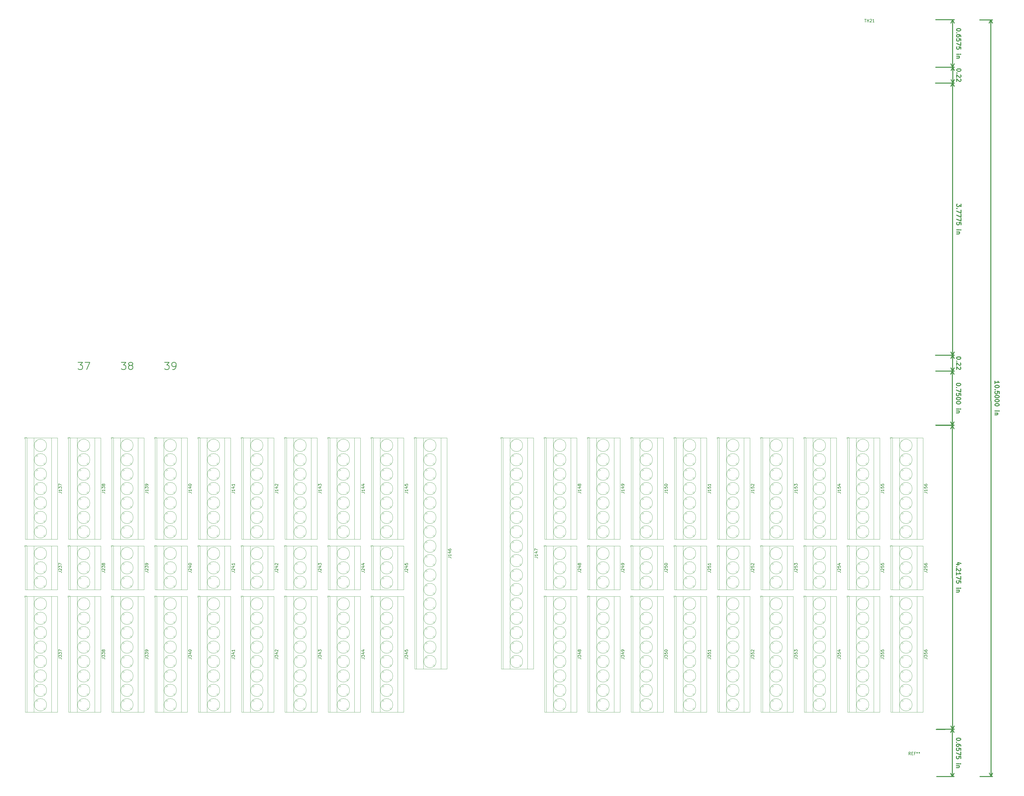
<source format=gbr>
G04 #@! TF.GenerationSoftware,KiCad,Pcbnew,(5.0.0)*
G04 #@! TF.CreationDate,2019-04-22T09:25:53+01:00*
G04 #@! TF.ProjectId,Backplane1,4261636B706C616E65312E6B69636164,rev?*
G04 #@! TF.SameCoordinates,Original*
G04 #@! TF.FileFunction,Legend,Top*
G04 #@! TF.FilePolarity,Positive*
%FSLAX46Y46*%
G04 Gerber Fmt 4.6, Leading zero omitted, Abs format (unit mm)*
G04 Created by KiCad (PCBNEW (5.0.0)) date 04/22/19 09:25:53*
%MOMM*%
%LPD*%
G01*
G04 APERTURE LIST*
%ADD10C,0.254000*%
%ADD11C,0.300000*%
%ADD12C,0.120000*%
%ADD13C,0.150000*%
G04 APERTURE END LIST*
D10*
X109747957Y-145929047D02*
X111320338Y-145929047D01*
X110473671Y-146896666D01*
X110836528Y-146896666D01*
X111078433Y-147017619D01*
X111199385Y-147138571D01*
X111320338Y-147380476D01*
X111320338Y-147985238D01*
X111199385Y-148227142D01*
X111078433Y-148348095D01*
X110836528Y-148469047D01*
X110110814Y-148469047D01*
X109868909Y-148348095D01*
X109747957Y-148227142D01*
X112529861Y-148469047D02*
X113013671Y-148469047D01*
X113255576Y-148348095D01*
X113376528Y-148227142D01*
X113618433Y-147864285D01*
X113739385Y-147380476D01*
X113739385Y-146412857D01*
X113618433Y-146170952D01*
X113497480Y-146050000D01*
X113255576Y-145929047D01*
X112771766Y-145929047D01*
X112529861Y-146050000D01*
X112408909Y-146170952D01*
X112287957Y-146412857D01*
X112287957Y-147017619D01*
X112408909Y-147259523D01*
X112529861Y-147380476D01*
X112771766Y-147501428D01*
X113255576Y-147501428D01*
X113497480Y-147380476D01*
X113618433Y-147259523D01*
X113739385Y-147017619D01*
X94507957Y-145929047D02*
X96080338Y-145929047D01*
X95233671Y-146896666D01*
X95596528Y-146896666D01*
X95838433Y-147017619D01*
X95959385Y-147138571D01*
X96080338Y-147380476D01*
X96080338Y-147985238D01*
X95959385Y-148227142D01*
X95838433Y-148348095D01*
X95596528Y-148469047D01*
X94870814Y-148469047D01*
X94628909Y-148348095D01*
X94507957Y-148227142D01*
X97531766Y-147017619D02*
X97289861Y-146896666D01*
X97168909Y-146775714D01*
X97047957Y-146533809D01*
X97047957Y-146412857D01*
X97168909Y-146170952D01*
X97289861Y-146050000D01*
X97531766Y-145929047D01*
X98015576Y-145929047D01*
X98257480Y-146050000D01*
X98378433Y-146170952D01*
X98499385Y-146412857D01*
X98499385Y-146533809D01*
X98378433Y-146775714D01*
X98257480Y-146896666D01*
X98015576Y-147017619D01*
X97531766Y-147017619D01*
X97289861Y-147138571D01*
X97168909Y-147259523D01*
X97047957Y-147501428D01*
X97047957Y-147985238D01*
X97168909Y-148227142D01*
X97289861Y-148348095D01*
X97531766Y-148469047D01*
X98015576Y-148469047D01*
X98257480Y-148348095D01*
X98378433Y-148227142D01*
X98499385Y-147985238D01*
X98499385Y-147501428D01*
X98378433Y-147259523D01*
X98257480Y-147138571D01*
X98015576Y-147017619D01*
X79267957Y-145929047D02*
X80840338Y-145929047D01*
X79993671Y-146896666D01*
X80356528Y-146896666D01*
X80598433Y-147017619D01*
X80719385Y-147138571D01*
X80840338Y-147380476D01*
X80840338Y-147985238D01*
X80719385Y-148227142D01*
X80598433Y-148348095D01*
X80356528Y-148469047D01*
X79630814Y-148469047D01*
X79388909Y-148348095D01*
X79267957Y-148227142D01*
X81687004Y-145929047D02*
X83380338Y-145929047D01*
X82291766Y-148469047D01*
D11*
X402136931Y-153514596D02*
X402136727Y-152657454D01*
X402136829Y-153086025D02*
X403636829Y-153085668D01*
X403422509Y-152942862D01*
X403279618Y-152800039D01*
X403208156Y-152657198D01*
X403637152Y-154442811D02*
X403637186Y-154585668D01*
X403565792Y-154728542D01*
X403494380Y-154799987D01*
X403351540Y-154871450D01*
X403065843Y-154942947D01*
X402708700Y-154943032D01*
X402422969Y-154871671D01*
X402280094Y-154800277D01*
X402208649Y-154728865D01*
X402137186Y-154586025D01*
X402137152Y-154443168D01*
X402208547Y-154300294D01*
X402279958Y-154228848D01*
X402422798Y-154157385D01*
X402708496Y-154085889D01*
X403065639Y-154085804D01*
X403351370Y-154157164D01*
X403494244Y-154228559D01*
X403565690Y-154299970D01*
X403637152Y-154442811D01*
X402280281Y-155585991D02*
X402208870Y-155657436D01*
X402137424Y-155586025D01*
X402208836Y-155514579D01*
X402280281Y-155585991D01*
X402137424Y-155586025D01*
X403637764Y-157014239D02*
X403637594Y-156299953D01*
X402923292Y-156228695D01*
X402994737Y-156300106D01*
X403066200Y-156442947D01*
X403066285Y-156800089D01*
X402994890Y-156942964D01*
X402923479Y-157014409D01*
X402780639Y-157085872D01*
X402423496Y-157085957D01*
X402280622Y-157014562D01*
X402209176Y-156943151D01*
X402137713Y-156800311D01*
X402137628Y-156443168D01*
X402209023Y-156300294D01*
X402280435Y-156228848D01*
X403638002Y-158014239D02*
X403638037Y-158157096D01*
X403566642Y-158299970D01*
X403495230Y-158371416D01*
X403352390Y-158442879D01*
X403066693Y-158514375D01*
X402709550Y-158514460D01*
X402423819Y-158443100D01*
X402280945Y-158371705D01*
X402209499Y-158300293D01*
X402138037Y-158157453D01*
X402138003Y-158014596D01*
X402209397Y-157871722D01*
X402280809Y-157800277D01*
X402423649Y-157728814D01*
X402709346Y-157657317D01*
X403066489Y-157657232D01*
X403352220Y-157728593D01*
X403495094Y-157799987D01*
X403566540Y-157871399D01*
X403638002Y-158014239D01*
X403638343Y-159442810D02*
X403638377Y-159585668D01*
X403566982Y-159728542D01*
X403495571Y-159799987D01*
X403352730Y-159871450D01*
X403067033Y-159942947D01*
X402709890Y-159943032D01*
X402424159Y-159871671D01*
X402281285Y-159800276D01*
X402209839Y-159728865D01*
X402138377Y-159586025D01*
X402138343Y-159443168D01*
X402209737Y-159300293D01*
X402281149Y-159228848D01*
X402423989Y-159157385D01*
X402709686Y-159085889D01*
X403066829Y-159085804D01*
X403352560Y-159157164D01*
X403495434Y-159228559D01*
X403566880Y-159299970D01*
X403638343Y-159442810D01*
X403638683Y-160871382D02*
X403638717Y-161014239D01*
X403567322Y-161157113D01*
X403495911Y-161228559D01*
X403353071Y-161300021D01*
X403067373Y-161371518D01*
X402710230Y-161371603D01*
X402424499Y-161300242D01*
X402281625Y-161228848D01*
X402210179Y-161157436D01*
X402138717Y-161014596D01*
X402138683Y-160871739D01*
X402210077Y-160728865D01*
X402281489Y-160657419D01*
X402424329Y-160585957D01*
X402710026Y-160514460D01*
X403067169Y-160514375D01*
X403352900Y-160585736D01*
X403495775Y-160657130D01*
X403567220Y-160728542D01*
X403638683Y-160871382D01*
X402139227Y-163157453D02*
X403139227Y-163157215D01*
X403639227Y-163157096D02*
X403567781Y-163085685D01*
X403496370Y-163157130D01*
X403567815Y-163228542D01*
X403639227Y-163157096D01*
X403496370Y-163157130D01*
X403139397Y-163871501D02*
X402139397Y-163871739D01*
X402996540Y-163871535D02*
X403067985Y-163942946D01*
X403139448Y-164085787D01*
X403139499Y-164300072D01*
X403068105Y-164442946D01*
X402925264Y-164514409D01*
X402139550Y-164514596D01*
X400748469Y-291972078D02*
X400684969Y-25272078D01*
X396875000Y-291973000D02*
X401334890Y-291971938D01*
X396811500Y-25273000D02*
X401271390Y-25271938D01*
X400684969Y-25272078D02*
X401271658Y-26398442D01*
X400684969Y-25272078D02*
X400098816Y-26398721D01*
X400748469Y-291972078D02*
X401334622Y-290845435D01*
X400748469Y-291972078D02*
X400161780Y-290845714D01*
X390080928Y-278784452D02*
X390080928Y-278927310D01*
X390009500Y-279070167D01*
X389938071Y-279141595D01*
X389795214Y-279213024D01*
X389509500Y-279284452D01*
X389152357Y-279284452D01*
X388866642Y-279213024D01*
X388723785Y-279141595D01*
X388652357Y-279070167D01*
X388580928Y-278927310D01*
X388580928Y-278784452D01*
X388652357Y-278641595D01*
X388723785Y-278570167D01*
X388866642Y-278498738D01*
X389152357Y-278427310D01*
X389509500Y-278427310D01*
X389795214Y-278498738D01*
X389938071Y-278570167D01*
X390009500Y-278641595D01*
X390080928Y-278784452D01*
X388723785Y-279927310D02*
X388652357Y-279998738D01*
X388580928Y-279927310D01*
X388652357Y-279855881D01*
X388723785Y-279927310D01*
X388580928Y-279927310D01*
X390080928Y-281284452D02*
X390080928Y-280998738D01*
X390009500Y-280855881D01*
X389938071Y-280784452D01*
X389723785Y-280641595D01*
X389438071Y-280570167D01*
X388866642Y-280570167D01*
X388723785Y-280641595D01*
X388652357Y-280713024D01*
X388580928Y-280855881D01*
X388580928Y-281141595D01*
X388652357Y-281284452D01*
X388723785Y-281355881D01*
X388866642Y-281427310D01*
X389223785Y-281427310D01*
X389366642Y-281355881D01*
X389438071Y-281284452D01*
X389509500Y-281141595D01*
X389509500Y-280855881D01*
X389438071Y-280713024D01*
X389366642Y-280641595D01*
X389223785Y-280570167D01*
X390080928Y-282784452D02*
X390080928Y-282070167D01*
X389366642Y-281998738D01*
X389438071Y-282070167D01*
X389509500Y-282213024D01*
X389509500Y-282570167D01*
X389438071Y-282713024D01*
X389366642Y-282784452D01*
X389223785Y-282855881D01*
X388866642Y-282855881D01*
X388723785Y-282784452D01*
X388652357Y-282713024D01*
X388580928Y-282570167D01*
X388580928Y-282213024D01*
X388652357Y-282070167D01*
X388723785Y-281998738D01*
X390080928Y-283355881D02*
X390080928Y-284355881D01*
X388580928Y-283713024D01*
X390080928Y-285641595D02*
X390080928Y-284927310D01*
X389366642Y-284855881D01*
X389438071Y-284927310D01*
X389509500Y-285070167D01*
X389509500Y-285427310D01*
X389438071Y-285570167D01*
X389366642Y-285641595D01*
X389223785Y-285713024D01*
X388866642Y-285713024D01*
X388723785Y-285641595D01*
X388652357Y-285570167D01*
X388580928Y-285427310D01*
X388580928Y-285070167D01*
X388652357Y-284927310D01*
X388723785Y-284855881D01*
X388580928Y-287498738D02*
X389580928Y-287498738D01*
X390080928Y-287498738D02*
X390009500Y-287427310D01*
X389938071Y-287498738D01*
X390009500Y-287570167D01*
X390080928Y-287498738D01*
X389938071Y-287498738D01*
X389580928Y-288213024D02*
X388580928Y-288213024D01*
X389438071Y-288213024D02*
X389509500Y-288284452D01*
X389580928Y-288427310D01*
X389580928Y-288641595D01*
X389509500Y-288784452D01*
X389366642Y-288855881D01*
X388580928Y-288855881D01*
X387159500Y-275327060D02*
X387159500Y-292027560D01*
X381649779Y-275327060D02*
X387745921Y-275327060D01*
X381649779Y-292027560D02*
X387745921Y-292027560D01*
X387159500Y-292027560D02*
X386573079Y-290901056D01*
X387159500Y-292027560D02*
X387745921Y-290901056D01*
X387159500Y-275327060D02*
X386573079Y-276453564D01*
X387159500Y-275327060D02*
X387745921Y-276453564D01*
X389610116Y-217261449D02*
X388610117Y-217262042D01*
X390181333Y-216903968D02*
X389109693Y-216547460D01*
X389110243Y-217476032D01*
X388753439Y-218047672D02*
X388682053Y-218119143D01*
X388610582Y-218047756D01*
X388681969Y-217976285D01*
X388753439Y-218047672D01*
X388610582Y-218047756D01*
X389968106Y-218689809D02*
X390039577Y-218761195D01*
X390111090Y-218904010D01*
X390111302Y-219261153D01*
X390039958Y-219404052D01*
X389968572Y-219475523D01*
X389825757Y-219547036D01*
X389682900Y-219547121D01*
X389468572Y-219475819D01*
X388610921Y-218619185D01*
X388611471Y-219547756D01*
X388612318Y-220976327D02*
X388611810Y-220119185D01*
X388612064Y-220547756D02*
X390112064Y-220546867D01*
X389897694Y-220404137D01*
X389754752Y-220261364D01*
X389683239Y-220118549D01*
X390112614Y-221475438D02*
X390113207Y-222475438D01*
X388612826Y-221833470D01*
X390113969Y-223761152D02*
X390113546Y-223046866D01*
X389399218Y-222975861D01*
X389470689Y-223047247D01*
X389542202Y-223190062D01*
X389542414Y-223547205D01*
X389471070Y-223690104D01*
X389399684Y-223761575D01*
X389256869Y-223833089D01*
X388899726Y-223833300D01*
X388756827Y-223761956D01*
X388685356Y-223690570D01*
X388613843Y-223547755D01*
X388613631Y-223190613D01*
X388684975Y-223047713D01*
X388756361Y-222976242D01*
X388615070Y-225619184D02*
X389615070Y-225618591D01*
X390115070Y-225618294D02*
X390043599Y-225546908D01*
X389972213Y-225618379D01*
X390043684Y-225689765D01*
X390115070Y-225618294D01*
X389972213Y-225618379D01*
X389615494Y-226332876D02*
X388615494Y-226333469D01*
X389472637Y-226332961D02*
X389544107Y-226404347D01*
X389615621Y-226547162D01*
X389615748Y-226761448D01*
X389544404Y-226904347D01*
X389401589Y-226975861D01*
X388615875Y-226976326D01*
X387159627Y-168236349D02*
X387223127Y-275360849D01*
X381422156Y-168239750D02*
X387746048Y-168236001D01*
X381485656Y-275364250D02*
X387809548Y-275360501D01*
X387223127Y-275360849D02*
X386636039Y-274234693D01*
X387223127Y-275360849D02*
X387808880Y-274233998D01*
X387159627Y-168236349D02*
X386573874Y-169363200D01*
X387159627Y-168236349D02*
X387746715Y-169362505D01*
X390166971Y-90198966D02*
X390166971Y-91127537D01*
X389595543Y-90627537D01*
X389595543Y-90841823D01*
X389524114Y-90984680D01*
X389452685Y-91056109D01*
X389309828Y-91127537D01*
X388952685Y-91127537D01*
X388809828Y-91056109D01*
X388738400Y-90984680D01*
X388666971Y-90841823D01*
X388666971Y-90413252D01*
X388738400Y-90270395D01*
X388809828Y-90198966D01*
X388809828Y-91770395D02*
X388738400Y-91841823D01*
X388666971Y-91770395D01*
X388738400Y-91698966D01*
X388809828Y-91770395D01*
X388666971Y-91770395D01*
X390166971Y-92341823D02*
X390166971Y-93341823D01*
X388666971Y-92698966D01*
X390166971Y-93770395D02*
X390166971Y-94770395D01*
X388666971Y-94127537D01*
X390166971Y-95198966D02*
X390166971Y-96198966D01*
X388666971Y-95556109D01*
X390166971Y-97484680D02*
X390166971Y-96770395D01*
X389452685Y-96698966D01*
X389524114Y-96770395D01*
X389595543Y-96913252D01*
X389595543Y-97270395D01*
X389524114Y-97413252D01*
X389452685Y-97484680D01*
X389309828Y-97556109D01*
X388952685Y-97556109D01*
X388809828Y-97484680D01*
X388738400Y-97413252D01*
X388666971Y-97270395D01*
X388666971Y-96913252D01*
X388738400Y-96770395D01*
X388809828Y-96698966D01*
X388666971Y-99341823D02*
X389666971Y-99341823D01*
X390166971Y-99341823D02*
X390095543Y-99270395D01*
X390024114Y-99341823D01*
X390095543Y-99413252D01*
X390166971Y-99341823D01*
X390024114Y-99341823D01*
X389666971Y-100056109D02*
X388666971Y-100056109D01*
X389524114Y-100056109D02*
X389595543Y-100127537D01*
X389666971Y-100270395D01*
X389666971Y-100484680D01*
X389595543Y-100627537D01*
X389452685Y-100698966D01*
X388666971Y-100698966D01*
X387245543Y-47546145D02*
X387245543Y-143494645D01*
X381213043Y-47546145D02*
X387831964Y-47546145D01*
X381213043Y-143494645D02*
X387831964Y-143494645D01*
X387245543Y-143494645D02*
X386659122Y-142368141D01*
X387245543Y-143494645D02*
X387831964Y-142368141D01*
X387245543Y-47546145D02*
X386659122Y-48672649D01*
X387245543Y-47546145D02*
X387831964Y-48672649D01*
X390207928Y-42891951D02*
X390207928Y-43034808D01*
X390136500Y-43177665D01*
X390065071Y-43249094D01*
X389922214Y-43320522D01*
X389636500Y-43391951D01*
X389279357Y-43391951D01*
X388993642Y-43320522D01*
X388850785Y-43249094D01*
X388779357Y-43177665D01*
X388707928Y-43034808D01*
X388707928Y-42891951D01*
X388779357Y-42749094D01*
X388850785Y-42677665D01*
X388993642Y-42606236D01*
X389279357Y-42534808D01*
X389636500Y-42534808D01*
X389922214Y-42606236D01*
X390065071Y-42677665D01*
X390136500Y-42749094D01*
X390207928Y-42891951D01*
X388850785Y-44034808D02*
X388779357Y-44106236D01*
X388707928Y-44034808D01*
X388779357Y-43963379D01*
X388850785Y-44034808D01*
X388707928Y-44034808D01*
X390065071Y-44677665D02*
X390136500Y-44749094D01*
X390207928Y-44891951D01*
X390207928Y-45249094D01*
X390136500Y-45391951D01*
X390065071Y-45463379D01*
X389922214Y-45534808D01*
X389779357Y-45534808D01*
X389565071Y-45463379D01*
X388707928Y-44606236D01*
X388707928Y-45534808D01*
X390065071Y-46106236D02*
X390136500Y-46177665D01*
X390207928Y-46320522D01*
X390207928Y-46677665D01*
X390136500Y-46820522D01*
X390065071Y-46891951D01*
X389922214Y-46963379D01*
X389779357Y-46963379D01*
X389565071Y-46891951D01*
X388707928Y-46034808D01*
X388707928Y-46963379D01*
X387286500Y-41955094D02*
X387286500Y-47543094D01*
X381306587Y-41955094D02*
X387872921Y-41955094D01*
X381306587Y-47543094D02*
X387872921Y-47543094D01*
X387286500Y-47543094D02*
X386700079Y-46416590D01*
X387286500Y-47543094D02*
X387872921Y-46416590D01*
X387286500Y-41955094D02*
X386700079Y-43081598D01*
X387286500Y-41955094D02*
X387872921Y-43081598D01*
X390144428Y-28698397D02*
X390144428Y-28841255D01*
X390073000Y-28984112D01*
X390001571Y-29055540D01*
X389858714Y-29126969D01*
X389573000Y-29198397D01*
X389215857Y-29198397D01*
X388930142Y-29126969D01*
X388787285Y-29055540D01*
X388715857Y-28984112D01*
X388644428Y-28841255D01*
X388644428Y-28698397D01*
X388715857Y-28555540D01*
X388787285Y-28484112D01*
X388930142Y-28412683D01*
X389215857Y-28341255D01*
X389573000Y-28341255D01*
X389858714Y-28412683D01*
X390001571Y-28484112D01*
X390073000Y-28555540D01*
X390144428Y-28698397D01*
X388787285Y-29841255D02*
X388715857Y-29912683D01*
X388644428Y-29841255D01*
X388715857Y-29769826D01*
X388787285Y-29841255D01*
X388644428Y-29841255D01*
X390144428Y-31198397D02*
X390144428Y-30912683D01*
X390073000Y-30769826D01*
X390001571Y-30698397D01*
X389787285Y-30555540D01*
X389501571Y-30484112D01*
X388930142Y-30484112D01*
X388787285Y-30555540D01*
X388715857Y-30626969D01*
X388644428Y-30769826D01*
X388644428Y-31055540D01*
X388715857Y-31198397D01*
X388787285Y-31269826D01*
X388930142Y-31341255D01*
X389287285Y-31341255D01*
X389430142Y-31269826D01*
X389501571Y-31198397D01*
X389573000Y-31055540D01*
X389573000Y-30769826D01*
X389501571Y-30626969D01*
X389430142Y-30555540D01*
X389287285Y-30484112D01*
X390144428Y-32698397D02*
X390144428Y-31984112D01*
X389430142Y-31912683D01*
X389501571Y-31984112D01*
X389573000Y-32126969D01*
X389573000Y-32484112D01*
X389501571Y-32626969D01*
X389430142Y-32698397D01*
X389287285Y-32769826D01*
X388930142Y-32769826D01*
X388787285Y-32698397D01*
X388715857Y-32626969D01*
X388644428Y-32484112D01*
X388644428Y-32126969D01*
X388715857Y-31984112D01*
X388787285Y-31912683D01*
X390144428Y-33269826D02*
X390144428Y-34269826D01*
X388644428Y-33626969D01*
X390144428Y-35555540D02*
X390144428Y-34841255D01*
X389430142Y-34769826D01*
X389501571Y-34841255D01*
X389573000Y-34984112D01*
X389573000Y-35341255D01*
X389501571Y-35484112D01*
X389430142Y-35555540D01*
X389287285Y-35626969D01*
X388930142Y-35626969D01*
X388787285Y-35555540D01*
X388715857Y-35484112D01*
X388644428Y-35341255D01*
X388644428Y-34984112D01*
X388715857Y-34841255D01*
X388787285Y-34769826D01*
X388644428Y-37412683D02*
X389644428Y-37412683D01*
X390144428Y-37412683D02*
X390073000Y-37341255D01*
X390001571Y-37412683D01*
X390073000Y-37484112D01*
X390144428Y-37412683D01*
X390001571Y-37412683D01*
X389644428Y-38126969D02*
X388644428Y-38126969D01*
X389501571Y-38126969D02*
X389573000Y-38198397D01*
X389644428Y-38341255D01*
X389644428Y-38555540D01*
X389573000Y-38698397D01*
X389430142Y-38769826D01*
X388644428Y-38769826D01*
X387223000Y-25241005D02*
X387223000Y-41941505D01*
X381350715Y-25241005D02*
X387809421Y-25241005D01*
X381350715Y-41941505D02*
X387809421Y-41941505D01*
X387223000Y-41941505D02*
X386636579Y-40815001D01*
X387223000Y-41941505D02*
X387809421Y-40815001D01*
X387223000Y-25241005D02*
X386636579Y-26367509D01*
X387223000Y-25241005D02*
X387809421Y-26367509D01*
X390144428Y-144429082D02*
X390144428Y-144571939D01*
X390073000Y-144714796D01*
X390001571Y-144786225D01*
X389858714Y-144857653D01*
X389573000Y-144929082D01*
X389215857Y-144929082D01*
X388930142Y-144857653D01*
X388787285Y-144786225D01*
X388715857Y-144714796D01*
X388644428Y-144571939D01*
X388644428Y-144429082D01*
X388715857Y-144286225D01*
X388787285Y-144214796D01*
X388930142Y-144143367D01*
X389215857Y-144071939D01*
X389573000Y-144071939D01*
X389858714Y-144143367D01*
X390001571Y-144214796D01*
X390073000Y-144286225D01*
X390144428Y-144429082D01*
X388787285Y-145571939D02*
X388715857Y-145643367D01*
X388644428Y-145571939D01*
X388715857Y-145500510D01*
X388787285Y-145571939D01*
X388644428Y-145571939D01*
X390001571Y-146214796D02*
X390073000Y-146286225D01*
X390144428Y-146429082D01*
X390144428Y-146786225D01*
X390073000Y-146929082D01*
X390001571Y-147000510D01*
X389858714Y-147071939D01*
X389715857Y-147071939D01*
X389501571Y-147000510D01*
X388644428Y-146143367D01*
X388644428Y-147071939D01*
X390001571Y-147643367D02*
X390073000Y-147714796D01*
X390144428Y-147857653D01*
X390144428Y-148214796D01*
X390073000Y-148357653D01*
X390001571Y-148429082D01*
X389858714Y-148500510D01*
X389715857Y-148500510D01*
X389501571Y-148429082D01*
X388644428Y-147571939D01*
X388644428Y-148500510D01*
X387223000Y-143492225D02*
X387223000Y-149080225D01*
X381300639Y-143492225D02*
X387809421Y-143492225D01*
X381300639Y-149080225D02*
X387809421Y-149080225D01*
X387223000Y-149080225D02*
X386636579Y-147953721D01*
X387223000Y-149080225D02*
X387809421Y-147953721D01*
X387223000Y-143492225D02*
X386636579Y-144618729D01*
X387223000Y-143492225D02*
X387809421Y-144618729D01*
X390080928Y-153727722D02*
X390080928Y-153870580D01*
X390009500Y-154013437D01*
X389938071Y-154084865D01*
X389795214Y-154156294D01*
X389509500Y-154227722D01*
X389152357Y-154227722D01*
X388866642Y-154156294D01*
X388723785Y-154084865D01*
X388652357Y-154013437D01*
X388580928Y-153870580D01*
X388580928Y-153727722D01*
X388652357Y-153584865D01*
X388723785Y-153513437D01*
X388866642Y-153442008D01*
X389152357Y-153370580D01*
X389509500Y-153370580D01*
X389795214Y-153442008D01*
X389938071Y-153513437D01*
X390009500Y-153584865D01*
X390080928Y-153727722D01*
X388723785Y-154870580D02*
X388652357Y-154942008D01*
X388580928Y-154870580D01*
X388652357Y-154799151D01*
X388723785Y-154870580D01*
X388580928Y-154870580D01*
X390080928Y-155442008D02*
X390080928Y-156442008D01*
X388580928Y-155799151D01*
X390080928Y-157727722D02*
X390080928Y-157013437D01*
X389366642Y-156942008D01*
X389438071Y-157013437D01*
X389509500Y-157156294D01*
X389509500Y-157513437D01*
X389438071Y-157656294D01*
X389366642Y-157727722D01*
X389223785Y-157799151D01*
X388866642Y-157799151D01*
X388723785Y-157727722D01*
X388652357Y-157656294D01*
X388580928Y-157513437D01*
X388580928Y-157156294D01*
X388652357Y-157013437D01*
X388723785Y-156942008D01*
X390080928Y-158727722D02*
X390080928Y-158870580D01*
X390009500Y-159013437D01*
X389938071Y-159084865D01*
X389795214Y-159156294D01*
X389509500Y-159227722D01*
X389152357Y-159227722D01*
X388866642Y-159156294D01*
X388723785Y-159084865D01*
X388652357Y-159013437D01*
X388580928Y-158870580D01*
X388580928Y-158727722D01*
X388652357Y-158584865D01*
X388723785Y-158513437D01*
X388866642Y-158442008D01*
X389152357Y-158370580D01*
X389509500Y-158370580D01*
X389795214Y-158442008D01*
X389938071Y-158513437D01*
X390009500Y-158584865D01*
X390080928Y-158727722D01*
X390080928Y-160156294D02*
X390080928Y-160299151D01*
X390009500Y-160442008D01*
X389938071Y-160513437D01*
X389795214Y-160584865D01*
X389509500Y-160656294D01*
X389152357Y-160656294D01*
X388866642Y-160584865D01*
X388723785Y-160513437D01*
X388652357Y-160442008D01*
X388580928Y-160299151D01*
X388580928Y-160156294D01*
X388652357Y-160013437D01*
X388723785Y-159942008D01*
X388866642Y-159870580D01*
X389152357Y-159799151D01*
X389509500Y-159799151D01*
X389795214Y-159870580D01*
X389938071Y-159942008D01*
X390009500Y-160013437D01*
X390080928Y-160156294D01*
X388580928Y-162442008D02*
X389580928Y-162442008D01*
X390080928Y-162442008D02*
X390009500Y-162370580D01*
X389938071Y-162442008D01*
X390009500Y-162513437D01*
X390080928Y-162442008D01*
X389938071Y-162442008D01*
X389580928Y-163156294D02*
X388580928Y-163156294D01*
X389438071Y-163156294D02*
X389509500Y-163227722D01*
X389580928Y-163370580D01*
X389580928Y-163584865D01*
X389509500Y-163727722D01*
X389366642Y-163799151D01*
X388580928Y-163799151D01*
X387159500Y-149095580D02*
X387159500Y-168145580D01*
X381359033Y-149095580D02*
X387745921Y-149095580D01*
X381359033Y-168145580D02*
X387745921Y-168145580D01*
X387159500Y-168145580D02*
X386573079Y-167019076D01*
X387159500Y-168145580D02*
X387745921Y-167019076D01*
X387159500Y-149095580D02*
X386573079Y-150222084D01*
X387159500Y-149095580D02*
X387745921Y-150222084D01*
D12*
G04 #@! TO.C,J137*
X60440000Y-172420000D02*
X60440000Y-172920000D01*
X61180000Y-172420000D02*
X60440000Y-172420000D01*
X65048000Y-204482000D02*
X64652000Y-204087000D01*
X67694000Y-207128000D02*
X67314000Y-206748000D01*
X64766000Y-204733000D02*
X64386000Y-204353000D01*
X67428000Y-207394000D02*
X67032000Y-206999000D01*
X65048000Y-199402000D02*
X64652000Y-199007000D01*
X67694000Y-202048000D02*
X67314000Y-201668000D01*
X64766000Y-199653000D02*
X64386000Y-199273000D01*
X67428000Y-202314000D02*
X67032000Y-201919000D01*
X65048000Y-194322000D02*
X64652000Y-193927000D01*
X67694000Y-196968000D02*
X67314000Y-196588000D01*
X64766000Y-194573000D02*
X64386000Y-194193000D01*
X67428000Y-197234000D02*
X67032000Y-196839000D01*
X65048000Y-189242000D02*
X64652000Y-188847000D01*
X67694000Y-191888000D02*
X67314000Y-191508000D01*
X64766000Y-189493000D02*
X64386000Y-189113000D01*
X67428000Y-192154000D02*
X67032000Y-191759000D01*
X65048000Y-184162000D02*
X64652000Y-183767000D01*
X67694000Y-186808000D02*
X67314000Y-186428000D01*
X64766000Y-184413000D02*
X64386000Y-184033000D01*
X67428000Y-187074000D02*
X67032000Y-186679000D01*
X65048000Y-179082000D02*
X64652000Y-178687000D01*
X67694000Y-181728000D02*
X67314000Y-181348000D01*
X64766000Y-179333000D02*
X64386000Y-178953000D01*
X67428000Y-181994000D02*
X67032000Y-181599000D01*
X64759000Y-173712000D02*
X64652000Y-173606000D01*
X67694000Y-176648000D02*
X67587000Y-176541000D01*
X64493000Y-173978000D02*
X64386000Y-173872000D01*
X67428000Y-176914000D02*
X67321000Y-176807000D01*
X72000000Y-208340000D02*
X60680000Y-208340000D01*
X72000000Y-172660000D02*
X60680000Y-172660000D01*
X60680000Y-172660000D02*
X60680000Y-208340000D01*
X72000000Y-172660000D02*
X72000000Y-208340000D01*
X69940000Y-172660000D02*
X69940000Y-208340000D01*
X63740000Y-172660000D02*
X63740000Y-208340000D01*
X61240000Y-172660000D02*
X61240000Y-208340000D01*
X68220000Y-205740000D02*
G75*
G03X68220000Y-205740000I-2180000J0D01*
G01*
X68220000Y-200660000D02*
G75*
G03X68220000Y-200660000I-2180000J0D01*
G01*
X68220000Y-195580000D02*
G75*
G03X68220000Y-195580000I-2180000J0D01*
G01*
X68220000Y-190500000D02*
G75*
G03X68220000Y-190500000I-2180000J0D01*
G01*
X68220000Y-185420000D02*
G75*
G03X68220000Y-185420000I-2180000J0D01*
G01*
X68220000Y-180340000D02*
G75*
G03X68220000Y-180340000I-2180000J0D01*
G01*
X68220000Y-175260000D02*
G75*
G03X68220000Y-175260000I-2180000J0D01*
G01*
G04 #@! TO.C,J138*
X75680000Y-172420000D02*
X75680000Y-172920000D01*
X76420000Y-172420000D02*
X75680000Y-172420000D01*
X80288000Y-204482000D02*
X79892000Y-204087000D01*
X82934000Y-207128000D02*
X82554000Y-206748000D01*
X80006000Y-204733000D02*
X79626000Y-204353000D01*
X82668000Y-207394000D02*
X82272000Y-206999000D01*
X80288000Y-199402000D02*
X79892000Y-199007000D01*
X82934000Y-202048000D02*
X82554000Y-201668000D01*
X80006000Y-199653000D02*
X79626000Y-199273000D01*
X82668000Y-202314000D02*
X82272000Y-201919000D01*
X80288000Y-194322000D02*
X79892000Y-193927000D01*
X82934000Y-196968000D02*
X82554000Y-196588000D01*
X80006000Y-194573000D02*
X79626000Y-194193000D01*
X82668000Y-197234000D02*
X82272000Y-196839000D01*
X80288000Y-189242000D02*
X79892000Y-188847000D01*
X82934000Y-191888000D02*
X82554000Y-191508000D01*
X80006000Y-189493000D02*
X79626000Y-189113000D01*
X82668000Y-192154000D02*
X82272000Y-191759000D01*
X80288000Y-184162000D02*
X79892000Y-183767000D01*
X82934000Y-186808000D02*
X82554000Y-186428000D01*
X80006000Y-184413000D02*
X79626000Y-184033000D01*
X82668000Y-187074000D02*
X82272000Y-186679000D01*
X80288000Y-179082000D02*
X79892000Y-178687000D01*
X82934000Y-181728000D02*
X82554000Y-181348000D01*
X80006000Y-179333000D02*
X79626000Y-178953000D01*
X82668000Y-181994000D02*
X82272000Y-181599000D01*
X79999000Y-173712000D02*
X79892000Y-173606000D01*
X82934000Y-176648000D02*
X82827000Y-176541000D01*
X79733000Y-173978000D02*
X79626000Y-173872000D01*
X82668000Y-176914000D02*
X82561000Y-176807000D01*
X87240000Y-208340000D02*
X75920000Y-208340000D01*
X87240000Y-172660000D02*
X75920000Y-172660000D01*
X75920000Y-172660000D02*
X75920000Y-208340000D01*
X87240000Y-172660000D02*
X87240000Y-208340000D01*
X85180000Y-172660000D02*
X85180000Y-208340000D01*
X78980000Y-172660000D02*
X78980000Y-208340000D01*
X76480000Y-172660000D02*
X76480000Y-208340000D01*
X83460000Y-205740000D02*
G75*
G03X83460000Y-205740000I-2180000J0D01*
G01*
X83460000Y-200660000D02*
G75*
G03X83460000Y-200660000I-2180000J0D01*
G01*
X83460000Y-195580000D02*
G75*
G03X83460000Y-195580000I-2180000J0D01*
G01*
X83460000Y-190500000D02*
G75*
G03X83460000Y-190500000I-2180000J0D01*
G01*
X83460000Y-185420000D02*
G75*
G03X83460000Y-185420000I-2180000J0D01*
G01*
X83460000Y-180340000D02*
G75*
G03X83460000Y-180340000I-2180000J0D01*
G01*
X83460000Y-175260000D02*
G75*
G03X83460000Y-175260000I-2180000J0D01*
G01*
G04 #@! TO.C,J139*
X90920000Y-172420000D02*
X90920000Y-172920000D01*
X91660000Y-172420000D02*
X90920000Y-172420000D01*
X95528000Y-204482000D02*
X95132000Y-204087000D01*
X98174000Y-207128000D02*
X97794000Y-206748000D01*
X95246000Y-204733000D02*
X94866000Y-204353000D01*
X97908000Y-207394000D02*
X97512000Y-206999000D01*
X95528000Y-199402000D02*
X95132000Y-199007000D01*
X98174000Y-202048000D02*
X97794000Y-201668000D01*
X95246000Y-199653000D02*
X94866000Y-199273000D01*
X97908000Y-202314000D02*
X97512000Y-201919000D01*
X95528000Y-194322000D02*
X95132000Y-193927000D01*
X98174000Y-196968000D02*
X97794000Y-196588000D01*
X95246000Y-194573000D02*
X94866000Y-194193000D01*
X97908000Y-197234000D02*
X97512000Y-196839000D01*
X95528000Y-189242000D02*
X95132000Y-188847000D01*
X98174000Y-191888000D02*
X97794000Y-191508000D01*
X95246000Y-189493000D02*
X94866000Y-189113000D01*
X97908000Y-192154000D02*
X97512000Y-191759000D01*
X95528000Y-184162000D02*
X95132000Y-183767000D01*
X98174000Y-186808000D02*
X97794000Y-186428000D01*
X95246000Y-184413000D02*
X94866000Y-184033000D01*
X97908000Y-187074000D02*
X97512000Y-186679000D01*
X95528000Y-179082000D02*
X95132000Y-178687000D01*
X98174000Y-181728000D02*
X97794000Y-181348000D01*
X95246000Y-179333000D02*
X94866000Y-178953000D01*
X97908000Y-181994000D02*
X97512000Y-181599000D01*
X95239000Y-173712000D02*
X95132000Y-173606000D01*
X98174000Y-176648000D02*
X98067000Y-176541000D01*
X94973000Y-173978000D02*
X94866000Y-173872000D01*
X97908000Y-176914000D02*
X97801000Y-176807000D01*
X102480000Y-208340000D02*
X91160000Y-208340000D01*
X102480000Y-172660000D02*
X91160000Y-172660000D01*
X91160000Y-172660000D02*
X91160000Y-208340000D01*
X102480000Y-172660000D02*
X102480000Y-208340000D01*
X100420000Y-172660000D02*
X100420000Y-208340000D01*
X94220000Y-172660000D02*
X94220000Y-208340000D01*
X91720000Y-172660000D02*
X91720000Y-208340000D01*
X98700000Y-205740000D02*
G75*
G03X98700000Y-205740000I-2180000J0D01*
G01*
X98700000Y-200660000D02*
G75*
G03X98700000Y-200660000I-2180000J0D01*
G01*
X98700000Y-195580000D02*
G75*
G03X98700000Y-195580000I-2180000J0D01*
G01*
X98700000Y-190500000D02*
G75*
G03X98700000Y-190500000I-2180000J0D01*
G01*
X98700000Y-185420000D02*
G75*
G03X98700000Y-185420000I-2180000J0D01*
G01*
X98700000Y-180340000D02*
G75*
G03X98700000Y-180340000I-2180000J0D01*
G01*
X98700000Y-175260000D02*
G75*
G03X98700000Y-175260000I-2180000J0D01*
G01*
G04 #@! TO.C,J140*
X106160000Y-172420000D02*
X106160000Y-172920000D01*
X106900000Y-172420000D02*
X106160000Y-172420000D01*
X110768000Y-204482000D02*
X110372000Y-204087000D01*
X113414000Y-207128000D02*
X113034000Y-206748000D01*
X110486000Y-204733000D02*
X110106000Y-204353000D01*
X113148000Y-207394000D02*
X112752000Y-206999000D01*
X110768000Y-199402000D02*
X110372000Y-199007000D01*
X113414000Y-202048000D02*
X113034000Y-201668000D01*
X110486000Y-199653000D02*
X110106000Y-199273000D01*
X113148000Y-202314000D02*
X112752000Y-201919000D01*
X110768000Y-194322000D02*
X110372000Y-193927000D01*
X113414000Y-196968000D02*
X113034000Y-196588000D01*
X110486000Y-194573000D02*
X110106000Y-194193000D01*
X113148000Y-197234000D02*
X112752000Y-196839000D01*
X110768000Y-189242000D02*
X110372000Y-188847000D01*
X113414000Y-191888000D02*
X113034000Y-191508000D01*
X110486000Y-189493000D02*
X110106000Y-189113000D01*
X113148000Y-192154000D02*
X112752000Y-191759000D01*
X110768000Y-184162000D02*
X110372000Y-183767000D01*
X113414000Y-186808000D02*
X113034000Y-186428000D01*
X110486000Y-184413000D02*
X110106000Y-184033000D01*
X113148000Y-187074000D02*
X112752000Y-186679000D01*
X110768000Y-179082000D02*
X110372000Y-178687000D01*
X113414000Y-181728000D02*
X113034000Y-181348000D01*
X110486000Y-179333000D02*
X110106000Y-178953000D01*
X113148000Y-181994000D02*
X112752000Y-181599000D01*
X110479000Y-173712000D02*
X110372000Y-173606000D01*
X113414000Y-176648000D02*
X113307000Y-176541000D01*
X110213000Y-173978000D02*
X110106000Y-173872000D01*
X113148000Y-176914000D02*
X113041000Y-176807000D01*
X117720000Y-208340000D02*
X106400000Y-208340000D01*
X117720000Y-172660000D02*
X106400000Y-172660000D01*
X106400000Y-172660000D02*
X106400000Y-208340000D01*
X117720000Y-172660000D02*
X117720000Y-208340000D01*
X115660000Y-172660000D02*
X115660000Y-208340000D01*
X109460000Y-172660000D02*
X109460000Y-208340000D01*
X106960000Y-172660000D02*
X106960000Y-208340000D01*
X113940000Y-205740000D02*
G75*
G03X113940000Y-205740000I-2180000J0D01*
G01*
X113940000Y-200660000D02*
G75*
G03X113940000Y-200660000I-2180000J0D01*
G01*
X113940000Y-195580000D02*
G75*
G03X113940000Y-195580000I-2180000J0D01*
G01*
X113940000Y-190500000D02*
G75*
G03X113940000Y-190500000I-2180000J0D01*
G01*
X113940000Y-185420000D02*
G75*
G03X113940000Y-185420000I-2180000J0D01*
G01*
X113940000Y-180340000D02*
G75*
G03X113940000Y-180340000I-2180000J0D01*
G01*
X113940000Y-175260000D02*
G75*
G03X113940000Y-175260000I-2180000J0D01*
G01*
G04 #@! TO.C,J141*
X121400000Y-172420000D02*
X121400000Y-172920000D01*
X122140000Y-172420000D02*
X121400000Y-172420000D01*
X126008000Y-204482000D02*
X125612000Y-204087000D01*
X128654000Y-207128000D02*
X128274000Y-206748000D01*
X125726000Y-204733000D02*
X125346000Y-204353000D01*
X128388000Y-207394000D02*
X127992000Y-206999000D01*
X126008000Y-199402000D02*
X125612000Y-199007000D01*
X128654000Y-202048000D02*
X128274000Y-201668000D01*
X125726000Y-199653000D02*
X125346000Y-199273000D01*
X128388000Y-202314000D02*
X127992000Y-201919000D01*
X126008000Y-194322000D02*
X125612000Y-193927000D01*
X128654000Y-196968000D02*
X128274000Y-196588000D01*
X125726000Y-194573000D02*
X125346000Y-194193000D01*
X128388000Y-197234000D02*
X127992000Y-196839000D01*
X126008000Y-189242000D02*
X125612000Y-188847000D01*
X128654000Y-191888000D02*
X128274000Y-191508000D01*
X125726000Y-189493000D02*
X125346000Y-189113000D01*
X128388000Y-192154000D02*
X127992000Y-191759000D01*
X126008000Y-184162000D02*
X125612000Y-183767000D01*
X128654000Y-186808000D02*
X128274000Y-186428000D01*
X125726000Y-184413000D02*
X125346000Y-184033000D01*
X128388000Y-187074000D02*
X127992000Y-186679000D01*
X126008000Y-179082000D02*
X125612000Y-178687000D01*
X128654000Y-181728000D02*
X128274000Y-181348000D01*
X125726000Y-179333000D02*
X125346000Y-178953000D01*
X128388000Y-181994000D02*
X127992000Y-181599000D01*
X125719000Y-173712000D02*
X125612000Y-173606000D01*
X128654000Y-176648000D02*
X128547000Y-176541000D01*
X125453000Y-173978000D02*
X125346000Y-173872000D01*
X128388000Y-176914000D02*
X128281000Y-176807000D01*
X132960000Y-208340000D02*
X121640000Y-208340000D01*
X132960000Y-172660000D02*
X121640000Y-172660000D01*
X121640000Y-172660000D02*
X121640000Y-208340000D01*
X132960000Y-172660000D02*
X132960000Y-208340000D01*
X130900000Y-172660000D02*
X130900000Y-208340000D01*
X124700000Y-172660000D02*
X124700000Y-208340000D01*
X122200000Y-172660000D02*
X122200000Y-208340000D01*
X129180000Y-205740000D02*
G75*
G03X129180000Y-205740000I-2180000J0D01*
G01*
X129180000Y-200660000D02*
G75*
G03X129180000Y-200660000I-2180000J0D01*
G01*
X129180000Y-195580000D02*
G75*
G03X129180000Y-195580000I-2180000J0D01*
G01*
X129180000Y-190500000D02*
G75*
G03X129180000Y-190500000I-2180000J0D01*
G01*
X129180000Y-185420000D02*
G75*
G03X129180000Y-185420000I-2180000J0D01*
G01*
X129180000Y-180340000D02*
G75*
G03X129180000Y-180340000I-2180000J0D01*
G01*
X129180000Y-175260000D02*
G75*
G03X129180000Y-175260000I-2180000J0D01*
G01*
G04 #@! TO.C,J154*
X334760000Y-172420000D02*
X334760000Y-172920000D01*
X335500000Y-172420000D02*
X334760000Y-172420000D01*
X339368000Y-204482000D02*
X338972000Y-204087000D01*
X342014000Y-207128000D02*
X341634000Y-206748000D01*
X339086000Y-204733000D02*
X338706000Y-204353000D01*
X341748000Y-207394000D02*
X341352000Y-206999000D01*
X339368000Y-199402000D02*
X338972000Y-199007000D01*
X342014000Y-202048000D02*
X341634000Y-201668000D01*
X339086000Y-199653000D02*
X338706000Y-199273000D01*
X341748000Y-202314000D02*
X341352000Y-201919000D01*
X339368000Y-194322000D02*
X338972000Y-193927000D01*
X342014000Y-196968000D02*
X341634000Y-196588000D01*
X339086000Y-194573000D02*
X338706000Y-194193000D01*
X341748000Y-197234000D02*
X341352000Y-196839000D01*
X339368000Y-189242000D02*
X338972000Y-188847000D01*
X342014000Y-191888000D02*
X341634000Y-191508000D01*
X339086000Y-189493000D02*
X338706000Y-189113000D01*
X341748000Y-192154000D02*
X341352000Y-191759000D01*
X339368000Y-184162000D02*
X338972000Y-183767000D01*
X342014000Y-186808000D02*
X341634000Y-186428000D01*
X339086000Y-184413000D02*
X338706000Y-184033000D01*
X341748000Y-187074000D02*
X341352000Y-186679000D01*
X339368000Y-179082000D02*
X338972000Y-178687000D01*
X342014000Y-181728000D02*
X341634000Y-181348000D01*
X339086000Y-179333000D02*
X338706000Y-178953000D01*
X341748000Y-181994000D02*
X341352000Y-181599000D01*
X339079000Y-173712000D02*
X338972000Y-173606000D01*
X342014000Y-176648000D02*
X341907000Y-176541000D01*
X338813000Y-173978000D02*
X338706000Y-173872000D01*
X341748000Y-176914000D02*
X341641000Y-176807000D01*
X346320000Y-208340000D02*
X335000000Y-208340000D01*
X346320000Y-172660000D02*
X335000000Y-172660000D01*
X335000000Y-172660000D02*
X335000000Y-208340000D01*
X346320000Y-172660000D02*
X346320000Y-208340000D01*
X344260000Y-172660000D02*
X344260000Y-208340000D01*
X338060000Y-172660000D02*
X338060000Y-208340000D01*
X335560000Y-172660000D02*
X335560000Y-208340000D01*
X342540000Y-205740000D02*
G75*
G03X342540000Y-205740000I-2180000J0D01*
G01*
X342540000Y-200660000D02*
G75*
G03X342540000Y-200660000I-2180000J0D01*
G01*
X342540000Y-195580000D02*
G75*
G03X342540000Y-195580000I-2180000J0D01*
G01*
X342540000Y-190500000D02*
G75*
G03X342540000Y-190500000I-2180000J0D01*
G01*
X342540000Y-185420000D02*
G75*
G03X342540000Y-185420000I-2180000J0D01*
G01*
X342540000Y-180340000D02*
G75*
G03X342540000Y-180340000I-2180000J0D01*
G01*
X342540000Y-175260000D02*
G75*
G03X342540000Y-175260000I-2180000J0D01*
G01*
G04 #@! TO.C,J153*
X319520000Y-172420000D02*
X319520000Y-172920000D01*
X320260000Y-172420000D02*
X319520000Y-172420000D01*
X324128000Y-204482000D02*
X323732000Y-204087000D01*
X326774000Y-207128000D02*
X326394000Y-206748000D01*
X323846000Y-204733000D02*
X323466000Y-204353000D01*
X326508000Y-207394000D02*
X326112000Y-206999000D01*
X324128000Y-199402000D02*
X323732000Y-199007000D01*
X326774000Y-202048000D02*
X326394000Y-201668000D01*
X323846000Y-199653000D02*
X323466000Y-199273000D01*
X326508000Y-202314000D02*
X326112000Y-201919000D01*
X324128000Y-194322000D02*
X323732000Y-193927000D01*
X326774000Y-196968000D02*
X326394000Y-196588000D01*
X323846000Y-194573000D02*
X323466000Y-194193000D01*
X326508000Y-197234000D02*
X326112000Y-196839000D01*
X324128000Y-189242000D02*
X323732000Y-188847000D01*
X326774000Y-191888000D02*
X326394000Y-191508000D01*
X323846000Y-189493000D02*
X323466000Y-189113000D01*
X326508000Y-192154000D02*
X326112000Y-191759000D01*
X324128000Y-184162000D02*
X323732000Y-183767000D01*
X326774000Y-186808000D02*
X326394000Y-186428000D01*
X323846000Y-184413000D02*
X323466000Y-184033000D01*
X326508000Y-187074000D02*
X326112000Y-186679000D01*
X324128000Y-179082000D02*
X323732000Y-178687000D01*
X326774000Y-181728000D02*
X326394000Y-181348000D01*
X323846000Y-179333000D02*
X323466000Y-178953000D01*
X326508000Y-181994000D02*
X326112000Y-181599000D01*
X323839000Y-173712000D02*
X323732000Y-173606000D01*
X326774000Y-176648000D02*
X326667000Y-176541000D01*
X323573000Y-173978000D02*
X323466000Y-173872000D01*
X326508000Y-176914000D02*
X326401000Y-176807000D01*
X331080000Y-208340000D02*
X319760000Y-208340000D01*
X331080000Y-172660000D02*
X319760000Y-172660000D01*
X319760000Y-172660000D02*
X319760000Y-208340000D01*
X331080000Y-172660000D02*
X331080000Y-208340000D01*
X329020000Y-172660000D02*
X329020000Y-208340000D01*
X322820000Y-172660000D02*
X322820000Y-208340000D01*
X320320000Y-172660000D02*
X320320000Y-208340000D01*
X327300000Y-205740000D02*
G75*
G03X327300000Y-205740000I-2180000J0D01*
G01*
X327300000Y-200660000D02*
G75*
G03X327300000Y-200660000I-2180000J0D01*
G01*
X327300000Y-195580000D02*
G75*
G03X327300000Y-195580000I-2180000J0D01*
G01*
X327300000Y-190500000D02*
G75*
G03X327300000Y-190500000I-2180000J0D01*
G01*
X327300000Y-185420000D02*
G75*
G03X327300000Y-185420000I-2180000J0D01*
G01*
X327300000Y-180340000D02*
G75*
G03X327300000Y-180340000I-2180000J0D01*
G01*
X327300000Y-175260000D02*
G75*
G03X327300000Y-175260000I-2180000J0D01*
G01*
G04 #@! TO.C,J155*
X350000000Y-172420000D02*
X350000000Y-172920000D01*
X350740000Y-172420000D02*
X350000000Y-172420000D01*
X354608000Y-204482000D02*
X354212000Y-204087000D01*
X357254000Y-207128000D02*
X356874000Y-206748000D01*
X354326000Y-204733000D02*
X353946000Y-204353000D01*
X356988000Y-207394000D02*
X356592000Y-206999000D01*
X354608000Y-199402000D02*
X354212000Y-199007000D01*
X357254000Y-202048000D02*
X356874000Y-201668000D01*
X354326000Y-199653000D02*
X353946000Y-199273000D01*
X356988000Y-202314000D02*
X356592000Y-201919000D01*
X354608000Y-194322000D02*
X354212000Y-193927000D01*
X357254000Y-196968000D02*
X356874000Y-196588000D01*
X354326000Y-194573000D02*
X353946000Y-194193000D01*
X356988000Y-197234000D02*
X356592000Y-196839000D01*
X354608000Y-189242000D02*
X354212000Y-188847000D01*
X357254000Y-191888000D02*
X356874000Y-191508000D01*
X354326000Y-189493000D02*
X353946000Y-189113000D01*
X356988000Y-192154000D02*
X356592000Y-191759000D01*
X354608000Y-184162000D02*
X354212000Y-183767000D01*
X357254000Y-186808000D02*
X356874000Y-186428000D01*
X354326000Y-184413000D02*
X353946000Y-184033000D01*
X356988000Y-187074000D02*
X356592000Y-186679000D01*
X354608000Y-179082000D02*
X354212000Y-178687000D01*
X357254000Y-181728000D02*
X356874000Y-181348000D01*
X354326000Y-179333000D02*
X353946000Y-178953000D01*
X356988000Y-181994000D02*
X356592000Y-181599000D01*
X354319000Y-173712000D02*
X354212000Y-173606000D01*
X357254000Y-176648000D02*
X357147000Y-176541000D01*
X354053000Y-173978000D02*
X353946000Y-173872000D01*
X356988000Y-176914000D02*
X356881000Y-176807000D01*
X361560000Y-208340000D02*
X350240000Y-208340000D01*
X361560000Y-172660000D02*
X350240000Y-172660000D01*
X350240000Y-172660000D02*
X350240000Y-208340000D01*
X361560000Y-172660000D02*
X361560000Y-208340000D01*
X359500000Y-172660000D02*
X359500000Y-208340000D01*
X353300000Y-172660000D02*
X353300000Y-208340000D01*
X350800000Y-172660000D02*
X350800000Y-208340000D01*
X357780000Y-205740000D02*
G75*
G03X357780000Y-205740000I-2180000J0D01*
G01*
X357780000Y-200660000D02*
G75*
G03X357780000Y-200660000I-2180000J0D01*
G01*
X357780000Y-195580000D02*
G75*
G03X357780000Y-195580000I-2180000J0D01*
G01*
X357780000Y-190500000D02*
G75*
G03X357780000Y-190500000I-2180000J0D01*
G01*
X357780000Y-185420000D02*
G75*
G03X357780000Y-185420000I-2180000J0D01*
G01*
X357780000Y-180340000D02*
G75*
G03X357780000Y-180340000I-2180000J0D01*
G01*
X357780000Y-175260000D02*
G75*
G03X357780000Y-175260000I-2180000J0D01*
G01*
G04 #@! TO.C,J146*
X197600000Y-172420000D02*
X197600000Y-172920000D01*
X198340000Y-172420000D02*
X197600000Y-172420000D01*
X202208000Y-250202000D02*
X201812000Y-249807000D01*
X204854000Y-252848000D02*
X204474000Y-252468000D01*
X201926000Y-250453000D02*
X201546000Y-250073000D01*
X204588000Y-253114000D02*
X204192000Y-252719000D01*
X202208000Y-245122000D02*
X201812000Y-244727000D01*
X204854000Y-247768000D02*
X204474000Y-247388000D01*
X201926000Y-245373000D02*
X201546000Y-244993000D01*
X204588000Y-248034000D02*
X204192000Y-247639000D01*
X202208000Y-240042000D02*
X201812000Y-239647000D01*
X204854000Y-242688000D02*
X204474000Y-242308000D01*
X201926000Y-240293000D02*
X201546000Y-239913000D01*
X204588000Y-242954000D02*
X204192000Y-242559000D01*
X202208000Y-234962000D02*
X201812000Y-234567000D01*
X204854000Y-237608000D02*
X204474000Y-237228000D01*
X201926000Y-235213000D02*
X201546000Y-234833000D01*
X204588000Y-237874000D02*
X204192000Y-237479000D01*
X202208000Y-229882000D02*
X201812000Y-229487000D01*
X204854000Y-232528000D02*
X204474000Y-232148000D01*
X201926000Y-230133000D02*
X201546000Y-229753000D01*
X204588000Y-232794000D02*
X204192000Y-232399000D01*
X202208000Y-224802000D02*
X201812000Y-224407000D01*
X204854000Y-227448000D02*
X204474000Y-227068000D01*
X201926000Y-225053000D02*
X201546000Y-224673000D01*
X204588000Y-227714000D02*
X204192000Y-227319000D01*
X202208000Y-219722000D02*
X201812000Y-219327000D01*
X204854000Y-222368000D02*
X204474000Y-221988000D01*
X201926000Y-219973000D02*
X201546000Y-219593000D01*
X204588000Y-222634000D02*
X204192000Y-222239000D01*
X202208000Y-214642000D02*
X201812000Y-214247000D01*
X204854000Y-217288000D02*
X204474000Y-216908000D01*
X201926000Y-214893000D02*
X201546000Y-214513000D01*
X204588000Y-217554000D02*
X204192000Y-217159000D01*
X202208000Y-209562000D02*
X201812000Y-209167000D01*
X204854000Y-212208000D02*
X204474000Y-211828000D01*
X201926000Y-209813000D02*
X201546000Y-209433000D01*
X204588000Y-212474000D02*
X204192000Y-212079000D01*
X202208000Y-204482000D02*
X201812000Y-204087000D01*
X204854000Y-207128000D02*
X204474000Y-206748000D01*
X201926000Y-204733000D02*
X201546000Y-204353000D01*
X204588000Y-207394000D02*
X204192000Y-206999000D01*
X202208000Y-199402000D02*
X201812000Y-199007000D01*
X204854000Y-202048000D02*
X204474000Y-201668000D01*
X201926000Y-199653000D02*
X201546000Y-199273000D01*
X204588000Y-202314000D02*
X204192000Y-201919000D01*
X202208000Y-194322000D02*
X201812000Y-193927000D01*
X204854000Y-196968000D02*
X204474000Y-196588000D01*
X201926000Y-194573000D02*
X201546000Y-194193000D01*
X204588000Y-197234000D02*
X204192000Y-196839000D01*
X202208000Y-189242000D02*
X201812000Y-188847000D01*
X204854000Y-191888000D02*
X204474000Y-191508000D01*
X201926000Y-189493000D02*
X201546000Y-189113000D01*
X204588000Y-192154000D02*
X204192000Y-191759000D01*
X202208000Y-184162000D02*
X201812000Y-183767000D01*
X204854000Y-186808000D02*
X204474000Y-186428000D01*
X201926000Y-184413000D02*
X201546000Y-184033000D01*
X204588000Y-187074000D02*
X204192000Y-186679000D01*
X202208000Y-179082000D02*
X201812000Y-178687000D01*
X204854000Y-181728000D02*
X204474000Y-181348000D01*
X201926000Y-179333000D02*
X201546000Y-178953000D01*
X204588000Y-181994000D02*
X204192000Y-181599000D01*
X201919000Y-173712000D02*
X201812000Y-173606000D01*
X204854000Y-176648000D02*
X204747000Y-176541000D01*
X201653000Y-173978000D02*
X201546000Y-173872000D01*
X204588000Y-176914000D02*
X204481000Y-176807000D01*
X209160000Y-254061000D02*
X197840000Y-254061000D01*
X209160000Y-172660000D02*
X197840000Y-172660000D01*
X197840000Y-172660000D02*
X197840000Y-254061000D01*
X209160000Y-172660000D02*
X209160000Y-254061000D01*
X207100000Y-172660000D02*
X207100000Y-254061000D01*
X200900000Y-172660000D02*
X200900000Y-254061000D01*
X198400000Y-172660000D02*
X198400000Y-254061000D01*
X205380000Y-251460000D02*
G75*
G03X205380000Y-251460000I-2180000J0D01*
G01*
X205380000Y-246380000D02*
G75*
G03X205380000Y-246380000I-2180000J0D01*
G01*
X205380000Y-241300000D02*
G75*
G03X205380000Y-241300000I-2180000J0D01*
G01*
X205380000Y-236220000D02*
G75*
G03X205380000Y-236220000I-2180000J0D01*
G01*
X205380000Y-231140000D02*
G75*
G03X205380000Y-231140000I-2180000J0D01*
G01*
X205380000Y-226060000D02*
G75*
G03X205380000Y-226060000I-2180000J0D01*
G01*
X205380000Y-220980000D02*
G75*
G03X205380000Y-220980000I-2180000J0D01*
G01*
X205380000Y-215900000D02*
G75*
G03X205380000Y-215900000I-2180000J0D01*
G01*
X205380000Y-210820000D02*
G75*
G03X205380000Y-210820000I-2180000J0D01*
G01*
X205380000Y-205740000D02*
G75*
G03X205380000Y-205740000I-2180000J0D01*
G01*
X205380000Y-200660000D02*
G75*
G03X205380000Y-200660000I-2180000J0D01*
G01*
X205380000Y-195580000D02*
G75*
G03X205380000Y-195580000I-2180000J0D01*
G01*
X205380000Y-190500000D02*
G75*
G03X205380000Y-190500000I-2180000J0D01*
G01*
X205380000Y-185420000D02*
G75*
G03X205380000Y-185420000I-2180000J0D01*
G01*
X205380000Y-180340000D02*
G75*
G03X205380000Y-180340000I-2180000J0D01*
G01*
X205380000Y-175260000D02*
G75*
G03X205380000Y-175260000I-2180000J0D01*
G01*
G04 #@! TO.C,J147*
X228080000Y-172420000D02*
X228080000Y-172920000D01*
X228820000Y-172420000D02*
X228080000Y-172420000D01*
X232688000Y-250202000D02*
X232292000Y-249807000D01*
X235334000Y-252848000D02*
X234954000Y-252468000D01*
X232406000Y-250453000D02*
X232026000Y-250073000D01*
X235068000Y-253114000D02*
X234672000Y-252719000D01*
X232688000Y-245122000D02*
X232292000Y-244727000D01*
X235334000Y-247768000D02*
X234954000Y-247388000D01*
X232406000Y-245373000D02*
X232026000Y-244993000D01*
X235068000Y-248034000D02*
X234672000Y-247639000D01*
X232688000Y-240042000D02*
X232292000Y-239647000D01*
X235334000Y-242688000D02*
X234954000Y-242308000D01*
X232406000Y-240293000D02*
X232026000Y-239913000D01*
X235068000Y-242954000D02*
X234672000Y-242559000D01*
X232688000Y-234962000D02*
X232292000Y-234567000D01*
X235334000Y-237608000D02*
X234954000Y-237228000D01*
X232406000Y-235213000D02*
X232026000Y-234833000D01*
X235068000Y-237874000D02*
X234672000Y-237479000D01*
X232688000Y-229882000D02*
X232292000Y-229487000D01*
X235334000Y-232528000D02*
X234954000Y-232148000D01*
X232406000Y-230133000D02*
X232026000Y-229753000D01*
X235068000Y-232794000D02*
X234672000Y-232399000D01*
X232688000Y-224802000D02*
X232292000Y-224407000D01*
X235334000Y-227448000D02*
X234954000Y-227068000D01*
X232406000Y-225053000D02*
X232026000Y-224673000D01*
X235068000Y-227714000D02*
X234672000Y-227319000D01*
X232688000Y-219722000D02*
X232292000Y-219327000D01*
X235334000Y-222368000D02*
X234954000Y-221988000D01*
X232406000Y-219973000D02*
X232026000Y-219593000D01*
X235068000Y-222634000D02*
X234672000Y-222239000D01*
X232688000Y-214642000D02*
X232292000Y-214247000D01*
X235334000Y-217288000D02*
X234954000Y-216908000D01*
X232406000Y-214893000D02*
X232026000Y-214513000D01*
X235068000Y-217554000D02*
X234672000Y-217159000D01*
X232688000Y-209562000D02*
X232292000Y-209167000D01*
X235334000Y-212208000D02*
X234954000Y-211828000D01*
X232406000Y-209813000D02*
X232026000Y-209433000D01*
X235068000Y-212474000D02*
X234672000Y-212079000D01*
X232688000Y-204482000D02*
X232292000Y-204087000D01*
X235334000Y-207128000D02*
X234954000Y-206748000D01*
X232406000Y-204733000D02*
X232026000Y-204353000D01*
X235068000Y-207394000D02*
X234672000Y-206999000D01*
X232688000Y-199402000D02*
X232292000Y-199007000D01*
X235334000Y-202048000D02*
X234954000Y-201668000D01*
X232406000Y-199653000D02*
X232026000Y-199273000D01*
X235068000Y-202314000D02*
X234672000Y-201919000D01*
X232688000Y-194322000D02*
X232292000Y-193927000D01*
X235334000Y-196968000D02*
X234954000Y-196588000D01*
X232406000Y-194573000D02*
X232026000Y-194193000D01*
X235068000Y-197234000D02*
X234672000Y-196839000D01*
X232688000Y-189242000D02*
X232292000Y-188847000D01*
X235334000Y-191888000D02*
X234954000Y-191508000D01*
X232406000Y-189493000D02*
X232026000Y-189113000D01*
X235068000Y-192154000D02*
X234672000Y-191759000D01*
X232688000Y-184162000D02*
X232292000Y-183767000D01*
X235334000Y-186808000D02*
X234954000Y-186428000D01*
X232406000Y-184413000D02*
X232026000Y-184033000D01*
X235068000Y-187074000D02*
X234672000Y-186679000D01*
X232688000Y-179082000D02*
X232292000Y-178687000D01*
X235334000Y-181728000D02*
X234954000Y-181348000D01*
X232406000Y-179333000D02*
X232026000Y-178953000D01*
X235068000Y-181994000D02*
X234672000Y-181599000D01*
X232399000Y-173712000D02*
X232292000Y-173606000D01*
X235334000Y-176648000D02*
X235227000Y-176541000D01*
X232133000Y-173978000D02*
X232026000Y-173872000D01*
X235068000Y-176914000D02*
X234961000Y-176807000D01*
X239640000Y-254061000D02*
X228320000Y-254061000D01*
X239640000Y-172660000D02*
X228320000Y-172660000D01*
X228320000Y-172660000D02*
X228320000Y-254061000D01*
X239640000Y-172660000D02*
X239640000Y-254061000D01*
X237580000Y-172660000D02*
X237580000Y-254061000D01*
X231380000Y-172660000D02*
X231380000Y-254061000D01*
X228880000Y-172660000D02*
X228880000Y-254061000D01*
X235860000Y-251460000D02*
G75*
G03X235860000Y-251460000I-2180000J0D01*
G01*
X235860000Y-246380000D02*
G75*
G03X235860000Y-246380000I-2180000J0D01*
G01*
X235860000Y-241300000D02*
G75*
G03X235860000Y-241300000I-2180000J0D01*
G01*
X235860000Y-236220000D02*
G75*
G03X235860000Y-236220000I-2180000J0D01*
G01*
X235860000Y-231140000D02*
G75*
G03X235860000Y-231140000I-2180000J0D01*
G01*
X235860000Y-226060000D02*
G75*
G03X235860000Y-226060000I-2180000J0D01*
G01*
X235860000Y-220980000D02*
G75*
G03X235860000Y-220980000I-2180000J0D01*
G01*
X235860000Y-215900000D02*
G75*
G03X235860000Y-215900000I-2180000J0D01*
G01*
X235860000Y-210820000D02*
G75*
G03X235860000Y-210820000I-2180000J0D01*
G01*
X235860000Y-205740000D02*
G75*
G03X235860000Y-205740000I-2180000J0D01*
G01*
X235860000Y-200660000D02*
G75*
G03X235860000Y-200660000I-2180000J0D01*
G01*
X235860000Y-195580000D02*
G75*
G03X235860000Y-195580000I-2180000J0D01*
G01*
X235860000Y-190500000D02*
G75*
G03X235860000Y-190500000I-2180000J0D01*
G01*
X235860000Y-185420000D02*
G75*
G03X235860000Y-185420000I-2180000J0D01*
G01*
X235860000Y-180340000D02*
G75*
G03X235860000Y-180340000I-2180000J0D01*
G01*
X235860000Y-175260000D02*
G75*
G03X235860000Y-175260000I-2180000J0D01*
G01*
G04 #@! TO.C,J142*
X136640000Y-172420000D02*
X136640000Y-172920000D01*
X137380000Y-172420000D02*
X136640000Y-172420000D01*
X141248000Y-204482000D02*
X140852000Y-204087000D01*
X143894000Y-207128000D02*
X143514000Y-206748000D01*
X140966000Y-204733000D02*
X140586000Y-204353000D01*
X143628000Y-207394000D02*
X143232000Y-206999000D01*
X141248000Y-199402000D02*
X140852000Y-199007000D01*
X143894000Y-202048000D02*
X143514000Y-201668000D01*
X140966000Y-199653000D02*
X140586000Y-199273000D01*
X143628000Y-202314000D02*
X143232000Y-201919000D01*
X141248000Y-194322000D02*
X140852000Y-193927000D01*
X143894000Y-196968000D02*
X143514000Y-196588000D01*
X140966000Y-194573000D02*
X140586000Y-194193000D01*
X143628000Y-197234000D02*
X143232000Y-196839000D01*
X141248000Y-189242000D02*
X140852000Y-188847000D01*
X143894000Y-191888000D02*
X143514000Y-191508000D01*
X140966000Y-189493000D02*
X140586000Y-189113000D01*
X143628000Y-192154000D02*
X143232000Y-191759000D01*
X141248000Y-184162000D02*
X140852000Y-183767000D01*
X143894000Y-186808000D02*
X143514000Y-186428000D01*
X140966000Y-184413000D02*
X140586000Y-184033000D01*
X143628000Y-187074000D02*
X143232000Y-186679000D01*
X141248000Y-179082000D02*
X140852000Y-178687000D01*
X143894000Y-181728000D02*
X143514000Y-181348000D01*
X140966000Y-179333000D02*
X140586000Y-178953000D01*
X143628000Y-181994000D02*
X143232000Y-181599000D01*
X140959000Y-173712000D02*
X140852000Y-173606000D01*
X143894000Y-176648000D02*
X143787000Y-176541000D01*
X140693000Y-173978000D02*
X140586000Y-173872000D01*
X143628000Y-176914000D02*
X143521000Y-176807000D01*
X148200000Y-208340000D02*
X136880000Y-208340000D01*
X148200000Y-172660000D02*
X136880000Y-172660000D01*
X136880000Y-172660000D02*
X136880000Y-208340000D01*
X148200000Y-172660000D02*
X148200000Y-208340000D01*
X146140000Y-172660000D02*
X146140000Y-208340000D01*
X139940000Y-172660000D02*
X139940000Y-208340000D01*
X137440000Y-172660000D02*
X137440000Y-208340000D01*
X144420000Y-205740000D02*
G75*
G03X144420000Y-205740000I-2180000J0D01*
G01*
X144420000Y-200660000D02*
G75*
G03X144420000Y-200660000I-2180000J0D01*
G01*
X144420000Y-195580000D02*
G75*
G03X144420000Y-195580000I-2180000J0D01*
G01*
X144420000Y-190500000D02*
G75*
G03X144420000Y-190500000I-2180000J0D01*
G01*
X144420000Y-185420000D02*
G75*
G03X144420000Y-185420000I-2180000J0D01*
G01*
X144420000Y-180340000D02*
G75*
G03X144420000Y-180340000I-2180000J0D01*
G01*
X144420000Y-175260000D02*
G75*
G03X144420000Y-175260000I-2180000J0D01*
G01*
G04 #@! TO.C,J143*
X151880000Y-172420000D02*
X151880000Y-172920000D01*
X152620000Y-172420000D02*
X151880000Y-172420000D01*
X156488000Y-204482000D02*
X156092000Y-204087000D01*
X159134000Y-207128000D02*
X158754000Y-206748000D01*
X156206000Y-204733000D02*
X155826000Y-204353000D01*
X158868000Y-207394000D02*
X158472000Y-206999000D01*
X156488000Y-199402000D02*
X156092000Y-199007000D01*
X159134000Y-202048000D02*
X158754000Y-201668000D01*
X156206000Y-199653000D02*
X155826000Y-199273000D01*
X158868000Y-202314000D02*
X158472000Y-201919000D01*
X156488000Y-194322000D02*
X156092000Y-193927000D01*
X159134000Y-196968000D02*
X158754000Y-196588000D01*
X156206000Y-194573000D02*
X155826000Y-194193000D01*
X158868000Y-197234000D02*
X158472000Y-196839000D01*
X156488000Y-189242000D02*
X156092000Y-188847000D01*
X159134000Y-191888000D02*
X158754000Y-191508000D01*
X156206000Y-189493000D02*
X155826000Y-189113000D01*
X158868000Y-192154000D02*
X158472000Y-191759000D01*
X156488000Y-184162000D02*
X156092000Y-183767000D01*
X159134000Y-186808000D02*
X158754000Y-186428000D01*
X156206000Y-184413000D02*
X155826000Y-184033000D01*
X158868000Y-187074000D02*
X158472000Y-186679000D01*
X156488000Y-179082000D02*
X156092000Y-178687000D01*
X159134000Y-181728000D02*
X158754000Y-181348000D01*
X156206000Y-179333000D02*
X155826000Y-178953000D01*
X158868000Y-181994000D02*
X158472000Y-181599000D01*
X156199000Y-173712000D02*
X156092000Y-173606000D01*
X159134000Y-176648000D02*
X159027000Y-176541000D01*
X155933000Y-173978000D02*
X155826000Y-173872000D01*
X158868000Y-176914000D02*
X158761000Y-176807000D01*
X163440000Y-208340000D02*
X152120000Y-208340000D01*
X163440000Y-172660000D02*
X152120000Y-172660000D01*
X152120000Y-172660000D02*
X152120000Y-208340000D01*
X163440000Y-172660000D02*
X163440000Y-208340000D01*
X161380000Y-172660000D02*
X161380000Y-208340000D01*
X155180000Y-172660000D02*
X155180000Y-208340000D01*
X152680000Y-172660000D02*
X152680000Y-208340000D01*
X159660000Y-205740000D02*
G75*
G03X159660000Y-205740000I-2180000J0D01*
G01*
X159660000Y-200660000D02*
G75*
G03X159660000Y-200660000I-2180000J0D01*
G01*
X159660000Y-195580000D02*
G75*
G03X159660000Y-195580000I-2180000J0D01*
G01*
X159660000Y-190500000D02*
G75*
G03X159660000Y-190500000I-2180000J0D01*
G01*
X159660000Y-185420000D02*
G75*
G03X159660000Y-185420000I-2180000J0D01*
G01*
X159660000Y-180340000D02*
G75*
G03X159660000Y-180340000I-2180000J0D01*
G01*
X159660000Y-175260000D02*
G75*
G03X159660000Y-175260000I-2180000J0D01*
G01*
G04 #@! TO.C,J144*
X167120000Y-172420000D02*
X167120000Y-172920000D01*
X167860000Y-172420000D02*
X167120000Y-172420000D01*
X171728000Y-204482000D02*
X171332000Y-204087000D01*
X174374000Y-207128000D02*
X173994000Y-206748000D01*
X171446000Y-204733000D02*
X171066000Y-204353000D01*
X174108000Y-207394000D02*
X173712000Y-206999000D01*
X171728000Y-199402000D02*
X171332000Y-199007000D01*
X174374000Y-202048000D02*
X173994000Y-201668000D01*
X171446000Y-199653000D02*
X171066000Y-199273000D01*
X174108000Y-202314000D02*
X173712000Y-201919000D01*
X171728000Y-194322000D02*
X171332000Y-193927000D01*
X174374000Y-196968000D02*
X173994000Y-196588000D01*
X171446000Y-194573000D02*
X171066000Y-194193000D01*
X174108000Y-197234000D02*
X173712000Y-196839000D01*
X171728000Y-189242000D02*
X171332000Y-188847000D01*
X174374000Y-191888000D02*
X173994000Y-191508000D01*
X171446000Y-189493000D02*
X171066000Y-189113000D01*
X174108000Y-192154000D02*
X173712000Y-191759000D01*
X171728000Y-184162000D02*
X171332000Y-183767000D01*
X174374000Y-186808000D02*
X173994000Y-186428000D01*
X171446000Y-184413000D02*
X171066000Y-184033000D01*
X174108000Y-187074000D02*
X173712000Y-186679000D01*
X171728000Y-179082000D02*
X171332000Y-178687000D01*
X174374000Y-181728000D02*
X173994000Y-181348000D01*
X171446000Y-179333000D02*
X171066000Y-178953000D01*
X174108000Y-181994000D02*
X173712000Y-181599000D01*
X171439000Y-173712000D02*
X171332000Y-173606000D01*
X174374000Y-176648000D02*
X174267000Y-176541000D01*
X171173000Y-173978000D02*
X171066000Y-173872000D01*
X174108000Y-176914000D02*
X174001000Y-176807000D01*
X178680000Y-208340000D02*
X167360000Y-208340000D01*
X178680000Y-172660000D02*
X167360000Y-172660000D01*
X167360000Y-172660000D02*
X167360000Y-208340000D01*
X178680000Y-172660000D02*
X178680000Y-208340000D01*
X176620000Y-172660000D02*
X176620000Y-208340000D01*
X170420000Y-172660000D02*
X170420000Y-208340000D01*
X167920000Y-172660000D02*
X167920000Y-208340000D01*
X174900000Y-205740000D02*
G75*
G03X174900000Y-205740000I-2180000J0D01*
G01*
X174900000Y-200660000D02*
G75*
G03X174900000Y-200660000I-2180000J0D01*
G01*
X174900000Y-195580000D02*
G75*
G03X174900000Y-195580000I-2180000J0D01*
G01*
X174900000Y-190500000D02*
G75*
G03X174900000Y-190500000I-2180000J0D01*
G01*
X174900000Y-185420000D02*
G75*
G03X174900000Y-185420000I-2180000J0D01*
G01*
X174900000Y-180340000D02*
G75*
G03X174900000Y-180340000I-2180000J0D01*
G01*
X174900000Y-175260000D02*
G75*
G03X174900000Y-175260000I-2180000J0D01*
G01*
G04 #@! TO.C,J145*
X182360000Y-172420000D02*
X182360000Y-172920000D01*
X183100000Y-172420000D02*
X182360000Y-172420000D01*
X186968000Y-204482000D02*
X186572000Y-204087000D01*
X189614000Y-207128000D02*
X189234000Y-206748000D01*
X186686000Y-204733000D02*
X186306000Y-204353000D01*
X189348000Y-207394000D02*
X188952000Y-206999000D01*
X186968000Y-199402000D02*
X186572000Y-199007000D01*
X189614000Y-202048000D02*
X189234000Y-201668000D01*
X186686000Y-199653000D02*
X186306000Y-199273000D01*
X189348000Y-202314000D02*
X188952000Y-201919000D01*
X186968000Y-194322000D02*
X186572000Y-193927000D01*
X189614000Y-196968000D02*
X189234000Y-196588000D01*
X186686000Y-194573000D02*
X186306000Y-194193000D01*
X189348000Y-197234000D02*
X188952000Y-196839000D01*
X186968000Y-189242000D02*
X186572000Y-188847000D01*
X189614000Y-191888000D02*
X189234000Y-191508000D01*
X186686000Y-189493000D02*
X186306000Y-189113000D01*
X189348000Y-192154000D02*
X188952000Y-191759000D01*
X186968000Y-184162000D02*
X186572000Y-183767000D01*
X189614000Y-186808000D02*
X189234000Y-186428000D01*
X186686000Y-184413000D02*
X186306000Y-184033000D01*
X189348000Y-187074000D02*
X188952000Y-186679000D01*
X186968000Y-179082000D02*
X186572000Y-178687000D01*
X189614000Y-181728000D02*
X189234000Y-181348000D01*
X186686000Y-179333000D02*
X186306000Y-178953000D01*
X189348000Y-181994000D02*
X188952000Y-181599000D01*
X186679000Y-173712000D02*
X186572000Y-173606000D01*
X189614000Y-176648000D02*
X189507000Y-176541000D01*
X186413000Y-173978000D02*
X186306000Y-173872000D01*
X189348000Y-176914000D02*
X189241000Y-176807000D01*
X193920000Y-208340000D02*
X182600000Y-208340000D01*
X193920000Y-172660000D02*
X182600000Y-172660000D01*
X182600000Y-172660000D02*
X182600000Y-208340000D01*
X193920000Y-172660000D02*
X193920000Y-208340000D01*
X191860000Y-172660000D02*
X191860000Y-208340000D01*
X185660000Y-172660000D02*
X185660000Y-208340000D01*
X183160000Y-172660000D02*
X183160000Y-208340000D01*
X190140000Y-205740000D02*
G75*
G03X190140000Y-205740000I-2180000J0D01*
G01*
X190140000Y-200660000D02*
G75*
G03X190140000Y-200660000I-2180000J0D01*
G01*
X190140000Y-195580000D02*
G75*
G03X190140000Y-195580000I-2180000J0D01*
G01*
X190140000Y-190500000D02*
G75*
G03X190140000Y-190500000I-2180000J0D01*
G01*
X190140000Y-185420000D02*
G75*
G03X190140000Y-185420000I-2180000J0D01*
G01*
X190140000Y-180340000D02*
G75*
G03X190140000Y-180340000I-2180000J0D01*
G01*
X190140000Y-175260000D02*
G75*
G03X190140000Y-175260000I-2180000J0D01*
G01*
G04 #@! TO.C,J148*
X243320000Y-172420000D02*
X243320000Y-172920000D01*
X244060000Y-172420000D02*
X243320000Y-172420000D01*
X247928000Y-204482000D02*
X247532000Y-204087000D01*
X250574000Y-207128000D02*
X250194000Y-206748000D01*
X247646000Y-204733000D02*
X247266000Y-204353000D01*
X250308000Y-207394000D02*
X249912000Y-206999000D01*
X247928000Y-199402000D02*
X247532000Y-199007000D01*
X250574000Y-202048000D02*
X250194000Y-201668000D01*
X247646000Y-199653000D02*
X247266000Y-199273000D01*
X250308000Y-202314000D02*
X249912000Y-201919000D01*
X247928000Y-194322000D02*
X247532000Y-193927000D01*
X250574000Y-196968000D02*
X250194000Y-196588000D01*
X247646000Y-194573000D02*
X247266000Y-194193000D01*
X250308000Y-197234000D02*
X249912000Y-196839000D01*
X247928000Y-189242000D02*
X247532000Y-188847000D01*
X250574000Y-191888000D02*
X250194000Y-191508000D01*
X247646000Y-189493000D02*
X247266000Y-189113000D01*
X250308000Y-192154000D02*
X249912000Y-191759000D01*
X247928000Y-184162000D02*
X247532000Y-183767000D01*
X250574000Y-186808000D02*
X250194000Y-186428000D01*
X247646000Y-184413000D02*
X247266000Y-184033000D01*
X250308000Y-187074000D02*
X249912000Y-186679000D01*
X247928000Y-179082000D02*
X247532000Y-178687000D01*
X250574000Y-181728000D02*
X250194000Y-181348000D01*
X247646000Y-179333000D02*
X247266000Y-178953000D01*
X250308000Y-181994000D02*
X249912000Y-181599000D01*
X247639000Y-173712000D02*
X247532000Y-173606000D01*
X250574000Y-176648000D02*
X250467000Y-176541000D01*
X247373000Y-173978000D02*
X247266000Y-173872000D01*
X250308000Y-176914000D02*
X250201000Y-176807000D01*
X254880000Y-208340000D02*
X243560000Y-208340000D01*
X254880000Y-172660000D02*
X243560000Y-172660000D01*
X243560000Y-172660000D02*
X243560000Y-208340000D01*
X254880000Y-172660000D02*
X254880000Y-208340000D01*
X252820000Y-172660000D02*
X252820000Y-208340000D01*
X246620000Y-172660000D02*
X246620000Y-208340000D01*
X244120000Y-172660000D02*
X244120000Y-208340000D01*
X251100000Y-205740000D02*
G75*
G03X251100000Y-205740000I-2180000J0D01*
G01*
X251100000Y-200660000D02*
G75*
G03X251100000Y-200660000I-2180000J0D01*
G01*
X251100000Y-195580000D02*
G75*
G03X251100000Y-195580000I-2180000J0D01*
G01*
X251100000Y-190500000D02*
G75*
G03X251100000Y-190500000I-2180000J0D01*
G01*
X251100000Y-185420000D02*
G75*
G03X251100000Y-185420000I-2180000J0D01*
G01*
X251100000Y-180340000D02*
G75*
G03X251100000Y-180340000I-2180000J0D01*
G01*
X251100000Y-175260000D02*
G75*
G03X251100000Y-175260000I-2180000J0D01*
G01*
G04 #@! TO.C,J149*
X258560000Y-172420000D02*
X258560000Y-172920000D01*
X259300000Y-172420000D02*
X258560000Y-172420000D01*
X263168000Y-204482000D02*
X262772000Y-204087000D01*
X265814000Y-207128000D02*
X265434000Y-206748000D01*
X262886000Y-204733000D02*
X262506000Y-204353000D01*
X265548000Y-207394000D02*
X265152000Y-206999000D01*
X263168000Y-199402000D02*
X262772000Y-199007000D01*
X265814000Y-202048000D02*
X265434000Y-201668000D01*
X262886000Y-199653000D02*
X262506000Y-199273000D01*
X265548000Y-202314000D02*
X265152000Y-201919000D01*
X263168000Y-194322000D02*
X262772000Y-193927000D01*
X265814000Y-196968000D02*
X265434000Y-196588000D01*
X262886000Y-194573000D02*
X262506000Y-194193000D01*
X265548000Y-197234000D02*
X265152000Y-196839000D01*
X263168000Y-189242000D02*
X262772000Y-188847000D01*
X265814000Y-191888000D02*
X265434000Y-191508000D01*
X262886000Y-189493000D02*
X262506000Y-189113000D01*
X265548000Y-192154000D02*
X265152000Y-191759000D01*
X263168000Y-184162000D02*
X262772000Y-183767000D01*
X265814000Y-186808000D02*
X265434000Y-186428000D01*
X262886000Y-184413000D02*
X262506000Y-184033000D01*
X265548000Y-187074000D02*
X265152000Y-186679000D01*
X263168000Y-179082000D02*
X262772000Y-178687000D01*
X265814000Y-181728000D02*
X265434000Y-181348000D01*
X262886000Y-179333000D02*
X262506000Y-178953000D01*
X265548000Y-181994000D02*
X265152000Y-181599000D01*
X262879000Y-173712000D02*
X262772000Y-173606000D01*
X265814000Y-176648000D02*
X265707000Y-176541000D01*
X262613000Y-173978000D02*
X262506000Y-173872000D01*
X265548000Y-176914000D02*
X265441000Y-176807000D01*
X270120000Y-208340000D02*
X258800000Y-208340000D01*
X270120000Y-172660000D02*
X258800000Y-172660000D01*
X258800000Y-172660000D02*
X258800000Y-208340000D01*
X270120000Y-172660000D02*
X270120000Y-208340000D01*
X268060000Y-172660000D02*
X268060000Y-208340000D01*
X261860000Y-172660000D02*
X261860000Y-208340000D01*
X259360000Y-172660000D02*
X259360000Y-208340000D01*
X266340000Y-205740000D02*
G75*
G03X266340000Y-205740000I-2180000J0D01*
G01*
X266340000Y-200660000D02*
G75*
G03X266340000Y-200660000I-2180000J0D01*
G01*
X266340000Y-195580000D02*
G75*
G03X266340000Y-195580000I-2180000J0D01*
G01*
X266340000Y-190500000D02*
G75*
G03X266340000Y-190500000I-2180000J0D01*
G01*
X266340000Y-185420000D02*
G75*
G03X266340000Y-185420000I-2180000J0D01*
G01*
X266340000Y-180340000D02*
G75*
G03X266340000Y-180340000I-2180000J0D01*
G01*
X266340000Y-175260000D02*
G75*
G03X266340000Y-175260000I-2180000J0D01*
G01*
G04 #@! TO.C,J150*
X273800000Y-172420000D02*
X273800000Y-172920000D01*
X274540000Y-172420000D02*
X273800000Y-172420000D01*
X278408000Y-204482000D02*
X278012000Y-204087000D01*
X281054000Y-207128000D02*
X280674000Y-206748000D01*
X278126000Y-204733000D02*
X277746000Y-204353000D01*
X280788000Y-207394000D02*
X280392000Y-206999000D01*
X278408000Y-199402000D02*
X278012000Y-199007000D01*
X281054000Y-202048000D02*
X280674000Y-201668000D01*
X278126000Y-199653000D02*
X277746000Y-199273000D01*
X280788000Y-202314000D02*
X280392000Y-201919000D01*
X278408000Y-194322000D02*
X278012000Y-193927000D01*
X281054000Y-196968000D02*
X280674000Y-196588000D01*
X278126000Y-194573000D02*
X277746000Y-194193000D01*
X280788000Y-197234000D02*
X280392000Y-196839000D01*
X278408000Y-189242000D02*
X278012000Y-188847000D01*
X281054000Y-191888000D02*
X280674000Y-191508000D01*
X278126000Y-189493000D02*
X277746000Y-189113000D01*
X280788000Y-192154000D02*
X280392000Y-191759000D01*
X278408000Y-184162000D02*
X278012000Y-183767000D01*
X281054000Y-186808000D02*
X280674000Y-186428000D01*
X278126000Y-184413000D02*
X277746000Y-184033000D01*
X280788000Y-187074000D02*
X280392000Y-186679000D01*
X278408000Y-179082000D02*
X278012000Y-178687000D01*
X281054000Y-181728000D02*
X280674000Y-181348000D01*
X278126000Y-179333000D02*
X277746000Y-178953000D01*
X280788000Y-181994000D02*
X280392000Y-181599000D01*
X278119000Y-173712000D02*
X278012000Y-173606000D01*
X281054000Y-176648000D02*
X280947000Y-176541000D01*
X277853000Y-173978000D02*
X277746000Y-173872000D01*
X280788000Y-176914000D02*
X280681000Y-176807000D01*
X285360000Y-208340000D02*
X274040000Y-208340000D01*
X285360000Y-172660000D02*
X274040000Y-172660000D01*
X274040000Y-172660000D02*
X274040000Y-208340000D01*
X285360000Y-172660000D02*
X285360000Y-208340000D01*
X283300000Y-172660000D02*
X283300000Y-208340000D01*
X277100000Y-172660000D02*
X277100000Y-208340000D01*
X274600000Y-172660000D02*
X274600000Y-208340000D01*
X281580000Y-205740000D02*
G75*
G03X281580000Y-205740000I-2180000J0D01*
G01*
X281580000Y-200660000D02*
G75*
G03X281580000Y-200660000I-2180000J0D01*
G01*
X281580000Y-195580000D02*
G75*
G03X281580000Y-195580000I-2180000J0D01*
G01*
X281580000Y-190500000D02*
G75*
G03X281580000Y-190500000I-2180000J0D01*
G01*
X281580000Y-185420000D02*
G75*
G03X281580000Y-185420000I-2180000J0D01*
G01*
X281580000Y-180340000D02*
G75*
G03X281580000Y-180340000I-2180000J0D01*
G01*
X281580000Y-175260000D02*
G75*
G03X281580000Y-175260000I-2180000J0D01*
G01*
G04 #@! TO.C,J151*
X289040000Y-172420000D02*
X289040000Y-172920000D01*
X289780000Y-172420000D02*
X289040000Y-172420000D01*
X293648000Y-204482000D02*
X293252000Y-204087000D01*
X296294000Y-207128000D02*
X295914000Y-206748000D01*
X293366000Y-204733000D02*
X292986000Y-204353000D01*
X296028000Y-207394000D02*
X295632000Y-206999000D01*
X293648000Y-199402000D02*
X293252000Y-199007000D01*
X296294000Y-202048000D02*
X295914000Y-201668000D01*
X293366000Y-199653000D02*
X292986000Y-199273000D01*
X296028000Y-202314000D02*
X295632000Y-201919000D01*
X293648000Y-194322000D02*
X293252000Y-193927000D01*
X296294000Y-196968000D02*
X295914000Y-196588000D01*
X293366000Y-194573000D02*
X292986000Y-194193000D01*
X296028000Y-197234000D02*
X295632000Y-196839000D01*
X293648000Y-189242000D02*
X293252000Y-188847000D01*
X296294000Y-191888000D02*
X295914000Y-191508000D01*
X293366000Y-189493000D02*
X292986000Y-189113000D01*
X296028000Y-192154000D02*
X295632000Y-191759000D01*
X293648000Y-184162000D02*
X293252000Y-183767000D01*
X296294000Y-186808000D02*
X295914000Y-186428000D01*
X293366000Y-184413000D02*
X292986000Y-184033000D01*
X296028000Y-187074000D02*
X295632000Y-186679000D01*
X293648000Y-179082000D02*
X293252000Y-178687000D01*
X296294000Y-181728000D02*
X295914000Y-181348000D01*
X293366000Y-179333000D02*
X292986000Y-178953000D01*
X296028000Y-181994000D02*
X295632000Y-181599000D01*
X293359000Y-173712000D02*
X293252000Y-173606000D01*
X296294000Y-176648000D02*
X296187000Y-176541000D01*
X293093000Y-173978000D02*
X292986000Y-173872000D01*
X296028000Y-176914000D02*
X295921000Y-176807000D01*
X300600000Y-208340000D02*
X289280000Y-208340000D01*
X300600000Y-172660000D02*
X289280000Y-172660000D01*
X289280000Y-172660000D02*
X289280000Y-208340000D01*
X300600000Y-172660000D02*
X300600000Y-208340000D01*
X298540000Y-172660000D02*
X298540000Y-208340000D01*
X292340000Y-172660000D02*
X292340000Y-208340000D01*
X289840000Y-172660000D02*
X289840000Y-208340000D01*
X296820000Y-205740000D02*
G75*
G03X296820000Y-205740000I-2180000J0D01*
G01*
X296820000Y-200660000D02*
G75*
G03X296820000Y-200660000I-2180000J0D01*
G01*
X296820000Y-195580000D02*
G75*
G03X296820000Y-195580000I-2180000J0D01*
G01*
X296820000Y-190500000D02*
G75*
G03X296820000Y-190500000I-2180000J0D01*
G01*
X296820000Y-185420000D02*
G75*
G03X296820000Y-185420000I-2180000J0D01*
G01*
X296820000Y-180340000D02*
G75*
G03X296820000Y-180340000I-2180000J0D01*
G01*
X296820000Y-175260000D02*
G75*
G03X296820000Y-175260000I-2180000J0D01*
G01*
G04 #@! TO.C,J152*
X304280000Y-172420000D02*
X304280000Y-172920000D01*
X305020000Y-172420000D02*
X304280000Y-172420000D01*
X308888000Y-204482000D02*
X308492000Y-204087000D01*
X311534000Y-207128000D02*
X311154000Y-206748000D01*
X308606000Y-204733000D02*
X308226000Y-204353000D01*
X311268000Y-207394000D02*
X310872000Y-206999000D01*
X308888000Y-199402000D02*
X308492000Y-199007000D01*
X311534000Y-202048000D02*
X311154000Y-201668000D01*
X308606000Y-199653000D02*
X308226000Y-199273000D01*
X311268000Y-202314000D02*
X310872000Y-201919000D01*
X308888000Y-194322000D02*
X308492000Y-193927000D01*
X311534000Y-196968000D02*
X311154000Y-196588000D01*
X308606000Y-194573000D02*
X308226000Y-194193000D01*
X311268000Y-197234000D02*
X310872000Y-196839000D01*
X308888000Y-189242000D02*
X308492000Y-188847000D01*
X311534000Y-191888000D02*
X311154000Y-191508000D01*
X308606000Y-189493000D02*
X308226000Y-189113000D01*
X311268000Y-192154000D02*
X310872000Y-191759000D01*
X308888000Y-184162000D02*
X308492000Y-183767000D01*
X311534000Y-186808000D02*
X311154000Y-186428000D01*
X308606000Y-184413000D02*
X308226000Y-184033000D01*
X311268000Y-187074000D02*
X310872000Y-186679000D01*
X308888000Y-179082000D02*
X308492000Y-178687000D01*
X311534000Y-181728000D02*
X311154000Y-181348000D01*
X308606000Y-179333000D02*
X308226000Y-178953000D01*
X311268000Y-181994000D02*
X310872000Y-181599000D01*
X308599000Y-173712000D02*
X308492000Y-173606000D01*
X311534000Y-176648000D02*
X311427000Y-176541000D01*
X308333000Y-173978000D02*
X308226000Y-173872000D01*
X311268000Y-176914000D02*
X311161000Y-176807000D01*
X315840000Y-208340000D02*
X304520000Y-208340000D01*
X315840000Y-172660000D02*
X304520000Y-172660000D01*
X304520000Y-172660000D02*
X304520000Y-208340000D01*
X315840000Y-172660000D02*
X315840000Y-208340000D01*
X313780000Y-172660000D02*
X313780000Y-208340000D01*
X307580000Y-172660000D02*
X307580000Y-208340000D01*
X305080000Y-172660000D02*
X305080000Y-208340000D01*
X312060000Y-205740000D02*
G75*
G03X312060000Y-205740000I-2180000J0D01*
G01*
X312060000Y-200660000D02*
G75*
G03X312060000Y-200660000I-2180000J0D01*
G01*
X312060000Y-195580000D02*
G75*
G03X312060000Y-195580000I-2180000J0D01*
G01*
X312060000Y-190500000D02*
G75*
G03X312060000Y-190500000I-2180000J0D01*
G01*
X312060000Y-185420000D02*
G75*
G03X312060000Y-185420000I-2180000J0D01*
G01*
X312060000Y-180340000D02*
G75*
G03X312060000Y-180340000I-2180000J0D01*
G01*
X312060000Y-175260000D02*
G75*
G03X312060000Y-175260000I-2180000J0D01*
G01*
G04 #@! TO.C,J237*
X60440000Y-210520000D02*
X60440000Y-211020000D01*
X61180000Y-210520000D02*
X60440000Y-210520000D01*
X65048000Y-222262000D02*
X64652000Y-221867000D01*
X67694000Y-224908000D02*
X67314000Y-224528000D01*
X64766000Y-222513000D02*
X64386000Y-222133000D01*
X67428000Y-225174000D02*
X67032000Y-224779000D01*
X65048000Y-217182000D02*
X64652000Y-216787000D01*
X67694000Y-219828000D02*
X67314000Y-219448000D01*
X64766000Y-217433000D02*
X64386000Y-217053000D01*
X67428000Y-220094000D02*
X67032000Y-219699000D01*
X64759000Y-211812000D02*
X64652000Y-211706000D01*
X67694000Y-214748000D02*
X67587000Y-214641000D01*
X64493000Y-212078000D02*
X64386000Y-211972000D01*
X67428000Y-215014000D02*
X67321000Y-214907000D01*
X72000000Y-226120000D02*
X60680000Y-226120000D01*
X72000000Y-210760000D02*
X60680000Y-210760000D01*
X60680000Y-210760000D02*
X60680000Y-226120000D01*
X72000000Y-210760000D02*
X72000000Y-226120000D01*
X69940000Y-210760000D02*
X69940000Y-226120000D01*
X63740000Y-210760000D02*
X63740000Y-226120000D01*
X61240000Y-210760000D02*
X61240000Y-226120000D01*
X68220000Y-223520000D02*
G75*
G03X68220000Y-223520000I-2180000J0D01*
G01*
X68220000Y-218440000D02*
G75*
G03X68220000Y-218440000I-2180000J0D01*
G01*
X68220000Y-213360000D02*
G75*
G03X68220000Y-213360000I-2180000J0D01*
G01*
G04 #@! TO.C,J238*
X75680000Y-210520000D02*
X75680000Y-211020000D01*
X76420000Y-210520000D02*
X75680000Y-210520000D01*
X80288000Y-222262000D02*
X79892000Y-221867000D01*
X82934000Y-224908000D02*
X82554000Y-224528000D01*
X80006000Y-222513000D02*
X79626000Y-222133000D01*
X82668000Y-225174000D02*
X82272000Y-224779000D01*
X80288000Y-217182000D02*
X79892000Y-216787000D01*
X82934000Y-219828000D02*
X82554000Y-219448000D01*
X80006000Y-217433000D02*
X79626000Y-217053000D01*
X82668000Y-220094000D02*
X82272000Y-219699000D01*
X79999000Y-211812000D02*
X79892000Y-211706000D01*
X82934000Y-214748000D02*
X82827000Y-214641000D01*
X79733000Y-212078000D02*
X79626000Y-211972000D01*
X82668000Y-215014000D02*
X82561000Y-214907000D01*
X87240000Y-226120000D02*
X75920000Y-226120000D01*
X87240000Y-210760000D02*
X75920000Y-210760000D01*
X75920000Y-210760000D02*
X75920000Y-226120000D01*
X87240000Y-210760000D02*
X87240000Y-226120000D01*
X85180000Y-210760000D02*
X85180000Y-226120000D01*
X78980000Y-210760000D02*
X78980000Y-226120000D01*
X76480000Y-210760000D02*
X76480000Y-226120000D01*
X83460000Y-223520000D02*
G75*
G03X83460000Y-223520000I-2180000J0D01*
G01*
X83460000Y-218440000D02*
G75*
G03X83460000Y-218440000I-2180000J0D01*
G01*
X83460000Y-213360000D02*
G75*
G03X83460000Y-213360000I-2180000J0D01*
G01*
G04 #@! TO.C,J239*
X90920000Y-210520000D02*
X90920000Y-211020000D01*
X91660000Y-210520000D02*
X90920000Y-210520000D01*
X95528000Y-222262000D02*
X95132000Y-221867000D01*
X98174000Y-224908000D02*
X97794000Y-224528000D01*
X95246000Y-222513000D02*
X94866000Y-222133000D01*
X97908000Y-225174000D02*
X97512000Y-224779000D01*
X95528000Y-217182000D02*
X95132000Y-216787000D01*
X98174000Y-219828000D02*
X97794000Y-219448000D01*
X95246000Y-217433000D02*
X94866000Y-217053000D01*
X97908000Y-220094000D02*
X97512000Y-219699000D01*
X95239000Y-211812000D02*
X95132000Y-211706000D01*
X98174000Y-214748000D02*
X98067000Y-214641000D01*
X94973000Y-212078000D02*
X94866000Y-211972000D01*
X97908000Y-215014000D02*
X97801000Y-214907000D01*
X102480000Y-226120000D02*
X91160000Y-226120000D01*
X102480000Y-210760000D02*
X91160000Y-210760000D01*
X91160000Y-210760000D02*
X91160000Y-226120000D01*
X102480000Y-210760000D02*
X102480000Y-226120000D01*
X100420000Y-210760000D02*
X100420000Y-226120000D01*
X94220000Y-210760000D02*
X94220000Y-226120000D01*
X91720000Y-210760000D02*
X91720000Y-226120000D01*
X98700000Y-223520000D02*
G75*
G03X98700000Y-223520000I-2180000J0D01*
G01*
X98700000Y-218440000D02*
G75*
G03X98700000Y-218440000I-2180000J0D01*
G01*
X98700000Y-213360000D02*
G75*
G03X98700000Y-213360000I-2180000J0D01*
G01*
G04 #@! TO.C,J240*
X106160000Y-210520000D02*
X106160000Y-211020000D01*
X106900000Y-210520000D02*
X106160000Y-210520000D01*
X110768000Y-222262000D02*
X110372000Y-221867000D01*
X113414000Y-224908000D02*
X113034000Y-224528000D01*
X110486000Y-222513000D02*
X110106000Y-222133000D01*
X113148000Y-225174000D02*
X112752000Y-224779000D01*
X110768000Y-217182000D02*
X110372000Y-216787000D01*
X113414000Y-219828000D02*
X113034000Y-219448000D01*
X110486000Y-217433000D02*
X110106000Y-217053000D01*
X113148000Y-220094000D02*
X112752000Y-219699000D01*
X110479000Y-211812000D02*
X110372000Y-211706000D01*
X113414000Y-214748000D02*
X113307000Y-214641000D01*
X110213000Y-212078000D02*
X110106000Y-211972000D01*
X113148000Y-215014000D02*
X113041000Y-214907000D01*
X117720000Y-226120000D02*
X106400000Y-226120000D01*
X117720000Y-210760000D02*
X106400000Y-210760000D01*
X106400000Y-210760000D02*
X106400000Y-226120000D01*
X117720000Y-210760000D02*
X117720000Y-226120000D01*
X115660000Y-210760000D02*
X115660000Y-226120000D01*
X109460000Y-210760000D02*
X109460000Y-226120000D01*
X106960000Y-210760000D02*
X106960000Y-226120000D01*
X113940000Y-223520000D02*
G75*
G03X113940000Y-223520000I-2180000J0D01*
G01*
X113940000Y-218440000D02*
G75*
G03X113940000Y-218440000I-2180000J0D01*
G01*
X113940000Y-213360000D02*
G75*
G03X113940000Y-213360000I-2180000J0D01*
G01*
G04 #@! TO.C,J241*
X121400000Y-210520000D02*
X121400000Y-211020000D01*
X122140000Y-210520000D02*
X121400000Y-210520000D01*
X126008000Y-222262000D02*
X125612000Y-221867000D01*
X128654000Y-224908000D02*
X128274000Y-224528000D01*
X125726000Y-222513000D02*
X125346000Y-222133000D01*
X128388000Y-225174000D02*
X127992000Y-224779000D01*
X126008000Y-217182000D02*
X125612000Y-216787000D01*
X128654000Y-219828000D02*
X128274000Y-219448000D01*
X125726000Y-217433000D02*
X125346000Y-217053000D01*
X128388000Y-220094000D02*
X127992000Y-219699000D01*
X125719000Y-211812000D02*
X125612000Y-211706000D01*
X128654000Y-214748000D02*
X128547000Y-214641000D01*
X125453000Y-212078000D02*
X125346000Y-211972000D01*
X128388000Y-215014000D02*
X128281000Y-214907000D01*
X132960000Y-226120000D02*
X121640000Y-226120000D01*
X132960000Y-210760000D02*
X121640000Y-210760000D01*
X121640000Y-210760000D02*
X121640000Y-226120000D01*
X132960000Y-210760000D02*
X132960000Y-226120000D01*
X130900000Y-210760000D02*
X130900000Y-226120000D01*
X124700000Y-210760000D02*
X124700000Y-226120000D01*
X122200000Y-210760000D02*
X122200000Y-226120000D01*
X129180000Y-223520000D02*
G75*
G03X129180000Y-223520000I-2180000J0D01*
G01*
X129180000Y-218440000D02*
G75*
G03X129180000Y-218440000I-2180000J0D01*
G01*
X129180000Y-213360000D02*
G75*
G03X129180000Y-213360000I-2180000J0D01*
G01*
G04 #@! TO.C,J242*
X136640000Y-210520000D02*
X136640000Y-211020000D01*
X137380000Y-210520000D02*
X136640000Y-210520000D01*
X141248000Y-222262000D02*
X140852000Y-221867000D01*
X143894000Y-224908000D02*
X143514000Y-224528000D01*
X140966000Y-222513000D02*
X140586000Y-222133000D01*
X143628000Y-225174000D02*
X143232000Y-224779000D01*
X141248000Y-217182000D02*
X140852000Y-216787000D01*
X143894000Y-219828000D02*
X143514000Y-219448000D01*
X140966000Y-217433000D02*
X140586000Y-217053000D01*
X143628000Y-220094000D02*
X143232000Y-219699000D01*
X140959000Y-211812000D02*
X140852000Y-211706000D01*
X143894000Y-214748000D02*
X143787000Y-214641000D01*
X140693000Y-212078000D02*
X140586000Y-211972000D01*
X143628000Y-215014000D02*
X143521000Y-214907000D01*
X148200000Y-226120000D02*
X136880000Y-226120000D01*
X148200000Y-210760000D02*
X136880000Y-210760000D01*
X136880000Y-210760000D02*
X136880000Y-226120000D01*
X148200000Y-210760000D02*
X148200000Y-226120000D01*
X146140000Y-210760000D02*
X146140000Y-226120000D01*
X139940000Y-210760000D02*
X139940000Y-226120000D01*
X137440000Y-210760000D02*
X137440000Y-226120000D01*
X144420000Y-223520000D02*
G75*
G03X144420000Y-223520000I-2180000J0D01*
G01*
X144420000Y-218440000D02*
G75*
G03X144420000Y-218440000I-2180000J0D01*
G01*
X144420000Y-213360000D02*
G75*
G03X144420000Y-213360000I-2180000J0D01*
G01*
G04 #@! TO.C,J243*
X151880000Y-210520000D02*
X151880000Y-211020000D01*
X152620000Y-210520000D02*
X151880000Y-210520000D01*
X156488000Y-222262000D02*
X156092000Y-221867000D01*
X159134000Y-224908000D02*
X158754000Y-224528000D01*
X156206000Y-222513000D02*
X155826000Y-222133000D01*
X158868000Y-225174000D02*
X158472000Y-224779000D01*
X156488000Y-217182000D02*
X156092000Y-216787000D01*
X159134000Y-219828000D02*
X158754000Y-219448000D01*
X156206000Y-217433000D02*
X155826000Y-217053000D01*
X158868000Y-220094000D02*
X158472000Y-219699000D01*
X156199000Y-211812000D02*
X156092000Y-211706000D01*
X159134000Y-214748000D02*
X159027000Y-214641000D01*
X155933000Y-212078000D02*
X155826000Y-211972000D01*
X158868000Y-215014000D02*
X158761000Y-214907000D01*
X163440000Y-226120000D02*
X152120000Y-226120000D01*
X163440000Y-210760000D02*
X152120000Y-210760000D01*
X152120000Y-210760000D02*
X152120000Y-226120000D01*
X163440000Y-210760000D02*
X163440000Y-226120000D01*
X161380000Y-210760000D02*
X161380000Y-226120000D01*
X155180000Y-210760000D02*
X155180000Y-226120000D01*
X152680000Y-210760000D02*
X152680000Y-226120000D01*
X159660000Y-223520000D02*
G75*
G03X159660000Y-223520000I-2180000J0D01*
G01*
X159660000Y-218440000D02*
G75*
G03X159660000Y-218440000I-2180000J0D01*
G01*
X159660000Y-213360000D02*
G75*
G03X159660000Y-213360000I-2180000J0D01*
G01*
G04 #@! TO.C,J244*
X167120000Y-210520000D02*
X167120000Y-211020000D01*
X167860000Y-210520000D02*
X167120000Y-210520000D01*
X171728000Y-222262000D02*
X171332000Y-221867000D01*
X174374000Y-224908000D02*
X173994000Y-224528000D01*
X171446000Y-222513000D02*
X171066000Y-222133000D01*
X174108000Y-225174000D02*
X173712000Y-224779000D01*
X171728000Y-217182000D02*
X171332000Y-216787000D01*
X174374000Y-219828000D02*
X173994000Y-219448000D01*
X171446000Y-217433000D02*
X171066000Y-217053000D01*
X174108000Y-220094000D02*
X173712000Y-219699000D01*
X171439000Y-211812000D02*
X171332000Y-211706000D01*
X174374000Y-214748000D02*
X174267000Y-214641000D01*
X171173000Y-212078000D02*
X171066000Y-211972000D01*
X174108000Y-215014000D02*
X174001000Y-214907000D01*
X178680000Y-226120000D02*
X167360000Y-226120000D01*
X178680000Y-210760000D02*
X167360000Y-210760000D01*
X167360000Y-210760000D02*
X167360000Y-226120000D01*
X178680000Y-210760000D02*
X178680000Y-226120000D01*
X176620000Y-210760000D02*
X176620000Y-226120000D01*
X170420000Y-210760000D02*
X170420000Y-226120000D01*
X167920000Y-210760000D02*
X167920000Y-226120000D01*
X174900000Y-223520000D02*
G75*
G03X174900000Y-223520000I-2180000J0D01*
G01*
X174900000Y-218440000D02*
G75*
G03X174900000Y-218440000I-2180000J0D01*
G01*
X174900000Y-213360000D02*
G75*
G03X174900000Y-213360000I-2180000J0D01*
G01*
G04 #@! TO.C,J245*
X182360000Y-210520000D02*
X182360000Y-211020000D01*
X183100000Y-210520000D02*
X182360000Y-210520000D01*
X186968000Y-222262000D02*
X186572000Y-221867000D01*
X189614000Y-224908000D02*
X189234000Y-224528000D01*
X186686000Y-222513000D02*
X186306000Y-222133000D01*
X189348000Y-225174000D02*
X188952000Y-224779000D01*
X186968000Y-217182000D02*
X186572000Y-216787000D01*
X189614000Y-219828000D02*
X189234000Y-219448000D01*
X186686000Y-217433000D02*
X186306000Y-217053000D01*
X189348000Y-220094000D02*
X188952000Y-219699000D01*
X186679000Y-211812000D02*
X186572000Y-211706000D01*
X189614000Y-214748000D02*
X189507000Y-214641000D01*
X186413000Y-212078000D02*
X186306000Y-211972000D01*
X189348000Y-215014000D02*
X189241000Y-214907000D01*
X193920000Y-226120000D02*
X182600000Y-226120000D01*
X193920000Y-210760000D02*
X182600000Y-210760000D01*
X182600000Y-210760000D02*
X182600000Y-226120000D01*
X193920000Y-210760000D02*
X193920000Y-226120000D01*
X191860000Y-210760000D02*
X191860000Y-226120000D01*
X185660000Y-210760000D02*
X185660000Y-226120000D01*
X183160000Y-210760000D02*
X183160000Y-226120000D01*
X190140000Y-223520000D02*
G75*
G03X190140000Y-223520000I-2180000J0D01*
G01*
X190140000Y-218440000D02*
G75*
G03X190140000Y-218440000I-2180000J0D01*
G01*
X190140000Y-213360000D02*
G75*
G03X190140000Y-213360000I-2180000J0D01*
G01*
G04 #@! TO.C,J248*
X243320000Y-210520000D02*
X243320000Y-211020000D01*
X244060000Y-210520000D02*
X243320000Y-210520000D01*
X247928000Y-222262000D02*
X247532000Y-221867000D01*
X250574000Y-224908000D02*
X250194000Y-224528000D01*
X247646000Y-222513000D02*
X247266000Y-222133000D01*
X250308000Y-225174000D02*
X249912000Y-224779000D01*
X247928000Y-217182000D02*
X247532000Y-216787000D01*
X250574000Y-219828000D02*
X250194000Y-219448000D01*
X247646000Y-217433000D02*
X247266000Y-217053000D01*
X250308000Y-220094000D02*
X249912000Y-219699000D01*
X247639000Y-211812000D02*
X247532000Y-211706000D01*
X250574000Y-214748000D02*
X250467000Y-214641000D01*
X247373000Y-212078000D02*
X247266000Y-211972000D01*
X250308000Y-215014000D02*
X250201000Y-214907000D01*
X254880000Y-226120000D02*
X243560000Y-226120000D01*
X254880000Y-210760000D02*
X243560000Y-210760000D01*
X243560000Y-210760000D02*
X243560000Y-226120000D01*
X254880000Y-210760000D02*
X254880000Y-226120000D01*
X252820000Y-210760000D02*
X252820000Y-226120000D01*
X246620000Y-210760000D02*
X246620000Y-226120000D01*
X244120000Y-210760000D02*
X244120000Y-226120000D01*
X251100000Y-223520000D02*
G75*
G03X251100000Y-223520000I-2180000J0D01*
G01*
X251100000Y-218440000D02*
G75*
G03X251100000Y-218440000I-2180000J0D01*
G01*
X251100000Y-213360000D02*
G75*
G03X251100000Y-213360000I-2180000J0D01*
G01*
G04 #@! TO.C,J249*
X258560000Y-210520000D02*
X258560000Y-211020000D01*
X259300000Y-210520000D02*
X258560000Y-210520000D01*
X263168000Y-222262000D02*
X262772000Y-221867000D01*
X265814000Y-224908000D02*
X265434000Y-224528000D01*
X262886000Y-222513000D02*
X262506000Y-222133000D01*
X265548000Y-225174000D02*
X265152000Y-224779000D01*
X263168000Y-217182000D02*
X262772000Y-216787000D01*
X265814000Y-219828000D02*
X265434000Y-219448000D01*
X262886000Y-217433000D02*
X262506000Y-217053000D01*
X265548000Y-220094000D02*
X265152000Y-219699000D01*
X262879000Y-211812000D02*
X262772000Y-211706000D01*
X265814000Y-214748000D02*
X265707000Y-214641000D01*
X262613000Y-212078000D02*
X262506000Y-211972000D01*
X265548000Y-215014000D02*
X265441000Y-214907000D01*
X270120000Y-226120000D02*
X258800000Y-226120000D01*
X270120000Y-210760000D02*
X258800000Y-210760000D01*
X258800000Y-210760000D02*
X258800000Y-226120000D01*
X270120000Y-210760000D02*
X270120000Y-226120000D01*
X268060000Y-210760000D02*
X268060000Y-226120000D01*
X261860000Y-210760000D02*
X261860000Y-226120000D01*
X259360000Y-210760000D02*
X259360000Y-226120000D01*
X266340000Y-223520000D02*
G75*
G03X266340000Y-223520000I-2180000J0D01*
G01*
X266340000Y-218440000D02*
G75*
G03X266340000Y-218440000I-2180000J0D01*
G01*
X266340000Y-213360000D02*
G75*
G03X266340000Y-213360000I-2180000J0D01*
G01*
G04 #@! TO.C,J250*
X273800000Y-210520000D02*
X273800000Y-211020000D01*
X274540000Y-210520000D02*
X273800000Y-210520000D01*
X278408000Y-222262000D02*
X278012000Y-221867000D01*
X281054000Y-224908000D02*
X280674000Y-224528000D01*
X278126000Y-222513000D02*
X277746000Y-222133000D01*
X280788000Y-225174000D02*
X280392000Y-224779000D01*
X278408000Y-217182000D02*
X278012000Y-216787000D01*
X281054000Y-219828000D02*
X280674000Y-219448000D01*
X278126000Y-217433000D02*
X277746000Y-217053000D01*
X280788000Y-220094000D02*
X280392000Y-219699000D01*
X278119000Y-211812000D02*
X278012000Y-211706000D01*
X281054000Y-214748000D02*
X280947000Y-214641000D01*
X277853000Y-212078000D02*
X277746000Y-211972000D01*
X280788000Y-215014000D02*
X280681000Y-214907000D01*
X285360000Y-226120000D02*
X274040000Y-226120000D01*
X285360000Y-210760000D02*
X274040000Y-210760000D01*
X274040000Y-210760000D02*
X274040000Y-226120000D01*
X285360000Y-210760000D02*
X285360000Y-226120000D01*
X283300000Y-210760000D02*
X283300000Y-226120000D01*
X277100000Y-210760000D02*
X277100000Y-226120000D01*
X274600000Y-210760000D02*
X274600000Y-226120000D01*
X281580000Y-223520000D02*
G75*
G03X281580000Y-223520000I-2180000J0D01*
G01*
X281580000Y-218440000D02*
G75*
G03X281580000Y-218440000I-2180000J0D01*
G01*
X281580000Y-213360000D02*
G75*
G03X281580000Y-213360000I-2180000J0D01*
G01*
G04 #@! TO.C,J251*
X289040000Y-210520000D02*
X289040000Y-211020000D01*
X289780000Y-210520000D02*
X289040000Y-210520000D01*
X293648000Y-222262000D02*
X293252000Y-221867000D01*
X296294000Y-224908000D02*
X295914000Y-224528000D01*
X293366000Y-222513000D02*
X292986000Y-222133000D01*
X296028000Y-225174000D02*
X295632000Y-224779000D01*
X293648000Y-217182000D02*
X293252000Y-216787000D01*
X296294000Y-219828000D02*
X295914000Y-219448000D01*
X293366000Y-217433000D02*
X292986000Y-217053000D01*
X296028000Y-220094000D02*
X295632000Y-219699000D01*
X293359000Y-211812000D02*
X293252000Y-211706000D01*
X296294000Y-214748000D02*
X296187000Y-214641000D01*
X293093000Y-212078000D02*
X292986000Y-211972000D01*
X296028000Y-215014000D02*
X295921000Y-214907000D01*
X300600000Y-226120000D02*
X289280000Y-226120000D01*
X300600000Y-210760000D02*
X289280000Y-210760000D01*
X289280000Y-210760000D02*
X289280000Y-226120000D01*
X300600000Y-210760000D02*
X300600000Y-226120000D01*
X298540000Y-210760000D02*
X298540000Y-226120000D01*
X292340000Y-210760000D02*
X292340000Y-226120000D01*
X289840000Y-210760000D02*
X289840000Y-226120000D01*
X296820000Y-223520000D02*
G75*
G03X296820000Y-223520000I-2180000J0D01*
G01*
X296820000Y-218440000D02*
G75*
G03X296820000Y-218440000I-2180000J0D01*
G01*
X296820000Y-213360000D02*
G75*
G03X296820000Y-213360000I-2180000J0D01*
G01*
G04 #@! TO.C,J252*
X304280000Y-210520000D02*
X304280000Y-211020000D01*
X305020000Y-210520000D02*
X304280000Y-210520000D01*
X308888000Y-222262000D02*
X308492000Y-221867000D01*
X311534000Y-224908000D02*
X311154000Y-224528000D01*
X308606000Y-222513000D02*
X308226000Y-222133000D01*
X311268000Y-225174000D02*
X310872000Y-224779000D01*
X308888000Y-217182000D02*
X308492000Y-216787000D01*
X311534000Y-219828000D02*
X311154000Y-219448000D01*
X308606000Y-217433000D02*
X308226000Y-217053000D01*
X311268000Y-220094000D02*
X310872000Y-219699000D01*
X308599000Y-211812000D02*
X308492000Y-211706000D01*
X311534000Y-214748000D02*
X311427000Y-214641000D01*
X308333000Y-212078000D02*
X308226000Y-211972000D01*
X311268000Y-215014000D02*
X311161000Y-214907000D01*
X315840000Y-226120000D02*
X304520000Y-226120000D01*
X315840000Y-210760000D02*
X304520000Y-210760000D01*
X304520000Y-210760000D02*
X304520000Y-226120000D01*
X315840000Y-210760000D02*
X315840000Y-226120000D01*
X313780000Y-210760000D02*
X313780000Y-226120000D01*
X307580000Y-210760000D02*
X307580000Y-226120000D01*
X305080000Y-210760000D02*
X305080000Y-226120000D01*
X312060000Y-223520000D02*
G75*
G03X312060000Y-223520000I-2180000J0D01*
G01*
X312060000Y-218440000D02*
G75*
G03X312060000Y-218440000I-2180000J0D01*
G01*
X312060000Y-213360000D02*
G75*
G03X312060000Y-213360000I-2180000J0D01*
G01*
G04 #@! TO.C,J253*
X319520000Y-210520000D02*
X319520000Y-211020000D01*
X320260000Y-210520000D02*
X319520000Y-210520000D01*
X324128000Y-222262000D02*
X323732000Y-221867000D01*
X326774000Y-224908000D02*
X326394000Y-224528000D01*
X323846000Y-222513000D02*
X323466000Y-222133000D01*
X326508000Y-225174000D02*
X326112000Y-224779000D01*
X324128000Y-217182000D02*
X323732000Y-216787000D01*
X326774000Y-219828000D02*
X326394000Y-219448000D01*
X323846000Y-217433000D02*
X323466000Y-217053000D01*
X326508000Y-220094000D02*
X326112000Y-219699000D01*
X323839000Y-211812000D02*
X323732000Y-211706000D01*
X326774000Y-214748000D02*
X326667000Y-214641000D01*
X323573000Y-212078000D02*
X323466000Y-211972000D01*
X326508000Y-215014000D02*
X326401000Y-214907000D01*
X331080000Y-226120000D02*
X319760000Y-226120000D01*
X331080000Y-210760000D02*
X319760000Y-210760000D01*
X319760000Y-210760000D02*
X319760000Y-226120000D01*
X331080000Y-210760000D02*
X331080000Y-226120000D01*
X329020000Y-210760000D02*
X329020000Y-226120000D01*
X322820000Y-210760000D02*
X322820000Y-226120000D01*
X320320000Y-210760000D02*
X320320000Y-226120000D01*
X327300000Y-223520000D02*
G75*
G03X327300000Y-223520000I-2180000J0D01*
G01*
X327300000Y-218440000D02*
G75*
G03X327300000Y-218440000I-2180000J0D01*
G01*
X327300000Y-213360000D02*
G75*
G03X327300000Y-213360000I-2180000J0D01*
G01*
G04 #@! TO.C,J254*
X334760000Y-210520000D02*
X334760000Y-211020000D01*
X335500000Y-210520000D02*
X334760000Y-210520000D01*
X339368000Y-222262000D02*
X338972000Y-221867000D01*
X342014000Y-224908000D02*
X341634000Y-224528000D01*
X339086000Y-222513000D02*
X338706000Y-222133000D01*
X341748000Y-225174000D02*
X341352000Y-224779000D01*
X339368000Y-217182000D02*
X338972000Y-216787000D01*
X342014000Y-219828000D02*
X341634000Y-219448000D01*
X339086000Y-217433000D02*
X338706000Y-217053000D01*
X341748000Y-220094000D02*
X341352000Y-219699000D01*
X339079000Y-211812000D02*
X338972000Y-211706000D01*
X342014000Y-214748000D02*
X341907000Y-214641000D01*
X338813000Y-212078000D02*
X338706000Y-211972000D01*
X341748000Y-215014000D02*
X341641000Y-214907000D01*
X346320000Y-226120000D02*
X335000000Y-226120000D01*
X346320000Y-210760000D02*
X335000000Y-210760000D01*
X335000000Y-210760000D02*
X335000000Y-226120000D01*
X346320000Y-210760000D02*
X346320000Y-226120000D01*
X344260000Y-210760000D02*
X344260000Y-226120000D01*
X338060000Y-210760000D02*
X338060000Y-226120000D01*
X335560000Y-210760000D02*
X335560000Y-226120000D01*
X342540000Y-223520000D02*
G75*
G03X342540000Y-223520000I-2180000J0D01*
G01*
X342540000Y-218440000D02*
G75*
G03X342540000Y-218440000I-2180000J0D01*
G01*
X342540000Y-213360000D02*
G75*
G03X342540000Y-213360000I-2180000J0D01*
G01*
G04 #@! TO.C,J255*
X350000000Y-210520000D02*
X350000000Y-211020000D01*
X350740000Y-210520000D02*
X350000000Y-210520000D01*
X354608000Y-222262000D02*
X354212000Y-221867000D01*
X357254000Y-224908000D02*
X356874000Y-224528000D01*
X354326000Y-222513000D02*
X353946000Y-222133000D01*
X356988000Y-225174000D02*
X356592000Y-224779000D01*
X354608000Y-217182000D02*
X354212000Y-216787000D01*
X357254000Y-219828000D02*
X356874000Y-219448000D01*
X354326000Y-217433000D02*
X353946000Y-217053000D01*
X356988000Y-220094000D02*
X356592000Y-219699000D01*
X354319000Y-211812000D02*
X354212000Y-211706000D01*
X357254000Y-214748000D02*
X357147000Y-214641000D01*
X354053000Y-212078000D02*
X353946000Y-211972000D01*
X356988000Y-215014000D02*
X356881000Y-214907000D01*
X361560000Y-226120000D02*
X350240000Y-226120000D01*
X361560000Y-210760000D02*
X350240000Y-210760000D01*
X350240000Y-210760000D02*
X350240000Y-226120000D01*
X361560000Y-210760000D02*
X361560000Y-226120000D01*
X359500000Y-210760000D02*
X359500000Y-226120000D01*
X353300000Y-210760000D02*
X353300000Y-226120000D01*
X350800000Y-210760000D02*
X350800000Y-226120000D01*
X357780000Y-223520000D02*
G75*
G03X357780000Y-223520000I-2180000J0D01*
G01*
X357780000Y-218440000D02*
G75*
G03X357780000Y-218440000I-2180000J0D01*
G01*
X357780000Y-213360000D02*
G75*
G03X357780000Y-213360000I-2180000J0D01*
G01*
G04 #@! TO.C,J337*
X60440000Y-228300000D02*
X60440000Y-228800000D01*
X61180000Y-228300000D02*
X60440000Y-228300000D01*
X65048000Y-265442000D02*
X64652000Y-265047000D01*
X67694000Y-268088000D02*
X67314000Y-267708000D01*
X64766000Y-265693000D02*
X64386000Y-265313000D01*
X67428000Y-268354000D02*
X67032000Y-267959000D01*
X65048000Y-260362000D02*
X64652000Y-259967000D01*
X67694000Y-263008000D02*
X67314000Y-262628000D01*
X64766000Y-260613000D02*
X64386000Y-260233000D01*
X67428000Y-263274000D02*
X67032000Y-262879000D01*
X65048000Y-255282000D02*
X64652000Y-254887000D01*
X67694000Y-257928000D02*
X67314000Y-257548000D01*
X64766000Y-255533000D02*
X64386000Y-255153000D01*
X67428000Y-258194000D02*
X67032000Y-257799000D01*
X65048000Y-250202000D02*
X64652000Y-249807000D01*
X67694000Y-252848000D02*
X67314000Y-252468000D01*
X64766000Y-250453000D02*
X64386000Y-250073000D01*
X67428000Y-253114000D02*
X67032000Y-252719000D01*
X65048000Y-245122000D02*
X64652000Y-244727000D01*
X67694000Y-247768000D02*
X67314000Y-247388000D01*
X64766000Y-245373000D02*
X64386000Y-244993000D01*
X67428000Y-248034000D02*
X67032000Y-247639000D01*
X65048000Y-240042000D02*
X64652000Y-239647000D01*
X67694000Y-242688000D02*
X67314000Y-242308000D01*
X64766000Y-240293000D02*
X64386000Y-239913000D01*
X67428000Y-242954000D02*
X67032000Y-242559000D01*
X65048000Y-234962000D02*
X64652000Y-234567000D01*
X67694000Y-237608000D02*
X67314000Y-237228000D01*
X64766000Y-235213000D02*
X64386000Y-234833000D01*
X67428000Y-237874000D02*
X67032000Y-237479000D01*
X64759000Y-229592000D02*
X64652000Y-229486000D01*
X67694000Y-232528000D02*
X67587000Y-232421000D01*
X64493000Y-229858000D02*
X64386000Y-229752000D01*
X67428000Y-232794000D02*
X67321000Y-232687000D01*
X72000000Y-269300000D02*
X60680000Y-269300000D01*
X72000000Y-228540000D02*
X60680000Y-228540000D01*
X60680000Y-228540000D02*
X60680000Y-269300000D01*
X72000000Y-228540000D02*
X72000000Y-269300000D01*
X69940000Y-228540000D02*
X69940000Y-269300000D01*
X63740000Y-228540000D02*
X63740000Y-269300000D01*
X61240000Y-228540000D02*
X61240000Y-269300000D01*
X68220000Y-266700000D02*
G75*
G03X68220000Y-266700000I-2180000J0D01*
G01*
X68220000Y-261620000D02*
G75*
G03X68220000Y-261620000I-2180000J0D01*
G01*
X68220000Y-256540000D02*
G75*
G03X68220000Y-256540000I-2180000J0D01*
G01*
X68220000Y-251460000D02*
G75*
G03X68220000Y-251460000I-2180000J0D01*
G01*
X68220000Y-246380000D02*
G75*
G03X68220000Y-246380000I-2180000J0D01*
G01*
X68220000Y-241300000D02*
G75*
G03X68220000Y-241300000I-2180000J0D01*
G01*
X68220000Y-236220000D02*
G75*
G03X68220000Y-236220000I-2180000J0D01*
G01*
X68220000Y-231140000D02*
G75*
G03X68220000Y-231140000I-2180000J0D01*
G01*
G04 #@! TO.C,J338*
X75680000Y-228300000D02*
X75680000Y-228800000D01*
X76420000Y-228300000D02*
X75680000Y-228300000D01*
X80288000Y-265442000D02*
X79892000Y-265047000D01*
X82934000Y-268088000D02*
X82554000Y-267708000D01*
X80006000Y-265693000D02*
X79626000Y-265313000D01*
X82668000Y-268354000D02*
X82272000Y-267959000D01*
X80288000Y-260362000D02*
X79892000Y-259967000D01*
X82934000Y-263008000D02*
X82554000Y-262628000D01*
X80006000Y-260613000D02*
X79626000Y-260233000D01*
X82668000Y-263274000D02*
X82272000Y-262879000D01*
X80288000Y-255282000D02*
X79892000Y-254887000D01*
X82934000Y-257928000D02*
X82554000Y-257548000D01*
X80006000Y-255533000D02*
X79626000Y-255153000D01*
X82668000Y-258194000D02*
X82272000Y-257799000D01*
X80288000Y-250202000D02*
X79892000Y-249807000D01*
X82934000Y-252848000D02*
X82554000Y-252468000D01*
X80006000Y-250453000D02*
X79626000Y-250073000D01*
X82668000Y-253114000D02*
X82272000Y-252719000D01*
X80288000Y-245122000D02*
X79892000Y-244727000D01*
X82934000Y-247768000D02*
X82554000Y-247388000D01*
X80006000Y-245373000D02*
X79626000Y-244993000D01*
X82668000Y-248034000D02*
X82272000Y-247639000D01*
X80288000Y-240042000D02*
X79892000Y-239647000D01*
X82934000Y-242688000D02*
X82554000Y-242308000D01*
X80006000Y-240293000D02*
X79626000Y-239913000D01*
X82668000Y-242954000D02*
X82272000Y-242559000D01*
X80288000Y-234962000D02*
X79892000Y-234567000D01*
X82934000Y-237608000D02*
X82554000Y-237228000D01*
X80006000Y-235213000D02*
X79626000Y-234833000D01*
X82668000Y-237874000D02*
X82272000Y-237479000D01*
X79999000Y-229592000D02*
X79892000Y-229486000D01*
X82934000Y-232528000D02*
X82827000Y-232421000D01*
X79733000Y-229858000D02*
X79626000Y-229752000D01*
X82668000Y-232794000D02*
X82561000Y-232687000D01*
X87240000Y-269300000D02*
X75920000Y-269300000D01*
X87240000Y-228540000D02*
X75920000Y-228540000D01*
X75920000Y-228540000D02*
X75920000Y-269300000D01*
X87240000Y-228540000D02*
X87240000Y-269300000D01*
X85180000Y-228540000D02*
X85180000Y-269300000D01*
X78980000Y-228540000D02*
X78980000Y-269300000D01*
X76480000Y-228540000D02*
X76480000Y-269300000D01*
X83460000Y-266700000D02*
G75*
G03X83460000Y-266700000I-2180000J0D01*
G01*
X83460000Y-261620000D02*
G75*
G03X83460000Y-261620000I-2180000J0D01*
G01*
X83460000Y-256540000D02*
G75*
G03X83460000Y-256540000I-2180000J0D01*
G01*
X83460000Y-251460000D02*
G75*
G03X83460000Y-251460000I-2180000J0D01*
G01*
X83460000Y-246380000D02*
G75*
G03X83460000Y-246380000I-2180000J0D01*
G01*
X83460000Y-241300000D02*
G75*
G03X83460000Y-241300000I-2180000J0D01*
G01*
X83460000Y-236220000D02*
G75*
G03X83460000Y-236220000I-2180000J0D01*
G01*
X83460000Y-231140000D02*
G75*
G03X83460000Y-231140000I-2180000J0D01*
G01*
G04 #@! TO.C,J339*
X90920000Y-228300000D02*
X90920000Y-228800000D01*
X91660000Y-228300000D02*
X90920000Y-228300000D01*
X95528000Y-265442000D02*
X95132000Y-265047000D01*
X98174000Y-268088000D02*
X97794000Y-267708000D01*
X95246000Y-265693000D02*
X94866000Y-265313000D01*
X97908000Y-268354000D02*
X97512000Y-267959000D01*
X95528000Y-260362000D02*
X95132000Y-259967000D01*
X98174000Y-263008000D02*
X97794000Y-262628000D01*
X95246000Y-260613000D02*
X94866000Y-260233000D01*
X97908000Y-263274000D02*
X97512000Y-262879000D01*
X95528000Y-255282000D02*
X95132000Y-254887000D01*
X98174000Y-257928000D02*
X97794000Y-257548000D01*
X95246000Y-255533000D02*
X94866000Y-255153000D01*
X97908000Y-258194000D02*
X97512000Y-257799000D01*
X95528000Y-250202000D02*
X95132000Y-249807000D01*
X98174000Y-252848000D02*
X97794000Y-252468000D01*
X95246000Y-250453000D02*
X94866000Y-250073000D01*
X97908000Y-253114000D02*
X97512000Y-252719000D01*
X95528000Y-245122000D02*
X95132000Y-244727000D01*
X98174000Y-247768000D02*
X97794000Y-247388000D01*
X95246000Y-245373000D02*
X94866000Y-244993000D01*
X97908000Y-248034000D02*
X97512000Y-247639000D01*
X95528000Y-240042000D02*
X95132000Y-239647000D01*
X98174000Y-242688000D02*
X97794000Y-242308000D01*
X95246000Y-240293000D02*
X94866000Y-239913000D01*
X97908000Y-242954000D02*
X97512000Y-242559000D01*
X95528000Y-234962000D02*
X95132000Y-234567000D01*
X98174000Y-237608000D02*
X97794000Y-237228000D01*
X95246000Y-235213000D02*
X94866000Y-234833000D01*
X97908000Y-237874000D02*
X97512000Y-237479000D01*
X95239000Y-229592000D02*
X95132000Y-229486000D01*
X98174000Y-232528000D02*
X98067000Y-232421000D01*
X94973000Y-229858000D02*
X94866000Y-229752000D01*
X97908000Y-232794000D02*
X97801000Y-232687000D01*
X102480000Y-269300000D02*
X91160000Y-269300000D01*
X102480000Y-228540000D02*
X91160000Y-228540000D01*
X91160000Y-228540000D02*
X91160000Y-269300000D01*
X102480000Y-228540000D02*
X102480000Y-269300000D01*
X100420000Y-228540000D02*
X100420000Y-269300000D01*
X94220000Y-228540000D02*
X94220000Y-269300000D01*
X91720000Y-228540000D02*
X91720000Y-269300000D01*
X98700000Y-266700000D02*
G75*
G03X98700000Y-266700000I-2180000J0D01*
G01*
X98700000Y-261620000D02*
G75*
G03X98700000Y-261620000I-2180000J0D01*
G01*
X98700000Y-256540000D02*
G75*
G03X98700000Y-256540000I-2180000J0D01*
G01*
X98700000Y-251460000D02*
G75*
G03X98700000Y-251460000I-2180000J0D01*
G01*
X98700000Y-246380000D02*
G75*
G03X98700000Y-246380000I-2180000J0D01*
G01*
X98700000Y-241300000D02*
G75*
G03X98700000Y-241300000I-2180000J0D01*
G01*
X98700000Y-236220000D02*
G75*
G03X98700000Y-236220000I-2180000J0D01*
G01*
X98700000Y-231140000D02*
G75*
G03X98700000Y-231140000I-2180000J0D01*
G01*
G04 #@! TO.C,J340*
X106160000Y-228300000D02*
X106160000Y-228800000D01*
X106900000Y-228300000D02*
X106160000Y-228300000D01*
X110768000Y-265442000D02*
X110372000Y-265047000D01*
X113414000Y-268088000D02*
X113034000Y-267708000D01*
X110486000Y-265693000D02*
X110106000Y-265313000D01*
X113148000Y-268354000D02*
X112752000Y-267959000D01*
X110768000Y-260362000D02*
X110372000Y-259967000D01*
X113414000Y-263008000D02*
X113034000Y-262628000D01*
X110486000Y-260613000D02*
X110106000Y-260233000D01*
X113148000Y-263274000D02*
X112752000Y-262879000D01*
X110768000Y-255282000D02*
X110372000Y-254887000D01*
X113414000Y-257928000D02*
X113034000Y-257548000D01*
X110486000Y-255533000D02*
X110106000Y-255153000D01*
X113148000Y-258194000D02*
X112752000Y-257799000D01*
X110768000Y-250202000D02*
X110372000Y-249807000D01*
X113414000Y-252848000D02*
X113034000Y-252468000D01*
X110486000Y-250453000D02*
X110106000Y-250073000D01*
X113148000Y-253114000D02*
X112752000Y-252719000D01*
X110768000Y-245122000D02*
X110372000Y-244727000D01*
X113414000Y-247768000D02*
X113034000Y-247388000D01*
X110486000Y-245373000D02*
X110106000Y-244993000D01*
X113148000Y-248034000D02*
X112752000Y-247639000D01*
X110768000Y-240042000D02*
X110372000Y-239647000D01*
X113414000Y-242688000D02*
X113034000Y-242308000D01*
X110486000Y-240293000D02*
X110106000Y-239913000D01*
X113148000Y-242954000D02*
X112752000Y-242559000D01*
X110768000Y-234962000D02*
X110372000Y-234567000D01*
X113414000Y-237608000D02*
X113034000Y-237228000D01*
X110486000Y-235213000D02*
X110106000Y-234833000D01*
X113148000Y-237874000D02*
X112752000Y-237479000D01*
X110479000Y-229592000D02*
X110372000Y-229486000D01*
X113414000Y-232528000D02*
X113307000Y-232421000D01*
X110213000Y-229858000D02*
X110106000Y-229752000D01*
X113148000Y-232794000D02*
X113041000Y-232687000D01*
X117720000Y-269300000D02*
X106400000Y-269300000D01*
X117720000Y-228540000D02*
X106400000Y-228540000D01*
X106400000Y-228540000D02*
X106400000Y-269300000D01*
X117720000Y-228540000D02*
X117720000Y-269300000D01*
X115660000Y-228540000D02*
X115660000Y-269300000D01*
X109460000Y-228540000D02*
X109460000Y-269300000D01*
X106960000Y-228540000D02*
X106960000Y-269300000D01*
X113940000Y-266700000D02*
G75*
G03X113940000Y-266700000I-2180000J0D01*
G01*
X113940000Y-261620000D02*
G75*
G03X113940000Y-261620000I-2180000J0D01*
G01*
X113940000Y-256540000D02*
G75*
G03X113940000Y-256540000I-2180000J0D01*
G01*
X113940000Y-251460000D02*
G75*
G03X113940000Y-251460000I-2180000J0D01*
G01*
X113940000Y-246380000D02*
G75*
G03X113940000Y-246380000I-2180000J0D01*
G01*
X113940000Y-241300000D02*
G75*
G03X113940000Y-241300000I-2180000J0D01*
G01*
X113940000Y-236220000D02*
G75*
G03X113940000Y-236220000I-2180000J0D01*
G01*
X113940000Y-231140000D02*
G75*
G03X113940000Y-231140000I-2180000J0D01*
G01*
G04 #@! TO.C,J341*
X121400000Y-228300000D02*
X121400000Y-228800000D01*
X122140000Y-228300000D02*
X121400000Y-228300000D01*
X126008000Y-265442000D02*
X125612000Y-265047000D01*
X128654000Y-268088000D02*
X128274000Y-267708000D01*
X125726000Y-265693000D02*
X125346000Y-265313000D01*
X128388000Y-268354000D02*
X127992000Y-267959000D01*
X126008000Y-260362000D02*
X125612000Y-259967000D01*
X128654000Y-263008000D02*
X128274000Y-262628000D01*
X125726000Y-260613000D02*
X125346000Y-260233000D01*
X128388000Y-263274000D02*
X127992000Y-262879000D01*
X126008000Y-255282000D02*
X125612000Y-254887000D01*
X128654000Y-257928000D02*
X128274000Y-257548000D01*
X125726000Y-255533000D02*
X125346000Y-255153000D01*
X128388000Y-258194000D02*
X127992000Y-257799000D01*
X126008000Y-250202000D02*
X125612000Y-249807000D01*
X128654000Y-252848000D02*
X128274000Y-252468000D01*
X125726000Y-250453000D02*
X125346000Y-250073000D01*
X128388000Y-253114000D02*
X127992000Y-252719000D01*
X126008000Y-245122000D02*
X125612000Y-244727000D01*
X128654000Y-247768000D02*
X128274000Y-247388000D01*
X125726000Y-245373000D02*
X125346000Y-244993000D01*
X128388000Y-248034000D02*
X127992000Y-247639000D01*
X126008000Y-240042000D02*
X125612000Y-239647000D01*
X128654000Y-242688000D02*
X128274000Y-242308000D01*
X125726000Y-240293000D02*
X125346000Y-239913000D01*
X128388000Y-242954000D02*
X127992000Y-242559000D01*
X126008000Y-234962000D02*
X125612000Y-234567000D01*
X128654000Y-237608000D02*
X128274000Y-237228000D01*
X125726000Y-235213000D02*
X125346000Y-234833000D01*
X128388000Y-237874000D02*
X127992000Y-237479000D01*
X125719000Y-229592000D02*
X125612000Y-229486000D01*
X128654000Y-232528000D02*
X128547000Y-232421000D01*
X125453000Y-229858000D02*
X125346000Y-229752000D01*
X128388000Y-232794000D02*
X128281000Y-232687000D01*
X132960000Y-269300000D02*
X121640000Y-269300000D01*
X132960000Y-228540000D02*
X121640000Y-228540000D01*
X121640000Y-228540000D02*
X121640000Y-269300000D01*
X132960000Y-228540000D02*
X132960000Y-269300000D01*
X130900000Y-228540000D02*
X130900000Y-269300000D01*
X124700000Y-228540000D02*
X124700000Y-269300000D01*
X122200000Y-228540000D02*
X122200000Y-269300000D01*
X129180000Y-266700000D02*
G75*
G03X129180000Y-266700000I-2180000J0D01*
G01*
X129180000Y-261620000D02*
G75*
G03X129180000Y-261620000I-2180000J0D01*
G01*
X129180000Y-256540000D02*
G75*
G03X129180000Y-256540000I-2180000J0D01*
G01*
X129180000Y-251460000D02*
G75*
G03X129180000Y-251460000I-2180000J0D01*
G01*
X129180000Y-246380000D02*
G75*
G03X129180000Y-246380000I-2180000J0D01*
G01*
X129180000Y-241300000D02*
G75*
G03X129180000Y-241300000I-2180000J0D01*
G01*
X129180000Y-236220000D02*
G75*
G03X129180000Y-236220000I-2180000J0D01*
G01*
X129180000Y-231140000D02*
G75*
G03X129180000Y-231140000I-2180000J0D01*
G01*
G04 #@! TO.C,J342*
X136640000Y-228300000D02*
X136640000Y-228800000D01*
X137380000Y-228300000D02*
X136640000Y-228300000D01*
X141248000Y-265442000D02*
X140852000Y-265047000D01*
X143894000Y-268088000D02*
X143514000Y-267708000D01*
X140966000Y-265693000D02*
X140586000Y-265313000D01*
X143628000Y-268354000D02*
X143232000Y-267959000D01*
X141248000Y-260362000D02*
X140852000Y-259967000D01*
X143894000Y-263008000D02*
X143514000Y-262628000D01*
X140966000Y-260613000D02*
X140586000Y-260233000D01*
X143628000Y-263274000D02*
X143232000Y-262879000D01*
X141248000Y-255282000D02*
X140852000Y-254887000D01*
X143894000Y-257928000D02*
X143514000Y-257548000D01*
X140966000Y-255533000D02*
X140586000Y-255153000D01*
X143628000Y-258194000D02*
X143232000Y-257799000D01*
X141248000Y-250202000D02*
X140852000Y-249807000D01*
X143894000Y-252848000D02*
X143514000Y-252468000D01*
X140966000Y-250453000D02*
X140586000Y-250073000D01*
X143628000Y-253114000D02*
X143232000Y-252719000D01*
X141248000Y-245122000D02*
X140852000Y-244727000D01*
X143894000Y-247768000D02*
X143514000Y-247388000D01*
X140966000Y-245373000D02*
X140586000Y-244993000D01*
X143628000Y-248034000D02*
X143232000Y-247639000D01*
X141248000Y-240042000D02*
X140852000Y-239647000D01*
X143894000Y-242688000D02*
X143514000Y-242308000D01*
X140966000Y-240293000D02*
X140586000Y-239913000D01*
X143628000Y-242954000D02*
X143232000Y-242559000D01*
X141248000Y-234962000D02*
X140852000Y-234567000D01*
X143894000Y-237608000D02*
X143514000Y-237228000D01*
X140966000Y-235213000D02*
X140586000Y-234833000D01*
X143628000Y-237874000D02*
X143232000Y-237479000D01*
X140959000Y-229592000D02*
X140852000Y-229486000D01*
X143894000Y-232528000D02*
X143787000Y-232421000D01*
X140693000Y-229858000D02*
X140586000Y-229752000D01*
X143628000Y-232794000D02*
X143521000Y-232687000D01*
X148200000Y-269300000D02*
X136880000Y-269300000D01*
X148200000Y-228540000D02*
X136880000Y-228540000D01*
X136880000Y-228540000D02*
X136880000Y-269300000D01*
X148200000Y-228540000D02*
X148200000Y-269300000D01*
X146140000Y-228540000D02*
X146140000Y-269300000D01*
X139940000Y-228540000D02*
X139940000Y-269300000D01*
X137440000Y-228540000D02*
X137440000Y-269300000D01*
X144420000Y-266700000D02*
G75*
G03X144420000Y-266700000I-2180000J0D01*
G01*
X144420000Y-261620000D02*
G75*
G03X144420000Y-261620000I-2180000J0D01*
G01*
X144420000Y-256540000D02*
G75*
G03X144420000Y-256540000I-2180000J0D01*
G01*
X144420000Y-251460000D02*
G75*
G03X144420000Y-251460000I-2180000J0D01*
G01*
X144420000Y-246380000D02*
G75*
G03X144420000Y-246380000I-2180000J0D01*
G01*
X144420000Y-241300000D02*
G75*
G03X144420000Y-241300000I-2180000J0D01*
G01*
X144420000Y-236220000D02*
G75*
G03X144420000Y-236220000I-2180000J0D01*
G01*
X144420000Y-231140000D02*
G75*
G03X144420000Y-231140000I-2180000J0D01*
G01*
G04 #@! TO.C,J343*
X151880000Y-228300000D02*
X151880000Y-228800000D01*
X152620000Y-228300000D02*
X151880000Y-228300000D01*
X156488000Y-265442000D02*
X156092000Y-265047000D01*
X159134000Y-268088000D02*
X158754000Y-267708000D01*
X156206000Y-265693000D02*
X155826000Y-265313000D01*
X158868000Y-268354000D02*
X158472000Y-267959000D01*
X156488000Y-260362000D02*
X156092000Y-259967000D01*
X159134000Y-263008000D02*
X158754000Y-262628000D01*
X156206000Y-260613000D02*
X155826000Y-260233000D01*
X158868000Y-263274000D02*
X158472000Y-262879000D01*
X156488000Y-255282000D02*
X156092000Y-254887000D01*
X159134000Y-257928000D02*
X158754000Y-257548000D01*
X156206000Y-255533000D02*
X155826000Y-255153000D01*
X158868000Y-258194000D02*
X158472000Y-257799000D01*
X156488000Y-250202000D02*
X156092000Y-249807000D01*
X159134000Y-252848000D02*
X158754000Y-252468000D01*
X156206000Y-250453000D02*
X155826000Y-250073000D01*
X158868000Y-253114000D02*
X158472000Y-252719000D01*
X156488000Y-245122000D02*
X156092000Y-244727000D01*
X159134000Y-247768000D02*
X158754000Y-247388000D01*
X156206000Y-245373000D02*
X155826000Y-244993000D01*
X158868000Y-248034000D02*
X158472000Y-247639000D01*
X156488000Y-240042000D02*
X156092000Y-239647000D01*
X159134000Y-242688000D02*
X158754000Y-242308000D01*
X156206000Y-240293000D02*
X155826000Y-239913000D01*
X158868000Y-242954000D02*
X158472000Y-242559000D01*
X156488000Y-234962000D02*
X156092000Y-234567000D01*
X159134000Y-237608000D02*
X158754000Y-237228000D01*
X156206000Y-235213000D02*
X155826000Y-234833000D01*
X158868000Y-237874000D02*
X158472000Y-237479000D01*
X156199000Y-229592000D02*
X156092000Y-229486000D01*
X159134000Y-232528000D02*
X159027000Y-232421000D01*
X155933000Y-229858000D02*
X155826000Y-229752000D01*
X158868000Y-232794000D02*
X158761000Y-232687000D01*
X163440000Y-269300000D02*
X152120000Y-269300000D01*
X163440000Y-228540000D02*
X152120000Y-228540000D01*
X152120000Y-228540000D02*
X152120000Y-269300000D01*
X163440000Y-228540000D02*
X163440000Y-269300000D01*
X161380000Y-228540000D02*
X161380000Y-269300000D01*
X155180000Y-228540000D02*
X155180000Y-269300000D01*
X152680000Y-228540000D02*
X152680000Y-269300000D01*
X159660000Y-266700000D02*
G75*
G03X159660000Y-266700000I-2180000J0D01*
G01*
X159660000Y-261620000D02*
G75*
G03X159660000Y-261620000I-2180000J0D01*
G01*
X159660000Y-256540000D02*
G75*
G03X159660000Y-256540000I-2180000J0D01*
G01*
X159660000Y-251460000D02*
G75*
G03X159660000Y-251460000I-2180000J0D01*
G01*
X159660000Y-246380000D02*
G75*
G03X159660000Y-246380000I-2180000J0D01*
G01*
X159660000Y-241300000D02*
G75*
G03X159660000Y-241300000I-2180000J0D01*
G01*
X159660000Y-236220000D02*
G75*
G03X159660000Y-236220000I-2180000J0D01*
G01*
X159660000Y-231140000D02*
G75*
G03X159660000Y-231140000I-2180000J0D01*
G01*
G04 #@! TO.C,J344*
X167120000Y-228300000D02*
X167120000Y-228800000D01*
X167860000Y-228300000D02*
X167120000Y-228300000D01*
X171728000Y-265442000D02*
X171332000Y-265047000D01*
X174374000Y-268088000D02*
X173994000Y-267708000D01*
X171446000Y-265693000D02*
X171066000Y-265313000D01*
X174108000Y-268354000D02*
X173712000Y-267959000D01*
X171728000Y-260362000D02*
X171332000Y-259967000D01*
X174374000Y-263008000D02*
X173994000Y-262628000D01*
X171446000Y-260613000D02*
X171066000Y-260233000D01*
X174108000Y-263274000D02*
X173712000Y-262879000D01*
X171728000Y-255282000D02*
X171332000Y-254887000D01*
X174374000Y-257928000D02*
X173994000Y-257548000D01*
X171446000Y-255533000D02*
X171066000Y-255153000D01*
X174108000Y-258194000D02*
X173712000Y-257799000D01*
X171728000Y-250202000D02*
X171332000Y-249807000D01*
X174374000Y-252848000D02*
X173994000Y-252468000D01*
X171446000Y-250453000D02*
X171066000Y-250073000D01*
X174108000Y-253114000D02*
X173712000Y-252719000D01*
X171728000Y-245122000D02*
X171332000Y-244727000D01*
X174374000Y-247768000D02*
X173994000Y-247388000D01*
X171446000Y-245373000D02*
X171066000Y-244993000D01*
X174108000Y-248034000D02*
X173712000Y-247639000D01*
X171728000Y-240042000D02*
X171332000Y-239647000D01*
X174374000Y-242688000D02*
X173994000Y-242308000D01*
X171446000Y-240293000D02*
X171066000Y-239913000D01*
X174108000Y-242954000D02*
X173712000Y-242559000D01*
X171728000Y-234962000D02*
X171332000Y-234567000D01*
X174374000Y-237608000D02*
X173994000Y-237228000D01*
X171446000Y-235213000D02*
X171066000Y-234833000D01*
X174108000Y-237874000D02*
X173712000Y-237479000D01*
X171439000Y-229592000D02*
X171332000Y-229486000D01*
X174374000Y-232528000D02*
X174267000Y-232421000D01*
X171173000Y-229858000D02*
X171066000Y-229752000D01*
X174108000Y-232794000D02*
X174001000Y-232687000D01*
X178680000Y-269300000D02*
X167360000Y-269300000D01*
X178680000Y-228540000D02*
X167360000Y-228540000D01*
X167360000Y-228540000D02*
X167360000Y-269300000D01*
X178680000Y-228540000D02*
X178680000Y-269300000D01*
X176620000Y-228540000D02*
X176620000Y-269300000D01*
X170420000Y-228540000D02*
X170420000Y-269300000D01*
X167920000Y-228540000D02*
X167920000Y-269300000D01*
X174900000Y-266700000D02*
G75*
G03X174900000Y-266700000I-2180000J0D01*
G01*
X174900000Y-261620000D02*
G75*
G03X174900000Y-261620000I-2180000J0D01*
G01*
X174900000Y-256540000D02*
G75*
G03X174900000Y-256540000I-2180000J0D01*
G01*
X174900000Y-251460000D02*
G75*
G03X174900000Y-251460000I-2180000J0D01*
G01*
X174900000Y-246380000D02*
G75*
G03X174900000Y-246380000I-2180000J0D01*
G01*
X174900000Y-241300000D02*
G75*
G03X174900000Y-241300000I-2180000J0D01*
G01*
X174900000Y-236220000D02*
G75*
G03X174900000Y-236220000I-2180000J0D01*
G01*
X174900000Y-231140000D02*
G75*
G03X174900000Y-231140000I-2180000J0D01*
G01*
G04 #@! TO.C,J345*
X182360000Y-228300000D02*
X182360000Y-228800000D01*
X183100000Y-228300000D02*
X182360000Y-228300000D01*
X186968000Y-265442000D02*
X186572000Y-265047000D01*
X189614000Y-268088000D02*
X189234000Y-267708000D01*
X186686000Y-265693000D02*
X186306000Y-265313000D01*
X189348000Y-268354000D02*
X188952000Y-267959000D01*
X186968000Y-260362000D02*
X186572000Y-259967000D01*
X189614000Y-263008000D02*
X189234000Y-262628000D01*
X186686000Y-260613000D02*
X186306000Y-260233000D01*
X189348000Y-263274000D02*
X188952000Y-262879000D01*
X186968000Y-255282000D02*
X186572000Y-254887000D01*
X189614000Y-257928000D02*
X189234000Y-257548000D01*
X186686000Y-255533000D02*
X186306000Y-255153000D01*
X189348000Y-258194000D02*
X188952000Y-257799000D01*
X186968000Y-250202000D02*
X186572000Y-249807000D01*
X189614000Y-252848000D02*
X189234000Y-252468000D01*
X186686000Y-250453000D02*
X186306000Y-250073000D01*
X189348000Y-253114000D02*
X188952000Y-252719000D01*
X186968000Y-245122000D02*
X186572000Y-244727000D01*
X189614000Y-247768000D02*
X189234000Y-247388000D01*
X186686000Y-245373000D02*
X186306000Y-244993000D01*
X189348000Y-248034000D02*
X188952000Y-247639000D01*
X186968000Y-240042000D02*
X186572000Y-239647000D01*
X189614000Y-242688000D02*
X189234000Y-242308000D01*
X186686000Y-240293000D02*
X186306000Y-239913000D01*
X189348000Y-242954000D02*
X188952000Y-242559000D01*
X186968000Y-234962000D02*
X186572000Y-234567000D01*
X189614000Y-237608000D02*
X189234000Y-237228000D01*
X186686000Y-235213000D02*
X186306000Y-234833000D01*
X189348000Y-237874000D02*
X188952000Y-237479000D01*
X186679000Y-229592000D02*
X186572000Y-229486000D01*
X189614000Y-232528000D02*
X189507000Y-232421000D01*
X186413000Y-229858000D02*
X186306000Y-229752000D01*
X189348000Y-232794000D02*
X189241000Y-232687000D01*
X193920000Y-269300000D02*
X182600000Y-269300000D01*
X193920000Y-228540000D02*
X182600000Y-228540000D01*
X182600000Y-228540000D02*
X182600000Y-269300000D01*
X193920000Y-228540000D02*
X193920000Y-269300000D01*
X191860000Y-228540000D02*
X191860000Y-269300000D01*
X185660000Y-228540000D02*
X185660000Y-269300000D01*
X183160000Y-228540000D02*
X183160000Y-269300000D01*
X190140000Y-266700000D02*
G75*
G03X190140000Y-266700000I-2180000J0D01*
G01*
X190140000Y-261620000D02*
G75*
G03X190140000Y-261620000I-2180000J0D01*
G01*
X190140000Y-256540000D02*
G75*
G03X190140000Y-256540000I-2180000J0D01*
G01*
X190140000Y-251460000D02*
G75*
G03X190140000Y-251460000I-2180000J0D01*
G01*
X190140000Y-246380000D02*
G75*
G03X190140000Y-246380000I-2180000J0D01*
G01*
X190140000Y-241300000D02*
G75*
G03X190140000Y-241300000I-2180000J0D01*
G01*
X190140000Y-236220000D02*
G75*
G03X190140000Y-236220000I-2180000J0D01*
G01*
X190140000Y-231140000D02*
G75*
G03X190140000Y-231140000I-2180000J0D01*
G01*
G04 #@! TO.C,J348*
X243320000Y-228300000D02*
X243320000Y-228800000D01*
X244060000Y-228300000D02*
X243320000Y-228300000D01*
X247928000Y-265442000D02*
X247532000Y-265047000D01*
X250574000Y-268088000D02*
X250194000Y-267708000D01*
X247646000Y-265693000D02*
X247266000Y-265313000D01*
X250308000Y-268354000D02*
X249912000Y-267959000D01*
X247928000Y-260362000D02*
X247532000Y-259967000D01*
X250574000Y-263008000D02*
X250194000Y-262628000D01*
X247646000Y-260613000D02*
X247266000Y-260233000D01*
X250308000Y-263274000D02*
X249912000Y-262879000D01*
X247928000Y-255282000D02*
X247532000Y-254887000D01*
X250574000Y-257928000D02*
X250194000Y-257548000D01*
X247646000Y-255533000D02*
X247266000Y-255153000D01*
X250308000Y-258194000D02*
X249912000Y-257799000D01*
X247928000Y-250202000D02*
X247532000Y-249807000D01*
X250574000Y-252848000D02*
X250194000Y-252468000D01*
X247646000Y-250453000D02*
X247266000Y-250073000D01*
X250308000Y-253114000D02*
X249912000Y-252719000D01*
X247928000Y-245122000D02*
X247532000Y-244727000D01*
X250574000Y-247768000D02*
X250194000Y-247388000D01*
X247646000Y-245373000D02*
X247266000Y-244993000D01*
X250308000Y-248034000D02*
X249912000Y-247639000D01*
X247928000Y-240042000D02*
X247532000Y-239647000D01*
X250574000Y-242688000D02*
X250194000Y-242308000D01*
X247646000Y-240293000D02*
X247266000Y-239913000D01*
X250308000Y-242954000D02*
X249912000Y-242559000D01*
X247928000Y-234962000D02*
X247532000Y-234567000D01*
X250574000Y-237608000D02*
X250194000Y-237228000D01*
X247646000Y-235213000D02*
X247266000Y-234833000D01*
X250308000Y-237874000D02*
X249912000Y-237479000D01*
X247639000Y-229592000D02*
X247532000Y-229486000D01*
X250574000Y-232528000D02*
X250467000Y-232421000D01*
X247373000Y-229858000D02*
X247266000Y-229752000D01*
X250308000Y-232794000D02*
X250201000Y-232687000D01*
X254880000Y-269300000D02*
X243560000Y-269300000D01*
X254880000Y-228540000D02*
X243560000Y-228540000D01*
X243560000Y-228540000D02*
X243560000Y-269300000D01*
X254880000Y-228540000D02*
X254880000Y-269300000D01*
X252820000Y-228540000D02*
X252820000Y-269300000D01*
X246620000Y-228540000D02*
X246620000Y-269300000D01*
X244120000Y-228540000D02*
X244120000Y-269300000D01*
X251100000Y-266700000D02*
G75*
G03X251100000Y-266700000I-2180000J0D01*
G01*
X251100000Y-261620000D02*
G75*
G03X251100000Y-261620000I-2180000J0D01*
G01*
X251100000Y-256540000D02*
G75*
G03X251100000Y-256540000I-2180000J0D01*
G01*
X251100000Y-251460000D02*
G75*
G03X251100000Y-251460000I-2180000J0D01*
G01*
X251100000Y-246380000D02*
G75*
G03X251100000Y-246380000I-2180000J0D01*
G01*
X251100000Y-241300000D02*
G75*
G03X251100000Y-241300000I-2180000J0D01*
G01*
X251100000Y-236220000D02*
G75*
G03X251100000Y-236220000I-2180000J0D01*
G01*
X251100000Y-231140000D02*
G75*
G03X251100000Y-231140000I-2180000J0D01*
G01*
G04 #@! TO.C,J349*
X258560000Y-228300000D02*
X258560000Y-228800000D01*
X259300000Y-228300000D02*
X258560000Y-228300000D01*
X263168000Y-265442000D02*
X262772000Y-265047000D01*
X265814000Y-268088000D02*
X265434000Y-267708000D01*
X262886000Y-265693000D02*
X262506000Y-265313000D01*
X265548000Y-268354000D02*
X265152000Y-267959000D01*
X263168000Y-260362000D02*
X262772000Y-259967000D01*
X265814000Y-263008000D02*
X265434000Y-262628000D01*
X262886000Y-260613000D02*
X262506000Y-260233000D01*
X265548000Y-263274000D02*
X265152000Y-262879000D01*
X263168000Y-255282000D02*
X262772000Y-254887000D01*
X265814000Y-257928000D02*
X265434000Y-257548000D01*
X262886000Y-255533000D02*
X262506000Y-255153000D01*
X265548000Y-258194000D02*
X265152000Y-257799000D01*
X263168000Y-250202000D02*
X262772000Y-249807000D01*
X265814000Y-252848000D02*
X265434000Y-252468000D01*
X262886000Y-250453000D02*
X262506000Y-250073000D01*
X265548000Y-253114000D02*
X265152000Y-252719000D01*
X263168000Y-245122000D02*
X262772000Y-244727000D01*
X265814000Y-247768000D02*
X265434000Y-247388000D01*
X262886000Y-245373000D02*
X262506000Y-244993000D01*
X265548000Y-248034000D02*
X265152000Y-247639000D01*
X263168000Y-240042000D02*
X262772000Y-239647000D01*
X265814000Y-242688000D02*
X265434000Y-242308000D01*
X262886000Y-240293000D02*
X262506000Y-239913000D01*
X265548000Y-242954000D02*
X265152000Y-242559000D01*
X263168000Y-234962000D02*
X262772000Y-234567000D01*
X265814000Y-237608000D02*
X265434000Y-237228000D01*
X262886000Y-235213000D02*
X262506000Y-234833000D01*
X265548000Y-237874000D02*
X265152000Y-237479000D01*
X262879000Y-229592000D02*
X262772000Y-229486000D01*
X265814000Y-232528000D02*
X265707000Y-232421000D01*
X262613000Y-229858000D02*
X262506000Y-229752000D01*
X265548000Y-232794000D02*
X265441000Y-232687000D01*
X270120000Y-269300000D02*
X258800000Y-269300000D01*
X270120000Y-228540000D02*
X258800000Y-228540000D01*
X258800000Y-228540000D02*
X258800000Y-269300000D01*
X270120000Y-228540000D02*
X270120000Y-269300000D01*
X268060000Y-228540000D02*
X268060000Y-269300000D01*
X261860000Y-228540000D02*
X261860000Y-269300000D01*
X259360000Y-228540000D02*
X259360000Y-269300000D01*
X266340000Y-266700000D02*
G75*
G03X266340000Y-266700000I-2180000J0D01*
G01*
X266340000Y-261620000D02*
G75*
G03X266340000Y-261620000I-2180000J0D01*
G01*
X266340000Y-256540000D02*
G75*
G03X266340000Y-256540000I-2180000J0D01*
G01*
X266340000Y-251460000D02*
G75*
G03X266340000Y-251460000I-2180000J0D01*
G01*
X266340000Y-246380000D02*
G75*
G03X266340000Y-246380000I-2180000J0D01*
G01*
X266340000Y-241300000D02*
G75*
G03X266340000Y-241300000I-2180000J0D01*
G01*
X266340000Y-236220000D02*
G75*
G03X266340000Y-236220000I-2180000J0D01*
G01*
X266340000Y-231140000D02*
G75*
G03X266340000Y-231140000I-2180000J0D01*
G01*
G04 #@! TO.C,J350*
X273800000Y-228300000D02*
X273800000Y-228800000D01*
X274540000Y-228300000D02*
X273800000Y-228300000D01*
X278408000Y-265442000D02*
X278012000Y-265047000D01*
X281054000Y-268088000D02*
X280674000Y-267708000D01*
X278126000Y-265693000D02*
X277746000Y-265313000D01*
X280788000Y-268354000D02*
X280392000Y-267959000D01*
X278408000Y-260362000D02*
X278012000Y-259967000D01*
X281054000Y-263008000D02*
X280674000Y-262628000D01*
X278126000Y-260613000D02*
X277746000Y-260233000D01*
X280788000Y-263274000D02*
X280392000Y-262879000D01*
X278408000Y-255282000D02*
X278012000Y-254887000D01*
X281054000Y-257928000D02*
X280674000Y-257548000D01*
X278126000Y-255533000D02*
X277746000Y-255153000D01*
X280788000Y-258194000D02*
X280392000Y-257799000D01*
X278408000Y-250202000D02*
X278012000Y-249807000D01*
X281054000Y-252848000D02*
X280674000Y-252468000D01*
X278126000Y-250453000D02*
X277746000Y-250073000D01*
X280788000Y-253114000D02*
X280392000Y-252719000D01*
X278408000Y-245122000D02*
X278012000Y-244727000D01*
X281054000Y-247768000D02*
X280674000Y-247388000D01*
X278126000Y-245373000D02*
X277746000Y-244993000D01*
X280788000Y-248034000D02*
X280392000Y-247639000D01*
X278408000Y-240042000D02*
X278012000Y-239647000D01*
X281054000Y-242688000D02*
X280674000Y-242308000D01*
X278126000Y-240293000D02*
X277746000Y-239913000D01*
X280788000Y-242954000D02*
X280392000Y-242559000D01*
X278408000Y-234962000D02*
X278012000Y-234567000D01*
X281054000Y-237608000D02*
X280674000Y-237228000D01*
X278126000Y-235213000D02*
X277746000Y-234833000D01*
X280788000Y-237874000D02*
X280392000Y-237479000D01*
X278119000Y-229592000D02*
X278012000Y-229486000D01*
X281054000Y-232528000D02*
X280947000Y-232421000D01*
X277853000Y-229858000D02*
X277746000Y-229752000D01*
X280788000Y-232794000D02*
X280681000Y-232687000D01*
X285360000Y-269300000D02*
X274040000Y-269300000D01*
X285360000Y-228540000D02*
X274040000Y-228540000D01*
X274040000Y-228540000D02*
X274040000Y-269300000D01*
X285360000Y-228540000D02*
X285360000Y-269300000D01*
X283300000Y-228540000D02*
X283300000Y-269300000D01*
X277100000Y-228540000D02*
X277100000Y-269300000D01*
X274600000Y-228540000D02*
X274600000Y-269300000D01*
X281580000Y-266700000D02*
G75*
G03X281580000Y-266700000I-2180000J0D01*
G01*
X281580000Y-261620000D02*
G75*
G03X281580000Y-261620000I-2180000J0D01*
G01*
X281580000Y-256540000D02*
G75*
G03X281580000Y-256540000I-2180000J0D01*
G01*
X281580000Y-251460000D02*
G75*
G03X281580000Y-251460000I-2180000J0D01*
G01*
X281580000Y-246380000D02*
G75*
G03X281580000Y-246380000I-2180000J0D01*
G01*
X281580000Y-241300000D02*
G75*
G03X281580000Y-241300000I-2180000J0D01*
G01*
X281580000Y-236220000D02*
G75*
G03X281580000Y-236220000I-2180000J0D01*
G01*
X281580000Y-231140000D02*
G75*
G03X281580000Y-231140000I-2180000J0D01*
G01*
G04 #@! TO.C,J351*
X289040000Y-228300000D02*
X289040000Y-228800000D01*
X289780000Y-228300000D02*
X289040000Y-228300000D01*
X293648000Y-265442000D02*
X293252000Y-265047000D01*
X296294000Y-268088000D02*
X295914000Y-267708000D01*
X293366000Y-265693000D02*
X292986000Y-265313000D01*
X296028000Y-268354000D02*
X295632000Y-267959000D01*
X293648000Y-260362000D02*
X293252000Y-259967000D01*
X296294000Y-263008000D02*
X295914000Y-262628000D01*
X293366000Y-260613000D02*
X292986000Y-260233000D01*
X296028000Y-263274000D02*
X295632000Y-262879000D01*
X293648000Y-255282000D02*
X293252000Y-254887000D01*
X296294000Y-257928000D02*
X295914000Y-257548000D01*
X293366000Y-255533000D02*
X292986000Y-255153000D01*
X296028000Y-258194000D02*
X295632000Y-257799000D01*
X293648000Y-250202000D02*
X293252000Y-249807000D01*
X296294000Y-252848000D02*
X295914000Y-252468000D01*
X293366000Y-250453000D02*
X292986000Y-250073000D01*
X296028000Y-253114000D02*
X295632000Y-252719000D01*
X293648000Y-245122000D02*
X293252000Y-244727000D01*
X296294000Y-247768000D02*
X295914000Y-247388000D01*
X293366000Y-245373000D02*
X292986000Y-244993000D01*
X296028000Y-248034000D02*
X295632000Y-247639000D01*
X293648000Y-240042000D02*
X293252000Y-239647000D01*
X296294000Y-242688000D02*
X295914000Y-242308000D01*
X293366000Y-240293000D02*
X292986000Y-239913000D01*
X296028000Y-242954000D02*
X295632000Y-242559000D01*
X293648000Y-234962000D02*
X293252000Y-234567000D01*
X296294000Y-237608000D02*
X295914000Y-237228000D01*
X293366000Y-235213000D02*
X292986000Y-234833000D01*
X296028000Y-237874000D02*
X295632000Y-237479000D01*
X293359000Y-229592000D02*
X293252000Y-229486000D01*
X296294000Y-232528000D02*
X296187000Y-232421000D01*
X293093000Y-229858000D02*
X292986000Y-229752000D01*
X296028000Y-232794000D02*
X295921000Y-232687000D01*
X300600000Y-269300000D02*
X289280000Y-269300000D01*
X300600000Y-228540000D02*
X289280000Y-228540000D01*
X289280000Y-228540000D02*
X289280000Y-269300000D01*
X300600000Y-228540000D02*
X300600000Y-269300000D01*
X298540000Y-228540000D02*
X298540000Y-269300000D01*
X292340000Y-228540000D02*
X292340000Y-269300000D01*
X289840000Y-228540000D02*
X289840000Y-269300000D01*
X296820000Y-266700000D02*
G75*
G03X296820000Y-266700000I-2180000J0D01*
G01*
X296820000Y-261620000D02*
G75*
G03X296820000Y-261620000I-2180000J0D01*
G01*
X296820000Y-256540000D02*
G75*
G03X296820000Y-256540000I-2180000J0D01*
G01*
X296820000Y-251460000D02*
G75*
G03X296820000Y-251460000I-2180000J0D01*
G01*
X296820000Y-246380000D02*
G75*
G03X296820000Y-246380000I-2180000J0D01*
G01*
X296820000Y-241300000D02*
G75*
G03X296820000Y-241300000I-2180000J0D01*
G01*
X296820000Y-236220000D02*
G75*
G03X296820000Y-236220000I-2180000J0D01*
G01*
X296820000Y-231140000D02*
G75*
G03X296820000Y-231140000I-2180000J0D01*
G01*
G04 #@! TO.C,J352*
X304280000Y-228300000D02*
X304280000Y-228800000D01*
X305020000Y-228300000D02*
X304280000Y-228300000D01*
X308888000Y-265442000D02*
X308492000Y-265047000D01*
X311534000Y-268088000D02*
X311154000Y-267708000D01*
X308606000Y-265693000D02*
X308226000Y-265313000D01*
X311268000Y-268354000D02*
X310872000Y-267959000D01*
X308888000Y-260362000D02*
X308492000Y-259967000D01*
X311534000Y-263008000D02*
X311154000Y-262628000D01*
X308606000Y-260613000D02*
X308226000Y-260233000D01*
X311268000Y-263274000D02*
X310872000Y-262879000D01*
X308888000Y-255282000D02*
X308492000Y-254887000D01*
X311534000Y-257928000D02*
X311154000Y-257548000D01*
X308606000Y-255533000D02*
X308226000Y-255153000D01*
X311268000Y-258194000D02*
X310872000Y-257799000D01*
X308888000Y-250202000D02*
X308492000Y-249807000D01*
X311534000Y-252848000D02*
X311154000Y-252468000D01*
X308606000Y-250453000D02*
X308226000Y-250073000D01*
X311268000Y-253114000D02*
X310872000Y-252719000D01*
X308888000Y-245122000D02*
X308492000Y-244727000D01*
X311534000Y-247768000D02*
X311154000Y-247388000D01*
X308606000Y-245373000D02*
X308226000Y-244993000D01*
X311268000Y-248034000D02*
X310872000Y-247639000D01*
X308888000Y-240042000D02*
X308492000Y-239647000D01*
X311534000Y-242688000D02*
X311154000Y-242308000D01*
X308606000Y-240293000D02*
X308226000Y-239913000D01*
X311268000Y-242954000D02*
X310872000Y-242559000D01*
X308888000Y-234962000D02*
X308492000Y-234567000D01*
X311534000Y-237608000D02*
X311154000Y-237228000D01*
X308606000Y-235213000D02*
X308226000Y-234833000D01*
X311268000Y-237874000D02*
X310872000Y-237479000D01*
X308599000Y-229592000D02*
X308492000Y-229486000D01*
X311534000Y-232528000D02*
X311427000Y-232421000D01*
X308333000Y-229858000D02*
X308226000Y-229752000D01*
X311268000Y-232794000D02*
X311161000Y-232687000D01*
X315840000Y-269300000D02*
X304520000Y-269300000D01*
X315840000Y-228540000D02*
X304520000Y-228540000D01*
X304520000Y-228540000D02*
X304520000Y-269300000D01*
X315840000Y-228540000D02*
X315840000Y-269300000D01*
X313780000Y-228540000D02*
X313780000Y-269300000D01*
X307580000Y-228540000D02*
X307580000Y-269300000D01*
X305080000Y-228540000D02*
X305080000Y-269300000D01*
X312060000Y-266700000D02*
G75*
G03X312060000Y-266700000I-2180000J0D01*
G01*
X312060000Y-261620000D02*
G75*
G03X312060000Y-261620000I-2180000J0D01*
G01*
X312060000Y-256540000D02*
G75*
G03X312060000Y-256540000I-2180000J0D01*
G01*
X312060000Y-251460000D02*
G75*
G03X312060000Y-251460000I-2180000J0D01*
G01*
X312060000Y-246380000D02*
G75*
G03X312060000Y-246380000I-2180000J0D01*
G01*
X312060000Y-241300000D02*
G75*
G03X312060000Y-241300000I-2180000J0D01*
G01*
X312060000Y-236220000D02*
G75*
G03X312060000Y-236220000I-2180000J0D01*
G01*
X312060000Y-231140000D02*
G75*
G03X312060000Y-231140000I-2180000J0D01*
G01*
G04 #@! TO.C,J353*
X319520000Y-228300000D02*
X319520000Y-228800000D01*
X320260000Y-228300000D02*
X319520000Y-228300000D01*
X324128000Y-265442000D02*
X323732000Y-265047000D01*
X326774000Y-268088000D02*
X326394000Y-267708000D01*
X323846000Y-265693000D02*
X323466000Y-265313000D01*
X326508000Y-268354000D02*
X326112000Y-267959000D01*
X324128000Y-260362000D02*
X323732000Y-259967000D01*
X326774000Y-263008000D02*
X326394000Y-262628000D01*
X323846000Y-260613000D02*
X323466000Y-260233000D01*
X326508000Y-263274000D02*
X326112000Y-262879000D01*
X324128000Y-255282000D02*
X323732000Y-254887000D01*
X326774000Y-257928000D02*
X326394000Y-257548000D01*
X323846000Y-255533000D02*
X323466000Y-255153000D01*
X326508000Y-258194000D02*
X326112000Y-257799000D01*
X324128000Y-250202000D02*
X323732000Y-249807000D01*
X326774000Y-252848000D02*
X326394000Y-252468000D01*
X323846000Y-250453000D02*
X323466000Y-250073000D01*
X326508000Y-253114000D02*
X326112000Y-252719000D01*
X324128000Y-245122000D02*
X323732000Y-244727000D01*
X326774000Y-247768000D02*
X326394000Y-247388000D01*
X323846000Y-245373000D02*
X323466000Y-244993000D01*
X326508000Y-248034000D02*
X326112000Y-247639000D01*
X324128000Y-240042000D02*
X323732000Y-239647000D01*
X326774000Y-242688000D02*
X326394000Y-242308000D01*
X323846000Y-240293000D02*
X323466000Y-239913000D01*
X326508000Y-242954000D02*
X326112000Y-242559000D01*
X324128000Y-234962000D02*
X323732000Y-234567000D01*
X326774000Y-237608000D02*
X326394000Y-237228000D01*
X323846000Y-235213000D02*
X323466000Y-234833000D01*
X326508000Y-237874000D02*
X326112000Y-237479000D01*
X323839000Y-229592000D02*
X323732000Y-229486000D01*
X326774000Y-232528000D02*
X326667000Y-232421000D01*
X323573000Y-229858000D02*
X323466000Y-229752000D01*
X326508000Y-232794000D02*
X326401000Y-232687000D01*
X331080000Y-269300000D02*
X319760000Y-269300000D01*
X331080000Y-228540000D02*
X319760000Y-228540000D01*
X319760000Y-228540000D02*
X319760000Y-269300000D01*
X331080000Y-228540000D02*
X331080000Y-269300000D01*
X329020000Y-228540000D02*
X329020000Y-269300000D01*
X322820000Y-228540000D02*
X322820000Y-269300000D01*
X320320000Y-228540000D02*
X320320000Y-269300000D01*
X327300000Y-266700000D02*
G75*
G03X327300000Y-266700000I-2180000J0D01*
G01*
X327300000Y-261620000D02*
G75*
G03X327300000Y-261620000I-2180000J0D01*
G01*
X327300000Y-256540000D02*
G75*
G03X327300000Y-256540000I-2180000J0D01*
G01*
X327300000Y-251460000D02*
G75*
G03X327300000Y-251460000I-2180000J0D01*
G01*
X327300000Y-246380000D02*
G75*
G03X327300000Y-246380000I-2180000J0D01*
G01*
X327300000Y-241300000D02*
G75*
G03X327300000Y-241300000I-2180000J0D01*
G01*
X327300000Y-236220000D02*
G75*
G03X327300000Y-236220000I-2180000J0D01*
G01*
X327300000Y-231140000D02*
G75*
G03X327300000Y-231140000I-2180000J0D01*
G01*
G04 #@! TO.C,J354*
X334760000Y-228300000D02*
X334760000Y-228800000D01*
X335500000Y-228300000D02*
X334760000Y-228300000D01*
X339368000Y-265442000D02*
X338972000Y-265047000D01*
X342014000Y-268088000D02*
X341634000Y-267708000D01*
X339086000Y-265693000D02*
X338706000Y-265313000D01*
X341748000Y-268354000D02*
X341352000Y-267959000D01*
X339368000Y-260362000D02*
X338972000Y-259967000D01*
X342014000Y-263008000D02*
X341634000Y-262628000D01*
X339086000Y-260613000D02*
X338706000Y-260233000D01*
X341748000Y-263274000D02*
X341352000Y-262879000D01*
X339368000Y-255282000D02*
X338972000Y-254887000D01*
X342014000Y-257928000D02*
X341634000Y-257548000D01*
X339086000Y-255533000D02*
X338706000Y-255153000D01*
X341748000Y-258194000D02*
X341352000Y-257799000D01*
X339368000Y-250202000D02*
X338972000Y-249807000D01*
X342014000Y-252848000D02*
X341634000Y-252468000D01*
X339086000Y-250453000D02*
X338706000Y-250073000D01*
X341748000Y-253114000D02*
X341352000Y-252719000D01*
X339368000Y-245122000D02*
X338972000Y-244727000D01*
X342014000Y-247768000D02*
X341634000Y-247388000D01*
X339086000Y-245373000D02*
X338706000Y-244993000D01*
X341748000Y-248034000D02*
X341352000Y-247639000D01*
X339368000Y-240042000D02*
X338972000Y-239647000D01*
X342014000Y-242688000D02*
X341634000Y-242308000D01*
X339086000Y-240293000D02*
X338706000Y-239913000D01*
X341748000Y-242954000D02*
X341352000Y-242559000D01*
X339368000Y-234962000D02*
X338972000Y-234567000D01*
X342014000Y-237608000D02*
X341634000Y-237228000D01*
X339086000Y-235213000D02*
X338706000Y-234833000D01*
X341748000Y-237874000D02*
X341352000Y-237479000D01*
X339079000Y-229592000D02*
X338972000Y-229486000D01*
X342014000Y-232528000D02*
X341907000Y-232421000D01*
X338813000Y-229858000D02*
X338706000Y-229752000D01*
X341748000Y-232794000D02*
X341641000Y-232687000D01*
X346320000Y-269300000D02*
X335000000Y-269300000D01*
X346320000Y-228540000D02*
X335000000Y-228540000D01*
X335000000Y-228540000D02*
X335000000Y-269300000D01*
X346320000Y-228540000D02*
X346320000Y-269300000D01*
X344260000Y-228540000D02*
X344260000Y-269300000D01*
X338060000Y-228540000D02*
X338060000Y-269300000D01*
X335560000Y-228540000D02*
X335560000Y-269300000D01*
X342540000Y-266700000D02*
G75*
G03X342540000Y-266700000I-2180000J0D01*
G01*
X342540000Y-261620000D02*
G75*
G03X342540000Y-261620000I-2180000J0D01*
G01*
X342540000Y-256540000D02*
G75*
G03X342540000Y-256540000I-2180000J0D01*
G01*
X342540000Y-251460000D02*
G75*
G03X342540000Y-251460000I-2180000J0D01*
G01*
X342540000Y-246380000D02*
G75*
G03X342540000Y-246380000I-2180000J0D01*
G01*
X342540000Y-241300000D02*
G75*
G03X342540000Y-241300000I-2180000J0D01*
G01*
X342540000Y-236220000D02*
G75*
G03X342540000Y-236220000I-2180000J0D01*
G01*
X342540000Y-231140000D02*
G75*
G03X342540000Y-231140000I-2180000J0D01*
G01*
G04 #@! TO.C,J355*
X350000000Y-228300000D02*
X350000000Y-228800000D01*
X350740000Y-228300000D02*
X350000000Y-228300000D01*
X354608000Y-265442000D02*
X354212000Y-265047000D01*
X357254000Y-268088000D02*
X356874000Y-267708000D01*
X354326000Y-265693000D02*
X353946000Y-265313000D01*
X356988000Y-268354000D02*
X356592000Y-267959000D01*
X354608000Y-260362000D02*
X354212000Y-259967000D01*
X357254000Y-263008000D02*
X356874000Y-262628000D01*
X354326000Y-260613000D02*
X353946000Y-260233000D01*
X356988000Y-263274000D02*
X356592000Y-262879000D01*
X354608000Y-255282000D02*
X354212000Y-254887000D01*
X357254000Y-257928000D02*
X356874000Y-257548000D01*
X354326000Y-255533000D02*
X353946000Y-255153000D01*
X356988000Y-258194000D02*
X356592000Y-257799000D01*
X354608000Y-250202000D02*
X354212000Y-249807000D01*
X357254000Y-252848000D02*
X356874000Y-252468000D01*
X354326000Y-250453000D02*
X353946000Y-250073000D01*
X356988000Y-253114000D02*
X356592000Y-252719000D01*
X354608000Y-245122000D02*
X354212000Y-244727000D01*
X357254000Y-247768000D02*
X356874000Y-247388000D01*
X354326000Y-245373000D02*
X353946000Y-244993000D01*
X356988000Y-248034000D02*
X356592000Y-247639000D01*
X354608000Y-240042000D02*
X354212000Y-239647000D01*
X357254000Y-242688000D02*
X356874000Y-242308000D01*
X354326000Y-240293000D02*
X353946000Y-239913000D01*
X356988000Y-242954000D02*
X356592000Y-242559000D01*
X354608000Y-234962000D02*
X354212000Y-234567000D01*
X357254000Y-237608000D02*
X356874000Y-237228000D01*
X354326000Y-235213000D02*
X353946000Y-234833000D01*
X356988000Y-237874000D02*
X356592000Y-237479000D01*
X354319000Y-229592000D02*
X354212000Y-229486000D01*
X357254000Y-232528000D02*
X357147000Y-232421000D01*
X354053000Y-229858000D02*
X353946000Y-229752000D01*
X356988000Y-232794000D02*
X356881000Y-232687000D01*
X361560000Y-269300000D02*
X350240000Y-269300000D01*
X361560000Y-228540000D02*
X350240000Y-228540000D01*
X350240000Y-228540000D02*
X350240000Y-269300000D01*
X361560000Y-228540000D02*
X361560000Y-269300000D01*
X359500000Y-228540000D02*
X359500000Y-269300000D01*
X353300000Y-228540000D02*
X353300000Y-269300000D01*
X350800000Y-228540000D02*
X350800000Y-269300000D01*
X357780000Y-266700000D02*
G75*
G03X357780000Y-266700000I-2180000J0D01*
G01*
X357780000Y-261620000D02*
G75*
G03X357780000Y-261620000I-2180000J0D01*
G01*
X357780000Y-256540000D02*
G75*
G03X357780000Y-256540000I-2180000J0D01*
G01*
X357780000Y-251460000D02*
G75*
G03X357780000Y-251460000I-2180000J0D01*
G01*
X357780000Y-246380000D02*
G75*
G03X357780000Y-246380000I-2180000J0D01*
G01*
X357780000Y-241300000D02*
G75*
G03X357780000Y-241300000I-2180000J0D01*
G01*
X357780000Y-236220000D02*
G75*
G03X357780000Y-236220000I-2180000J0D01*
G01*
X357780000Y-231140000D02*
G75*
G03X357780000Y-231140000I-2180000J0D01*
G01*
G04 #@! TO.C,J356*
X365240000Y-228300000D02*
X365240000Y-228800000D01*
X365980000Y-228300000D02*
X365240000Y-228300000D01*
X369848000Y-265442000D02*
X369452000Y-265047000D01*
X372494000Y-268088000D02*
X372114000Y-267708000D01*
X369566000Y-265693000D02*
X369186000Y-265313000D01*
X372228000Y-268354000D02*
X371832000Y-267959000D01*
X369848000Y-260362000D02*
X369452000Y-259967000D01*
X372494000Y-263008000D02*
X372114000Y-262628000D01*
X369566000Y-260613000D02*
X369186000Y-260233000D01*
X372228000Y-263274000D02*
X371832000Y-262879000D01*
X369848000Y-255282000D02*
X369452000Y-254887000D01*
X372494000Y-257928000D02*
X372114000Y-257548000D01*
X369566000Y-255533000D02*
X369186000Y-255153000D01*
X372228000Y-258194000D02*
X371832000Y-257799000D01*
X369848000Y-250202000D02*
X369452000Y-249807000D01*
X372494000Y-252848000D02*
X372114000Y-252468000D01*
X369566000Y-250453000D02*
X369186000Y-250073000D01*
X372228000Y-253114000D02*
X371832000Y-252719000D01*
X369848000Y-245122000D02*
X369452000Y-244727000D01*
X372494000Y-247768000D02*
X372114000Y-247388000D01*
X369566000Y-245373000D02*
X369186000Y-244993000D01*
X372228000Y-248034000D02*
X371832000Y-247639000D01*
X369848000Y-240042000D02*
X369452000Y-239647000D01*
X372494000Y-242688000D02*
X372114000Y-242308000D01*
X369566000Y-240293000D02*
X369186000Y-239913000D01*
X372228000Y-242954000D02*
X371832000Y-242559000D01*
X369848000Y-234962000D02*
X369452000Y-234567000D01*
X372494000Y-237608000D02*
X372114000Y-237228000D01*
X369566000Y-235213000D02*
X369186000Y-234833000D01*
X372228000Y-237874000D02*
X371832000Y-237479000D01*
X369559000Y-229592000D02*
X369452000Y-229486000D01*
X372494000Y-232528000D02*
X372387000Y-232421000D01*
X369293000Y-229858000D02*
X369186000Y-229752000D01*
X372228000Y-232794000D02*
X372121000Y-232687000D01*
X376800000Y-269300000D02*
X365480000Y-269300000D01*
X376800000Y-228540000D02*
X365480000Y-228540000D01*
X365480000Y-228540000D02*
X365480000Y-269300000D01*
X376800000Y-228540000D02*
X376800000Y-269300000D01*
X374740000Y-228540000D02*
X374740000Y-269300000D01*
X368540000Y-228540000D02*
X368540000Y-269300000D01*
X366040000Y-228540000D02*
X366040000Y-269300000D01*
X373020000Y-266700000D02*
G75*
G03X373020000Y-266700000I-2180000J0D01*
G01*
X373020000Y-261620000D02*
G75*
G03X373020000Y-261620000I-2180000J0D01*
G01*
X373020000Y-256540000D02*
G75*
G03X373020000Y-256540000I-2180000J0D01*
G01*
X373020000Y-251460000D02*
G75*
G03X373020000Y-251460000I-2180000J0D01*
G01*
X373020000Y-246380000D02*
G75*
G03X373020000Y-246380000I-2180000J0D01*
G01*
X373020000Y-241300000D02*
G75*
G03X373020000Y-241300000I-2180000J0D01*
G01*
X373020000Y-236220000D02*
G75*
G03X373020000Y-236220000I-2180000J0D01*
G01*
X373020000Y-231140000D02*
G75*
G03X373020000Y-231140000I-2180000J0D01*
G01*
G04 #@! TO.C,J256*
X365240000Y-210520000D02*
X365240000Y-211020000D01*
X365980000Y-210520000D02*
X365240000Y-210520000D01*
X369848000Y-222262000D02*
X369452000Y-221867000D01*
X372494000Y-224908000D02*
X372114000Y-224528000D01*
X369566000Y-222513000D02*
X369186000Y-222133000D01*
X372228000Y-225174000D02*
X371832000Y-224779000D01*
X369848000Y-217182000D02*
X369452000Y-216787000D01*
X372494000Y-219828000D02*
X372114000Y-219448000D01*
X369566000Y-217433000D02*
X369186000Y-217053000D01*
X372228000Y-220094000D02*
X371832000Y-219699000D01*
X369559000Y-211812000D02*
X369452000Y-211706000D01*
X372494000Y-214748000D02*
X372387000Y-214641000D01*
X369293000Y-212078000D02*
X369186000Y-211972000D01*
X372228000Y-215014000D02*
X372121000Y-214907000D01*
X376800000Y-226120000D02*
X365480000Y-226120000D01*
X376800000Y-210760000D02*
X365480000Y-210760000D01*
X365480000Y-210760000D02*
X365480000Y-226120000D01*
X376800000Y-210760000D02*
X376800000Y-226120000D01*
X374740000Y-210760000D02*
X374740000Y-226120000D01*
X368540000Y-210760000D02*
X368540000Y-226120000D01*
X366040000Y-210760000D02*
X366040000Y-226120000D01*
X373020000Y-223520000D02*
G75*
G03X373020000Y-223520000I-2180000J0D01*
G01*
X373020000Y-218440000D02*
G75*
G03X373020000Y-218440000I-2180000J0D01*
G01*
X373020000Y-213360000D02*
G75*
G03X373020000Y-213360000I-2180000J0D01*
G01*
G04 #@! TO.C,J156*
X365240000Y-172420000D02*
X365240000Y-172920000D01*
X365980000Y-172420000D02*
X365240000Y-172420000D01*
X369848000Y-204482000D02*
X369452000Y-204087000D01*
X372494000Y-207128000D02*
X372114000Y-206748000D01*
X369566000Y-204733000D02*
X369186000Y-204353000D01*
X372228000Y-207394000D02*
X371832000Y-206999000D01*
X369848000Y-199402000D02*
X369452000Y-199007000D01*
X372494000Y-202048000D02*
X372114000Y-201668000D01*
X369566000Y-199653000D02*
X369186000Y-199273000D01*
X372228000Y-202314000D02*
X371832000Y-201919000D01*
X369848000Y-194322000D02*
X369452000Y-193927000D01*
X372494000Y-196968000D02*
X372114000Y-196588000D01*
X369566000Y-194573000D02*
X369186000Y-194193000D01*
X372228000Y-197234000D02*
X371832000Y-196839000D01*
X369848000Y-189242000D02*
X369452000Y-188847000D01*
X372494000Y-191888000D02*
X372114000Y-191508000D01*
X369566000Y-189493000D02*
X369186000Y-189113000D01*
X372228000Y-192154000D02*
X371832000Y-191759000D01*
X369848000Y-184162000D02*
X369452000Y-183767000D01*
X372494000Y-186808000D02*
X372114000Y-186428000D01*
X369566000Y-184413000D02*
X369186000Y-184033000D01*
X372228000Y-187074000D02*
X371832000Y-186679000D01*
X369848000Y-179082000D02*
X369452000Y-178687000D01*
X372494000Y-181728000D02*
X372114000Y-181348000D01*
X369566000Y-179333000D02*
X369186000Y-178953000D01*
X372228000Y-181994000D02*
X371832000Y-181599000D01*
X369559000Y-173712000D02*
X369452000Y-173606000D01*
X372494000Y-176648000D02*
X372387000Y-176541000D01*
X369293000Y-173978000D02*
X369186000Y-173872000D01*
X372228000Y-176914000D02*
X372121000Y-176807000D01*
X376800000Y-208340000D02*
X365480000Y-208340000D01*
X376800000Y-172660000D02*
X365480000Y-172660000D01*
X365480000Y-172660000D02*
X365480000Y-208340000D01*
X376800000Y-172660000D02*
X376800000Y-208340000D01*
X374740000Y-172660000D02*
X374740000Y-208340000D01*
X368540000Y-172660000D02*
X368540000Y-208340000D01*
X366040000Y-172660000D02*
X366040000Y-208340000D01*
X373020000Y-205740000D02*
G75*
G03X373020000Y-205740000I-2180000J0D01*
G01*
X373020000Y-200660000D02*
G75*
G03X373020000Y-200660000I-2180000J0D01*
G01*
X373020000Y-195580000D02*
G75*
G03X373020000Y-195580000I-2180000J0D01*
G01*
X373020000Y-190500000D02*
G75*
G03X373020000Y-190500000I-2180000J0D01*
G01*
X373020000Y-185420000D02*
G75*
G03X373020000Y-185420000I-2180000J0D01*
G01*
X373020000Y-180340000D02*
G75*
G03X373020000Y-180340000I-2180000J0D01*
G01*
X373020000Y-175260000D02*
G75*
G03X373020000Y-175260000I-2180000J0D01*
G01*
G04 #@! TO.C,J137*
D13*
X72452380Y-191785714D02*
X73166666Y-191785714D01*
X73309523Y-191833333D01*
X73404761Y-191928571D01*
X73452380Y-192071428D01*
X73452380Y-192166666D01*
X73452380Y-190785714D02*
X73452380Y-191357142D01*
X73452380Y-191071428D02*
X72452380Y-191071428D01*
X72595238Y-191166666D01*
X72690476Y-191261904D01*
X72738095Y-191357142D01*
X72452380Y-190452380D02*
X72452380Y-189833333D01*
X72833333Y-190166666D01*
X72833333Y-190023809D01*
X72880952Y-189928571D01*
X72928571Y-189880952D01*
X73023809Y-189833333D01*
X73261904Y-189833333D01*
X73357142Y-189880952D01*
X73404761Y-189928571D01*
X73452380Y-190023809D01*
X73452380Y-190309523D01*
X73404761Y-190404761D01*
X73357142Y-190452380D01*
X72452380Y-189500000D02*
X72452380Y-188833333D01*
X73452380Y-189261904D01*
G04 #@! TO.C,J138*
X87692380Y-191785714D02*
X88406666Y-191785714D01*
X88549523Y-191833333D01*
X88644761Y-191928571D01*
X88692380Y-192071428D01*
X88692380Y-192166666D01*
X88692380Y-190785714D02*
X88692380Y-191357142D01*
X88692380Y-191071428D02*
X87692380Y-191071428D01*
X87835238Y-191166666D01*
X87930476Y-191261904D01*
X87978095Y-191357142D01*
X87692380Y-190452380D02*
X87692380Y-189833333D01*
X88073333Y-190166666D01*
X88073333Y-190023809D01*
X88120952Y-189928571D01*
X88168571Y-189880952D01*
X88263809Y-189833333D01*
X88501904Y-189833333D01*
X88597142Y-189880952D01*
X88644761Y-189928571D01*
X88692380Y-190023809D01*
X88692380Y-190309523D01*
X88644761Y-190404761D01*
X88597142Y-190452380D01*
X88120952Y-189261904D02*
X88073333Y-189357142D01*
X88025714Y-189404761D01*
X87930476Y-189452380D01*
X87882857Y-189452380D01*
X87787619Y-189404761D01*
X87740000Y-189357142D01*
X87692380Y-189261904D01*
X87692380Y-189071428D01*
X87740000Y-188976190D01*
X87787619Y-188928571D01*
X87882857Y-188880952D01*
X87930476Y-188880952D01*
X88025714Y-188928571D01*
X88073333Y-188976190D01*
X88120952Y-189071428D01*
X88120952Y-189261904D01*
X88168571Y-189357142D01*
X88216190Y-189404761D01*
X88311428Y-189452380D01*
X88501904Y-189452380D01*
X88597142Y-189404761D01*
X88644761Y-189357142D01*
X88692380Y-189261904D01*
X88692380Y-189071428D01*
X88644761Y-188976190D01*
X88597142Y-188928571D01*
X88501904Y-188880952D01*
X88311428Y-188880952D01*
X88216190Y-188928571D01*
X88168571Y-188976190D01*
X88120952Y-189071428D01*
G04 #@! TO.C,J139*
X102932380Y-191785714D02*
X103646666Y-191785714D01*
X103789523Y-191833333D01*
X103884761Y-191928571D01*
X103932380Y-192071428D01*
X103932380Y-192166666D01*
X103932380Y-190785714D02*
X103932380Y-191357142D01*
X103932380Y-191071428D02*
X102932380Y-191071428D01*
X103075238Y-191166666D01*
X103170476Y-191261904D01*
X103218095Y-191357142D01*
X102932380Y-190452380D02*
X102932380Y-189833333D01*
X103313333Y-190166666D01*
X103313333Y-190023809D01*
X103360952Y-189928571D01*
X103408571Y-189880952D01*
X103503809Y-189833333D01*
X103741904Y-189833333D01*
X103837142Y-189880952D01*
X103884761Y-189928571D01*
X103932380Y-190023809D01*
X103932380Y-190309523D01*
X103884761Y-190404761D01*
X103837142Y-190452380D01*
X103932380Y-189357142D02*
X103932380Y-189166666D01*
X103884761Y-189071428D01*
X103837142Y-189023809D01*
X103694285Y-188928571D01*
X103503809Y-188880952D01*
X103122857Y-188880952D01*
X103027619Y-188928571D01*
X102980000Y-188976190D01*
X102932380Y-189071428D01*
X102932380Y-189261904D01*
X102980000Y-189357142D01*
X103027619Y-189404761D01*
X103122857Y-189452380D01*
X103360952Y-189452380D01*
X103456190Y-189404761D01*
X103503809Y-189357142D01*
X103551428Y-189261904D01*
X103551428Y-189071428D01*
X103503809Y-188976190D01*
X103456190Y-188928571D01*
X103360952Y-188880952D01*
G04 #@! TO.C,J140*
X118172380Y-191785714D02*
X118886666Y-191785714D01*
X119029523Y-191833333D01*
X119124761Y-191928571D01*
X119172380Y-192071428D01*
X119172380Y-192166666D01*
X119172380Y-190785714D02*
X119172380Y-191357142D01*
X119172380Y-191071428D02*
X118172380Y-191071428D01*
X118315238Y-191166666D01*
X118410476Y-191261904D01*
X118458095Y-191357142D01*
X118505714Y-189928571D02*
X119172380Y-189928571D01*
X118124761Y-190166666D02*
X118839047Y-190404761D01*
X118839047Y-189785714D01*
X118172380Y-189214285D02*
X118172380Y-189119047D01*
X118220000Y-189023809D01*
X118267619Y-188976190D01*
X118362857Y-188928571D01*
X118553333Y-188880952D01*
X118791428Y-188880952D01*
X118981904Y-188928571D01*
X119077142Y-188976190D01*
X119124761Y-189023809D01*
X119172380Y-189119047D01*
X119172380Y-189214285D01*
X119124761Y-189309523D01*
X119077142Y-189357142D01*
X118981904Y-189404761D01*
X118791428Y-189452380D01*
X118553333Y-189452380D01*
X118362857Y-189404761D01*
X118267619Y-189357142D01*
X118220000Y-189309523D01*
X118172380Y-189214285D01*
G04 #@! TO.C,J141*
X133412380Y-191785714D02*
X134126666Y-191785714D01*
X134269523Y-191833333D01*
X134364761Y-191928571D01*
X134412380Y-192071428D01*
X134412380Y-192166666D01*
X134412380Y-190785714D02*
X134412380Y-191357142D01*
X134412380Y-191071428D02*
X133412380Y-191071428D01*
X133555238Y-191166666D01*
X133650476Y-191261904D01*
X133698095Y-191357142D01*
X133745714Y-189928571D02*
X134412380Y-189928571D01*
X133364761Y-190166666D02*
X134079047Y-190404761D01*
X134079047Y-189785714D01*
X134412380Y-188880952D02*
X134412380Y-189452380D01*
X134412380Y-189166666D02*
X133412380Y-189166666D01*
X133555238Y-189261904D01*
X133650476Y-189357142D01*
X133698095Y-189452380D01*
G04 #@! TO.C,J154*
X346772380Y-191785714D02*
X347486666Y-191785714D01*
X347629523Y-191833333D01*
X347724761Y-191928571D01*
X347772380Y-192071428D01*
X347772380Y-192166666D01*
X347772380Y-190785714D02*
X347772380Y-191357142D01*
X347772380Y-191071428D02*
X346772380Y-191071428D01*
X346915238Y-191166666D01*
X347010476Y-191261904D01*
X347058095Y-191357142D01*
X346772380Y-189880952D02*
X346772380Y-190357142D01*
X347248571Y-190404761D01*
X347200952Y-190357142D01*
X347153333Y-190261904D01*
X347153333Y-190023809D01*
X347200952Y-189928571D01*
X347248571Y-189880952D01*
X347343809Y-189833333D01*
X347581904Y-189833333D01*
X347677142Y-189880952D01*
X347724761Y-189928571D01*
X347772380Y-190023809D01*
X347772380Y-190261904D01*
X347724761Y-190357142D01*
X347677142Y-190404761D01*
X347105714Y-188976190D02*
X347772380Y-188976190D01*
X346724761Y-189214285D02*
X347439047Y-189452380D01*
X347439047Y-188833333D01*
G04 #@! TO.C,J153*
X331532380Y-191785714D02*
X332246666Y-191785714D01*
X332389523Y-191833333D01*
X332484761Y-191928571D01*
X332532380Y-192071428D01*
X332532380Y-192166666D01*
X332532380Y-190785714D02*
X332532380Y-191357142D01*
X332532380Y-191071428D02*
X331532380Y-191071428D01*
X331675238Y-191166666D01*
X331770476Y-191261904D01*
X331818095Y-191357142D01*
X331532380Y-189880952D02*
X331532380Y-190357142D01*
X332008571Y-190404761D01*
X331960952Y-190357142D01*
X331913333Y-190261904D01*
X331913333Y-190023809D01*
X331960952Y-189928571D01*
X332008571Y-189880952D01*
X332103809Y-189833333D01*
X332341904Y-189833333D01*
X332437142Y-189880952D01*
X332484761Y-189928571D01*
X332532380Y-190023809D01*
X332532380Y-190261904D01*
X332484761Y-190357142D01*
X332437142Y-190404761D01*
X331532380Y-189500000D02*
X331532380Y-188880952D01*
X331913333Y-189214285D01*
X331913333Y-189071428D01*
X331960952Y-188976190D01*
X332008571Y-188928571D01*
X332103809Y-188880952D01*
X332341904Y-188880952D01*
X332437142Y-188928571D01*
X332484761Y-188976190D01*
X332532380Y-189071428D01*
X332532380Y-189357142D01*
X332484761Y-189452380D01*
X332437142Y-189500000D01*
G04 #@! TO.C,J155*
X362012380Y-191785714D02*
X362726666Y-191785714D01*
X362869523Y-191833333D01*
X362964761Y-191928571D01*
X363012380Y-192071428D01*
X363012380Y-192166666D01*
X363012380Y-190785714D02*
X363012380Y-191357142D01*
X363012380Y-191071428D02*
X362012380Y-191071428D01*
X362155238Y-191166666D01*
X362250476Y-191261904D01*
X362298095Y-191357142D01*
X362012380Y-189880952D02*
X362012380Y-190357142D01*
X362488571Y-190404761D01*
X362440952Y-190357142D01*
X362393333Y-190261904D01*
X362393333Y-190023809D01*
X362440952Y-189928571D01*
X362488571Y-189880952D01*
X362583809Y-189833333D01*
X362821904Y-189833333D01*
X362917142Y-189880952D01*
X362964761Y-189928571D01*
X363012380Y-190023809D01*
X363012380Y-190261904D01*
X362964761Y-190357142D01*
X362917142Y-190404761D01*
X362012380Y-188928571D02*
X362012380Y-189404761D01*
X362488571Y-189452380D01*
X362440952Y-189404761D01*
X362393333Y-189309523D01*
X362393333Y-189071428D01*
X362440952Y-188976190D01*
X362488571Y-188928571D01*
X362583809Y-188880952D01*
X362821904Y-188880952D01*
X362917142Y-188928571D01*
X362964761Y-188976190D01*
X363012380Y-189071428D01*
X363012380Y-189309523D01*
X362964761Y-189404761D01*
X362917142Y-189452380D01*
G04 #@! TO.C,J146*
X209612380Y-214645714D02*
X210326666Y-214645714D01*
X210469523Y-214693333D01*
X210564761Y-214788571D01*
X210612380Y-214931428D01*
X210612380Y-215026666D01*
X210612380Y-213645714D02*
X210612380Y-214217142D01*
X210612380Y-213931428D02*
X209612380Y-213931428D01*
X209755238Y-214026666D01*
X209850476Y-214121904D01*
X209898095Y-214217142D01*
X209945714Y-212788571D02*
X210612380Y-212788571D01*
X209564761Y-213026666D02*
X210279047Y-213264761D01*
X210279047Y-212645714D01*
X209612380Y-211836190D02*
X209612380Y-212026666D01*
X209660000Y-212121904D01*
X209707619Y-212169523D01*
X209850476Y-212264761D01*
X210040952Y-212312380D01*
X210421904Y-212312380D01*
X210517142Y-212264761D01*
X210564761Y-212217142D01*
X210612380Y-212121904D01*
X210612380Y-211931428D01*
X210564761Y-211836190D01*
X210517142Y-211788571D01*
X210421904Y-211740952D01*
X210183809Y-211740952D01*
X210088571Y-211788571D01*
X210040952Y-211836190D01*
X209993333Y-211931428D01*
X209993333Y-212121904D01*
X210040952Y-212217142D01*
X210088571Y-212264761D01*
X210183809Y-212312380D01*
G04 #@! TO.C,J147*
X240092380Y-214645714D02*
X240806666Y-214645714D01*
X240949523Y-214693333D01*
X241044761Y-214788571D01*
X241092380Y-214931428D01*
X241092380Y-215026666D01*
X241092380Y-213645714D02*
X241092380Y-214217142D01*
X241092380Y-213931428D02*
X240092380Y-213931428D01*
X240235238Y-214026666D01*
X240330476Y-214121904D01*
X240378095Y-214217142D01*
X240425714Y-212788571D02*
X241092380Y-212788571D01*
X240044761Y-213026666D02*
X240759047Y-213264761D01*
X240759047Y-212645714D01*
X240092380Y-212360000D02*
X240092380Y-211693333D01*
X241092380Y-212121904D01*
G04 #@! TO.C,J142*
X148652380Y-191785714D02*
X149366666Y-191785714D01*
X149509523Y-191833333D01*
X149604761Y-191928571D01*
X149652380Y-192071428D01*
X149652380Y-192166666D01*
X149652380Y-190785714D02*
X149652380Y-191357142D01*
X149652380Y-191071428D02*
X148652380Y-191071428D01*
X148795238Y-191166666D01*
X148890476Y-191261904D01*
X148938095Y-191357142D01*
X148985714Y-189928571D02*
X149652380Y-189928571D01*
X148604761Y-190166666D02*
X149319047Y-190404761D01*
X149319047Y-189785714D01*
X148747619Y-189452380D02*
X148700000Y-189404761D01*
X148652380Y-189309523D01*
X148652380Y-189071428D01*
X148700000Y-188976190D01*
X148747619Y-188928571D01*
X148842857Y-188880952D01*
X148938095Y-188880952D01*
X149080952Y-188928571D01*
X149652380Y-189500000D01*
X149652380Y-188880952D01*
G04 #@! TO.C,J143*
X163892380Y-191785714D02*
X164606666Y-191785714D01*
X164749523Y-191833333D01*
X164844761Y-191928571D01*
X164892380Y-192071428D01*
X164892380Y-192166666D01*
X164892380Y-190785714D02*
X164892380Y-191357142D01*
X164892380Y-191071428D02*
X163892380Y-191071428D01*
X164035238Y-191166666D01*
X164130476Y-191261904D01*
X164178095Y-191357142D01*
X164225714Y-189928571D02*
X164892380Y-189928571D01*
X163844761Y-190166666D02*
X164559047Y-190404761D01*
X164559047Y-189785714D01*
X163892380Y-189500000D02*
X163892380Y-188880952D01*
X164273333Y-189214285D01*
X164273333Y-189071428D01*
X164320952Y-188976190D01*
X164368571Y-188928571D01*
X164463809Y-188880952D01*
X164701904Y-188880952D01*
X164797142Y-188928571D01*
X164844761Y-188976190D01*
X164892380Y-189071428D01*
X164892380Y-189357142D01*
X164844761Y-189452380D01*
X164797142Y-189500000D01*
G04 #@! TO.C,J144*
X179132380Y-191785714D02*
X179846666Y-191785714D01*
X179989523Y-191833333D01*
X180084761Y-191928571D01*
X180132380Y-192071428D01*
X180132380Y-192166666D01*
X180132380Y-190785714D02*
X180132380Y-191357142D01*
X180132380Y-191071428D02*
X179132380Y-191071428D01*
X179275238Y-191166666D01*
X179370476Y-191261904D01*
X179418095Y-191357142D01*
X179465714Y-189928571D02*
X180132380Y-189928571D01*
X179084761Y-190166666D02*
X179799047Y-190404761D01*
X179799047Y-189785714D01*
X179465714Y-188976190D02*
X180132380Y-188976190D01*
X179084761Y-189214285D02*
X179799047Y-189452380D01*
X179799047Y-188833333D01*
G04 #@! TO.C,J145*
X194372380Y-191785714D02*
X195086666Y-191785714D01*
X195229523Y-191833333D01*
X195324761Y-191928571D01*
X195372380Y-192071428D01*
X195372380Y-192166666D01*
X195372380Y-190785714D02*
X195372380Y-191357142D01*
X195372380Y-191071428D02*
X194372380Y-191071428D01*
X194515238Y-191166666D01*
X194610476Y-191261904D01*
X194658095Y-191357142D01*
X194705714Y-189928571D02*
X195372380Y-189928571D01*
X194324761Y-190166666D02*
X195039047Y-190404761D01*
X195039047Y-189785714D01*
X194372380Y-188928571D02*
X194372380Y-189404761D01*
X194848571Y-189452380D01*
X194800952Y-189404761D01*
X194753333Y-189309523D01*
X194753333Y-189071428D01*
X194800952Y-188976190D01*
X194848571Y-188928571D01*
X194943809Y-188880952D01*
X195181904Y-188880952D01*
X195277142Y-188928571D01*
X195324761Y-188976190D01*
X195372380Y-189071428D01*
X195372380Y-189309523D01*
X195324761Y-189404761D01*
X195277142Y-189452380D01*
G04 #@! TO.C,J148*
X255332380Y-191785714D02*
X256046666Y-191785714D01*
X256189523Y-191833333D01*
X256284761Y-191928571D01*
X256332380Y-192071428D01*
X256332380Y-192166666D01*
X256332380Y-190785714D02*
X256332380Y-191357142D01*
X256332380Y-191071428D02*
X255332380Y-191071428D01*
X255475238Y-191166666D01*
X255570476Y-191261904D01*
X255618095Y-191357142D01*
X255665714Y-189928571D02*
X256332380Y-189928571D01*
X255284761Y-190166666D02*
X255999047Y-190404761D01*
X255999047Y-189785714D01*
X255760952Y-189261904D02*
X255713333Y-189357142D01*
X255665714Y-189404761D01*
X255570476Y-189452380D01*
X255522857Y-189452380D01*
X255427619Y-189404761D01*
X255380000Y-189357142D01*
X255332380Y-189261904D01*
X255332380Y-189071428D01*
X255380000Y-188976190D01*
X255427619Y-188928571D01*
X255522857Y-188880952D01*
X255570476Y-188880952D01*
X255665714Y-188928571D01*
X255713333Y-188976190D01*
X255760952Y-189071428D01*
X255760952Y-189261904D01*
X255808571Y-189357142D01*
X255856190Y-189404761D01*
X255951428Y-189452380D01*
X256141904Y-189452380D01*
X256237142Y-189404761D01*
X256284761Y-189357142D01*
X256332380Y-189261904D01*
X256332380Y-189071428D01*
X256284761Y-188976190D01*
X256237142Y-188928571D01*
X256141904Y-188880952D01*
X255951428Y-188880952D01*
X255856190Y-188928571D01*
X255808571Y-188976190D01*
X255760952Y-189071428D01*
G04 #@! TO.C,J149*
X270572380Y-191785714D02*
X271286666Y-191785714D01*
X271429523Y-191833333D01*
X271524761Y-191928571D01*
X271572380Y-192071428D01*
X271572380Y-192166666D01*
X271572380Y-190785714D02*
X271572380Y-191357142D01*
X271572380Y-191071428D02*
X270572380Y-191071428D01*
X270715238Y-191166666D01*
X270810476Y-191261904D01*
X270858095Y-191357142D01*
X270905714Y-189928571D02*
X271572380Y-189928571D01*
X270524761Y-190166666D02*
X271239047Y-190404761D01*
X271239047Y-189785714D01*
X271572380Y-189357142D02*
X271572380Y-189166666D01*
X271524761Y-189071428D01*
X271477142Y-189023809D01*
X271334285Y-188928571D01*
X271143809Y-188880952D01*
X270762857Y-188880952D01*
X270667619Y-188928571D01*
X270620000Y-188976190D01*
X270572380Y-189071428D01*
X270572380Y-189261904D01*
X270620000Y-189357142D01*
X270667619Y-189404761D01*
X270762857Y-189452380D01*
X271000952Y-189452380D01*
X271096190Y-189404761D01*
X271143809Y-189357142D01*
X271191428Y-189261904D01*
X271191428Y-189071428D01*
X271143809Y-188976190D01*
X271096190Y-188928571D01*
X271000952Y-188880952D01*
G04 #@! TO.C,J150*
X285812380Y-191785714D02*
X286526666Y-191785714D01*
X286669523Y-191833333D01*
X286764761Y-191928571D01*
X286812380Y-192071428D01*
X286812380Y-192166666D01*
X286812380Y-190785714D02*
X286812380Y-191357142D01*
X286812380Y-191071428D02*
X285812380Y-191071428D01*
X285955238Y-191166666D01*
X286050476Y-191261904D01*
X286098095Y-191357142D01*
X285812380Y-189880952D02*
X285812380Y-190357142D01*
X286288571Y-190404761D01*
X286240952Y-190357142D01*
X286193333Y-190261904D01*
X286193333Y-190023809D01*
X286240952Y-189928571D01*
X286288571Y-189880952D01*
X286383809Y-189833333D01*
X286621904Y-189833333D01*
X286717142Y-189880952D01*
X286764761Y-189928571D01*
X286812380Y-190023809D01*
X286812380Y-190261904D01*
X286764761Y-190357142D01*
X286717142Y-190404761D01*
X285812380Y-189214285D02*
X285812380Y-189119047D01*
X285860000Y-189023809D01*
X285907619Y-188976190D01*
X286002857Y-188928571D01*
X286193333Y-188880952D01*
X286431428Y-188880952D01*
X286621904Y-188928571D01*
X286717142Y-188976190D01*
X286764761Y-189023809D01*
X286812380Y-189119047D01*
X286812380Y-189214285D01*
X286764761Y-189309523D01*
X286717142Y-189357142D01*
X286621904Y-189404761D01*
X286431428Y-189452380D01*
X286193333Y-189452380D01*
X286002857Y-189404761D01*
X285907619Y-189357142D01*
X285860000Y-189309523D01*
X285812380Y-189214285D01*
G04 #@! TO.C,J151*
X301052380Y-191785714D02*
X301766666Y-191785714D01*
X301909523Y-191833333D01*
X302004761Y-191928571D01*
X302052380Y-192071428D01*
X302052380Y-192166666D01*
X302052380Y-190785714D02*
X302052380Y-191357142D01*
X302052380Y-191071428D02*
X301052380Y-191071428D01*
X301195238Y-191166666D01*
X301290476Y-191261904D01*
X301338095Y-191357142D01*
X301052380Y-189880952D02*
X301052380Y-190357142D01*
X301528571Y-190404761D01*
X301480952Y-190357142D01*
X301433333Y-190261904D01*
X301433333Y-190023809D01*
X301480952Y-189928571D01*
X301528571Y-189880952D01*
X301623809Y-189833333D01*
X301861904Y-189833333D01*
X301957142Y-189880952D01*
X302004761Y-189928571D01*
X302052380Y-190023809D01*
X302052380Y-190261904D01*
X302004761Y-190357142D01*
X301957142Y-190404761D01*
X302052380Y-188880952D02*
X302052380Y-189452380D01*
X302052380Y-189166666D02*
X301052380Y-189166666D01*
X301195238Y-189261904D01*
X301290476Y-189357142D01*
X301338095Y-189452380D01*
G04 #@! TO.C,J152*
X316292380Y-191785714D02*
X317006666Y-191785714D01*
X317149523Y-191833333D01*
X317244761Y-191928571D01*
X317292380Y-192071428D01*
X317292380Y-192166666D01*
X317292380Y-190785714D02*
X317292380Y-191357142D01*
X317292380Y-191071428D02*
X316292380Y-191071428D01*
X316435238Y-191166666D01*
X316530476Y-191261904D01*
X316578095Y-191357142D01*
X316292380Y-189880952D02*
X316292380Y-190357142D01*
X316768571Y-190404761D01*
X316720952Y-190357142D01*
X316673333Y-190261904D01*
X316673333Y-190023809D01*
X316720952Y-189928571D01*
X316768571Y-189880952D01*
X316863809Y-189833333D01*
X317101904Y-189833333D01*
X317197142Y-189880952D01*
X317244761Y-189928571D01*
X317292380Y-190023809D01*
X317292380Y-190261904D01*
X317244761Y-190357142D01*
X317197142Y-190404761D01*
X316387619Y-189452380D02*
X316340000Y-189404761D01*
X316292380Y-189309523D01*
X316292380Y-189071428D01*
X316340000Y-188976190D01*
X316387619Y-188928571D01*
X316482857Y-188880952D01*
X316578095Y-188880952D01*
X316720952Y-188928571D01*
X317292380Y-189500000D01*
X317292380Y-188880952D01*
G04 #@! TO.C,J237*
X72452380Y-219725714D02*
X73166666Y-219725714D01*
X73309523Y-219773333D01*
X73404761Y-219868571D01*
X73452380Y-220011428D01*
X73452380Y-220106666D01*
X72547619Y-219297142D02*
X72500000Y-219249523D01*
X72452380Y-219154285D01*
X72452380Y-218916190D01*
X72500000Y-218820952D01*
X72547619Y-218773333D01*
X72642857Y-218725714D01*
X72738095Y-218725714D01*
X72880952Y-218773333D01*
X73452380Y-219344761D01*
X73452380Y-218725714D01*
X72452380Y-218392380D02*
X72452380Y-217773333D01*
X72833333Y-218106666D01*
X72833333Y-217963809D01*
X72880952Y-217868571D01*
X72928571Y-217820952D01*
X73023809Y-217773333D01*
X73261904Y-217773333D01*
X73357142Y-217820952D01*
X73404761Y-217868571D01*
X73452380Y-217963809D01*
X73452380Y-218249523D01*
X73404761Y-218344761D01*
X73357142Y-218392380D01*
X72452380Y-217440000D02*
X72452380Y-216773333D01*
X73452380Y-217201904D01*
G04 #@! TO.C,J238*
X87692380Y-219725714D02*
X88406666Y-219725714D01*
X88549523Y-219773333D01*
X88644761Y-219868571D01*
X88692380Y-220011428D01*
X88692380Y-220106666D01*
X87787619Y-219297142D02*
X87740000Y-219249523D01*
X87692380Y-219154285D01*
X87692380Y-218916190D01*
X87740000Y-218820952D01*
X87787619Y-218773333D01*
X87882857Y-218725714D01*
X87978095Y-218725714D01*
X88120952Y-218773333D01*
X88692380Y-219344761D01*
X88692380Y-218725714D01*
X87692380Y-218392380D02*
X87692380Y-217773333D01*
X88073333Y-218106666D01*
X88073333Y-217963809D01*
X88120952Y-217868571D01*
X88168571Y-217820952D01*
X88263809Y-217773333D01*
X88501904Y-217773333D01*
X88597142Y-217820952D01*
X88644761Y-217868571D01*
X88692380Y-217963809D01*
X88692380Y-218249523D01*
X88644761Y-218344761D01*
X88597142Y-218392380D01*
X88120952Y-217201904D02*
X88073333Y-217297142D01*
X88025714Y-217344761D01*
X87930476Y-217392380D01*
X87882857Y-217392380D01*
X87787619Y-217344761D01*
X87740000Y-217297142D01*
X87692380Y-217201904D01*
X87692380Y-217011428D01*
X87740000Y-216916190D01*
X87787619Y-216868571D01*
X87882857Y-216820952D01*
X87930476Y-216820952D01*
X88025714Y-216868571D01*
X88073333Y-216916190D01*
X88120952Y-217011428D01*
X88120952Y-217201904D01*
X88168571Y-217297142D01*
X88216190Y-217344761D01*
X88311428Y-217392380D01*
X88501904Y-217392380D01*
X88597142Y-217344761D01*
X88644761Y-217297142D01*
X88692380Y-217201904D01*
X88692380Y-217011428D01*
X88644761Y-216916190D01*
X88597142Y-216868571D01*
X88501904Y-216820952D01*
X88311428Y-216820952D01*
X88216190Y-216868571D01*
X88168571Y-216916190D01*
X88120952Y-217011428D01*
G04 #@! TO.C,J239*
X102932380Y-219725714D02*
X103646666Y-219725714D01*
X103789523Y-219773333D01*
X103884761Y-219868571D01*
X103932380Y-220011428D01*
X103932380Y-220106666D01*
X103027619Y-219297142D02*
X102980000Y-219249523D01*
X102932380Y-219154285D01*
X102932380Y-218916190D01*
X102980000Y-218820952D01*
X103027619Y-218773333D01*
X103122857Y-218725714D01*
X103218095Y-218725714D01*
X103360952Y-218773333D01*
X103932380Y-219344761D01*
X103932380Y-218725714D01*
X102932380Y-218392380D02*
X102932380Y-217773333D01*
X103313333Y-218106666D01*
X103313333Y-217963809D01*
X103360952Y-217868571D01*
X103408571Y-217820952D01*
X103503809Y-217773333D01*
X103741904Y-217773333D01*
X103837142Y-217820952D01*
X103884761Y-217868571D01*
X103932380Y-217963809D01*
X103932380Y-218249523D01*
X103884761Y-218344761D01*
X103837142Y-218392380D01*
X103932380Y-217297142D02*
X103932380Y-217106666D01*
X103884761Y-217011428D01*
X103837142Y-216963809D01*
X103694285Y-216868571D01*
X103503809Y-216820952D01*
X103122857Y-216820952D01*
X103027619Y-216868571D01*
X102980000Y-216916190D01*
X102932380Y-217011428D01*
X102932380Y-217201904D01*
X102980000Y-217297142D01*
X103027619Y-217344761D01*
X103122857Y-217392380D01*
X103360952Y-217392380D01*
X103456190Y-217344761D01*
X103503809Y-217297142D01*
X103551428Y-217201904D01*
X103551428Y-217011428D01*
X103503809Y-216916190D01*
X103456190Y-216868571D01*
X103360952Y-216820952D01*
G04 #@! TO.C,J240*
X118172380Y-219725714D02*
X118886666Y-219725714D01*
X119029523Y-219773333D01*
X119124761Y-219868571D01*
X119172380Y-220011428D01*
X119172380Y-220106666D01*
X118267619Y-219297142D02*
X118220000Y-219249523D01*
X118172380Y-219154285D01*
X118172380Y-218916190D01*
X118220000Y-218820952D01*
X118267619Y-218773333D01*
X118362857Y-218725714D01*
X118458095Y-218725714D01*
X118600952Y-218773333D01*
X119172380Y-219344761D01*
X119172380Y-218725714D01*
X118505714Y-217868571D02*
X119172380Y-217868571D01*
X118124761Y-218106666D02*
X118839047Y-218344761D01*
X118839047Y-217725714D01*
X118172380Y-217154285D02*
X118172380Y-217059047D01*
X118220000Y-216963809D01*
X118267619Y-216916190D01*
X118362857Y-216868571D01*
X118553333Y-216820952D01*
X118791428Y-216820952D01*
X118981904Y-216868571D01*
X119077142Y-216916190D01*
X119124761Y-216963809D01*
X119172380Y-217059047D01*
X119172380Y-217154285D01*
X119124761Y-217249523D01*
X119077142Y-217297142D01*
X118981904Y-217344761D01*
X118791428Y-217392380D01*
X118553333Y-217392380D01*
X118362857Y-217344761D01*
X118267619Y-217297142D01*
X118220000Y-217249523D01*
X118172380Y-217154285D01*
G04 #@! TO.C,J241*
X133412380Y-219725714D02*
X134126666Y-219725714D01*
X134269523Y-219773333D01*
X134364761Y-219868571D01*
X134412380Y-220011428D01*
X134412380Y-220106666D01*
X133507619Y-219297142D02*
X133460000Y-219249523D01*
X133412380Y-219154285D01*
X133412380Y-218916190D01*
X133460000Y-218820952D01*
X133507619Y-218773333D01*
X133602857Y-218725714D01*
X133698095Y-218725714D01*
X133840952Y-218773333D01*
X134412380Y-219344761D01*
X134412380Y-218725714D01*
X133745714Y-217868571D02*
X134412380Y-217868571D01*
X133364761Y-218106666D02*
X134079047Y-218344761D01*
X134079047Y-217725714D01*
X134412380Y-216820952D02*
X134412380Y-217392380D01*
X134412380Y-217106666D02*
X133412380Y-217106666D01*
X133555238Y-217201904D01*
X133650476Y-217297142D01*
X133698095Y-217392380D01*
G04 #@! TO.C,J242*
X148652380Y-219725714D02*
X149366666Y-219725714D01*
X149509523Y-219773333D01*
X149604761Y-219868571D01*
X149652380Y-220011428D01*
X149652380Y-220106666D01*
X148747619Y-219297142D02*
X148700000Y-219249523D01*
X148652380Y-219154285D01*
X148652380Y-218916190D01*
X148700000Y-218820952D01*
X148747619Y-218773333D01*
X148842857Y-218725714D01*
X148938095Y-218725714D01*
X149080952Y-218773333D01*
X149652380Y-219344761D01*
X149652380Y-218725714D01*
X148985714Y-217868571D02*
X149652380Y-217868571D01*
X148604761Y-218106666D02*
X149319047Y-218344761D01*
X149319047Y-217725714D01*
X148747619Y-217392380D02*
X148700000Y-217344761D01*
X148652380Y-217249523D01*
X148652380Y-217011428D01*
X148700000Y-216916190D01*
X148747619Y-216868571D01*
X148842857Y-216820952D01*
X148938095Y-216820952D01*
X149080952Y-216868571D01*
X149652380Y-217440000D01*
X149652380Y-216820952D01*
G04 #@! TO.C,J243*
X163892380Y-219725714D02*
X164606666Y-219725714D01*
X164749523Y-219773333D01*
X164844761Y-219868571D01*
X164892380Y-220011428D01*
X164892380Y-220106666D01*
X163987619Y-219297142D02*
X163940000Y-219249523D01*
X163892380Y-219154285D01*
X163892380Y-218916190D01*
X163940000Y-218820952D01*
X163987619Y-218773333D01*
X164082857Y-218725714D01*
X164178095Y-218725714D01*
X164320952Y-218773333D01*
X164892380Y-219344761D01*
X164892380Y-218725714D01*
X164225714Y-217868571D02*
X164892380Y-217868571D01*
X163844761Y-218106666D02*
X164559047Y-218344761D01*
X164559047Y-217725714D01*
X163892380Y-217440000D02*
X163892380Y-216820952D01*
X164273333Y-217154285D01*
X164273333Y-217011428D01*
X164320952Y-216916190D01*
X164368571Y-216868571D01*
X164463809Y-216820952D01*
X164701904Y-216820952D01*
X164797142Y-216868571D01*
X164844761Y-216916190D01*
X164892380Y-217011428D01*
X164892380Y-217297142D01*
X164844761Y-217392380D01*
X164797142Y-217440000D01*
G04 #@! TO.C,J244*
X179132380Y-219725714D02*
X179846666Y-219725714D01*
X179989523Y-219773333D01*
X180084761Y-219868571D01*
X180132380Y-220011428D01*
X180132380Y-220106666D01*
X179227619Y-219297142D02*
X179180000Y-219249523D01*
X179132380Y-219154285D01*
X179132380Y-218916190D01*
X179180000Y-218820952D01*
X179227619Y-218773333D01*
X179322857Y-218725714D01*
X179418095Y-218725714D01*
X179560952Y-218773333D01*
X180132380Y-219344761D01*
X180132380Y-218725714D01*
X179465714Y-217868571D02*
X180132380Y-217868571D01*
X179084761Y-218106666D02*
X179799047Y-218344761D01*
X179799047Y-217725714D01*
X179465714Y-216916190D02*
X180132380Y-216916190D01*
X179084761Y-217154285D02*
X179799047Y-217392380D01*
X179799047Y-216773333D01*
G04 #@! TO.C,J245*
X194372380Y-219725714D02*
X195086666Y-219725714D01*
X195229523Y-219773333D01*
X195324761Y-219868571D01*
X195372380Y-220011428D01*
X195372380Y-220106666D01*
X194467619Y-219297142D02*
X194420000Y-219249523D01*
X194372380Y-219154285D01*
X194372380Y-218916190D01*
X194420000Y-218820952D01*
X194467619Y-218773333D01*
X194562857Y-218725714D01*
X194658095Y-218725714D01*
X194800952Y-218773333D01*
X195372380Y-219344761D01*
X195372380Y-218725714D01*
X194705714Y-217868571D02*
X195372380Y-217868571D01*
X194324761Y-218106666D02*
X195039047Y-218344761D01*
X195039047Y-217725714D01*
X194372380Y-216868571D02*
X194372380Y-217344761D01*
X194848571Y-217392380D01*
X194800952Y-217344761D01*
X194753333Y-217249523D01*
X194753333Y-217011428D01*
X194800952Y-216916190D01*
X194848571Y-216868571D01*
X194943809Y-216820952D01*
X195181904Y-216820952D01*
X195277142Y-216868571D01*
X195324761Y-216916190D01*
X195372380Y-217011428D01*
X195372380Y-217249523D01*
X195324761Y-217344761D01*
X195277142Y-217392380D01*
G04 #@! TO.C,J248*
X255332380Y-219725714D02*
X256046666Y-219725714D01*
X256189523Y-219773333D01*
X256284761Y-219868571D01*
X256332380Y-220011428D01*
X256332380Y-220106666D01*
X255427619Y-219297142D02*
X255380000Y-219249523D01*
X255332380Y-219154285D01*
X255332380Y-218916190D01*
X255380000Y-218820952D01*
X255427619Y-218773333D01*
X255522857Y-218725714D01*
X255618095Y-218725714D01*
X255760952Y-218773333D01*
X256332380Y-219344761D01*
X256332380Y-218725714D01*
X255665714Y-217868571D02*
X256332380Y-217868571D01*
X255284761Y-218106666D02*
X255999047Y-218344761D01*
X255999047Y-217725714D01*
X255760952Y-217201904D02*
X255713333Y-217297142D01*
X255665714Y-217344761D01*
X255570476Y-217392380D01*
X255522857Y-217392380D01*
X255427619Y-217344761D01*
X255380000Y-217297142D01*
X255332380Y-217201904D01*
X255332380Y-217011428D01*
X255380000Y-216916190D01*
X255427619Y-216868571D01*
X255522857Y-216820952D01*
X255570476Y-216820952D01*
X255665714Y-216868571D01*
X255713333Y-216916190D01*
X255760952Y-217011428D01*
X255760952Y-217201904D01*
X255808571Y-217297142D01*
X255856190Y-217344761D01*
X255951428Y-217392380D01*
X256141904Y-217392380D01*
X256237142Y-217344761D01*
X256284761Y-217297142D01*
X256332380Y-217201904D01*
X256332380Y-217011428D01*
X256284761Y-216916190D01*
X256237142Y-216868571D01*
X256141904Y-216820952D01*
X255951428Y-216820952D01*
X255856190Y-216868571D01*
X255808571Y-216916190D01*
X255760952Y-217011428D01*
G04 #@! TO.C,J249*
X270572380Y-219725714D02*
X271286666Y-219725714D01*
X271429523Y-219773333D01*
X271524761Y-219868571D01*
X271572380Y-220011428D01*
X271572380Y-220106666D01*
X270667619Y-219297142D02*
X270620000Y-219249523D01*
X270572380Y-219154285D01*
X270572380Y-218916190D01*
X270620000Y-218820952D01*
X270667619Y-218773333D01*
X270762857Y-218725714D01*
X270858095Y-218725714D01*
X271000952Y-218773333D01*
X271572380Y-219344761D01*
X271572380Y-218725714D01*
X270905714Y-217868571D02*
X271572380Y-217868571D01*
X270524761Y-218106666D02*
X271239047Y-218344761D01*
X271239047Y-217725714D01*
X271572380Y-217297142D02*
X271572380Y-217106666D01*
X271524761Y-217011428D01*
X271477142Y-216963809D01*
X271334285Y-216868571D01*
X271143809Y-216820952D01*
X270762857Y-216820952D01*
X270667619Y-216868571D01*
X270620000Y-216916190D01*
X270572380Y-217011428D01*
X270572380Y-217201904D01*
X270620000Y-217297142D01*
X270667619Y-217344761D01*
X270762857Y-217392380D01*
X271000952Y-217392380D01*
X271096190Y-217344761D01*
X271143809Y-217297142D01*
X271191428Y-217201904D01*
X271191428Y-217011428D01*
X271143809Y-216916190D01*
X271096190Y-216868571D01*
X271000952Y-216820952D01*
G04 #@! TO.C,J250*
X285812380Y-219725714D02*
X286526666Y-219725714D01*
X286669523Y-219773333D01*
X286764761Y-219868571D01*
X286812380Y-220011428D01*
X286812380Y-220106666D01*
X285907619Y-219297142D02*
X285860000Y-219249523D01*
X285812380Y-219154285D01*
X285812380Y-218916190D01*
X285860000Y-218820952D01*
X285907619Y-218773333D01*
X286002857Y-218725714D01*
X286098095Y-218725714D01*
X286240952Y-218773333D01*
X286812380Y-219344761D01*
X286812380Y-218725714D01*
X285812380Y-217820952D02*
X285812380Y-218297142D01*
X286288571Y-218344761D01*
X286240952Y-218297142D01*
X286193333Y-218201904D01*
X286193333Y-217963809D01*
X286240952Y-217868571D01*
X286288571Y-217820952D01*
X286383809Y-217773333D01*
X286621904Y-217773333D01*
X286717142Y-217820952D01*
X286764761Y-217868571D01*
X286812380Y-217963809D01*
X286812380Y-218201904D01*
X286764761Y-218297142D01*
X286717142Y-218344761D01*
X285812380Y-217154285D02*
X285812380Y-217059047D01*
X285860000Y-216963809D01*
X285907619Y-216916190D01*
X286002857Y-216868571D01*
X286193333Y-216820952D01*
X286431428Y-216820952D01*
X286621904Y-216868571D01*
X286717142Y-216916190D01*
X286764761Y-216963809D01*
X286812380Y-217059047D01*
X286812380Y-217154285D01*
X286764761Y-217249523D01*
X286717142Y-217297142D01*
X286621904Y-217344761D01*
X286431428Y-217392380D01*
X286193333Y-217392380D01*
X286002857Y-217344761D01*
X285907619Y-217297142D01*
X285860000Y-217249523D01*
X285812380Y-217154285D01*
G04 #@! TO.C,J251*
X301052380Y-219725714D02*
X301766666Y-219725714D01*
X301909523Y-219773333D01*
X302004761Y-219868571D01*
X302052380Y-220011428D01*
X302052380Y-220106666D01*
X301147619Y-219297142D02*
X301100000Y-219249523D01*
X301052380Y-219154285D01*
X301052380Y-218916190D01*
X301100000Y-218820952D01*
X301147619Y-218773333D01*
X301242857Y-218725714D01*
X301338095Y-218725714D01*
X301480952Y-218773333D01*
X302052380Y-219344761D01*
X302052380Y-218725714D01*
X301052380Y-217820952D02*
X301052380Y-218297142D01*
X301528571Y-218344761D01*
X301480952Y-218297142D01*
X301433333Y-218201904D01*
X301433333Y-217963809D01*
X301480952Y-217868571D01*
X301528571Y-217820952D01*
X301623809Y-217773333D01*
X301861904Y-217773333D01*
X301957142Y-217820952D01*
X302004761Y-217868571D01*
X302052380Y-217963809D01*
X302052380Y-218201904D01*
X302004761Y-218297142D01*
X301957142Y-218344761D01*
X302052380Y-216820952D02*
X302052380Y-217392380D01*
X302052380Y-217106666D02*
X301052380Y-217106666D01*
X301195238Y-217201904D01*
X301290476Y-217297142D01*
X301338095Y-217392380D01*
G04 #@! TO.C,J252*
X316292380Y-219725714D02*
X317006666Y-219725714D01*
X317149523Y-219773333D01*
X317244761Y-219868571D01*
X317292380Y-220011428D01*
X317292380Y-220106666D01*
X316387619Y-219297142D02*
X316340000Y-219249523D01*
X316292380Y-219154285D01*
X316292380Y-218916190D01*
X316340000Y-218820952D01*
X316387619Y-218773333D01*
X316482857Y-218725714D01*
X316578095Y-218725714D01*
X316720952Y-218773333D01*
X317292380Y-219344761D01*
X317292380Y-218725714D01*
X316292380Y-217820952D02*
X316292380Y-218297142D01*
X316768571Y-218344761D01*
X316720952Y-218297142D01*
X316673333Y-218201904D01*
X316673333Y-217963809D01*
X316720952Y-217868571D01*
X316768571Y-217820952D01*
X316863809Y-217773333D01*
X317101904Y-217773333D01*
X317197142Y-217820952D01*
X317244761Y-217868571D01*
X317292380Y-217963809D01*
X317292380Y-218201904D01*
X317244761Y-218297142D01*
X317197142Y-218344761D01*
X316387619Y-217392380D02*
X316340000Y-217344761D01*
X316292380Y-217249523D01*
X316292380Y-217011428D01*
X316340000Y-216916190D01*
X316387619Y-216868571D01*
X316482857Y-216820952D01*
X316578095Y-216820952D01*
X316720952Y-216868571D01*
X317292380Y-217440000D01*
X317292380Y-216820952D01*
G04 #@! TO.C,J253*
X331532380Y-219725714D02*
X332246666Y-219725714D01*
X332389523Y-219773333D01*
X332484761Y-219868571D01*
X332532380Y-220011428D01*
X332532380Y-220106666D01*
X331627619Y-219297142D02*
X331580000Y-219249523D01*
X331532380Y-219154285D01*
X331532380Y-218916190D01*
X331580000Y-218820952D01*
X331627619Y-218773333D01*
X331722857Y-218725714D01*
X331818095Y-218725714D01*
X331960952Y-218773333D01*
X332532380Y-219344761D01*
X332532380Y-218725714D01*
X331532380Y-217820952D02*
X331532380Y-218297142D01*
X332008571Y-218344761D01*
X331960952Y-218297142D01*
X331913333Y-218201904D01*
X331913333Y-217963809D01*
X331960952Y-217868571D01*
X332008571Y-217820952D01*
X332103809Y-217773333D01*
X332341904Y-217773333D01*
X332437142Y-217820952D01*
X332484761Y-217868571D01*
X332532380Y-217963809D01*
X332532380Y-218201904D01*
X332484761Y-218297142D01*
X332437142Y-218344761D01*
X331532380Y-217440000D02*
X331532380Y-216820952D01*
X331913333Y-217154285D01*
X331913333Y-217011428D01*
X331960952Y-216916190D01*
X332008571Y-216868571D01*
X332103809Y-216820952D01*
X332341904Y-216820952D01*
X332437142Y-216868571D01*
X332484761Y-216916190D01*
X332532380Y-217011428D01*
X332532380Y-217297142D01*
X332484761Y-217392380D01*
X332437142Y-217440000D01*
G04 #@! TO.C,J254*
X346772380Y-219725714D02*
X347486666Y-219725714D01*
X347629523Y-219773333D01*
X347724761Y-219868571D01*
X347772380Y-220011428D01*
X347772380Y-220106666D01*
X346867619Y-219297142D02*
X346820000Y-219249523D01*
X346772380Y-219154285D01*
X346772380Y-218916190D01*
X346820000Y-218820952D01*
X346867619Y-218773333D01*
X346962857Y-218725714D01*
X347058095Y-218725714D01*
X347200952Y-218773333D01*
X347772380Y-219344761D01*
X347772380Y-218725714D01*
X346772380Y-217820952D02*
X346772380Y-218297142D01*
X347248571Y-218344761D01*
X347200952Y-218297142D01*
X347153333Y-218201904D01*
X347153333Y-217963809D01*
X347200952Y-217868571D01*
X347248571Y-217820952D01*
X347343809Y-217773333D01*
X347581904Y-217773333D01*
X347677142Y-217820952D01*
X347724761Y-217868571D01*
X347772380Y-217963809D01*
X347772380Y-218201904D01*
X347724761Y-218297142D01*
X347677142Y-218344761D01*
X347105714Y-216916190D02*
X347772380Y-216916190D01*
X346724761Y-217154285D02*
X347439047Y-217392380D01*
X347439047Y-216773333D01*
G04 #@! TO.C,J255*
X362012380Y-219725714D02*
X362726666Y-219725714D01*
X362869523Y-219773333D01*
X362964761Y-219868571D01*
X363012380Y-220011428D01*
X363012380Y-220106666D01*
X362107619Y-219297142D02*
X362060000Y-219249523D01*
X362012380Y-219154285D01*
X362012380Y-218916190D01*
X362060000Y-218820952D01*
X362107619Y-218773333D01*
X362202857Y-218725714D01*
X362298095Y-218725714D01*
X362440952Y-218773333D01*
X363012380Y-219344761D01*
X363012380Y-218725714D01*
X362012380Y-217820952D02*
X362012380Y-218297142D01*
X362488571Y-218344761D01*
X362440952Y-218297142D01*
X362393333Y-218201904D01*
X362393333Y-217963809D01*
X362440952Y-217868571D01*
X362488571Y-217820952D01*
X362583809Y-217773333D01*
X362821904Y-217773333D01*
X362917142Y-217820952D01*
X362964761Y-217868571D01*
X363012380Y-217963809D01*
X363012380Y-218201904D01*
X362964761Y-218297142D01*
X362917142Y-218344761D01*
X362012380Y-216868571D02*
X362012380Y-217344761D01*
X362488571Y-217392380D01*
X362440952Y-217344761D01*
X362393333Y-217249523D01*
X362393333Y-217011428D01*
X362440952Y-216916190D01*
X362488571Y-216868571D01*
X362583809Y-216820952D01*
X362821904Y-216820952D01*
X362917142Y-216868571D01*
X362964761Y-216916190D01*
X363012380Y-217011428D01*
X363012380Y-217249523D01*
X362964761Y-217344761D01*
X362917142Y-217392380D01*
G04 #@! TO.C,J337*
X72452380Y-250205714D02*
X73166666Y-250205714D01*
X73309523Y-250253333D01*
X73404761Y-250348571D01*
X73452380Y-250491428D01*
X73452380Y-250586666D01*
X72452380Y-249824761D02*
X72452380Y-249205714D01*
X72833333Y-249539047D01*
X72833333Y-249396190D01*
X72880952Y-249300952D01*
X72928571Y-249253333D01*
X73023809Y-249205714D01*
X73261904Y-249205714D01*
X73357142Y-249253333D01*
X73404761Y-249300952D01*
X73452380Y-249396190D01*
X73452380Y-249681904D01*
X73404761Y-249777142D01*
X73357142Y-249824761D01*
X72452380Y-248872380D02*
X72452380Y-248253333D01*
X72833333Y-248586666D01*
X72833333Y-248443809D01*
X72880952Y-248348571D01*
X72928571Y-248300952D01*
X73023809Y-248253333D01*
X73261904Y-248253333D01*
X73357142Y-248300952D01*
X73404761Y-248348571D01*
X73452380Y-248443809D01*
X73452380Y-248729523D01*
X73404761Y-248824761D01*
X73357142Y-248872380D01*
X72452380Y-247920000D02*
X72452380Y-247253333D01*
X73452380Y-247681904D01*
G04 #@! TO.C,J338*
X87692380Y-250205714D02*
X88406666Y-250205714D01*
X88549523Y-250253333D01*
X88644761Y-250348571D01*
X88692380Y-250491428D01*
X88692380Y-250586666D01*
X87692380Y-249824761D02*
X87692380Y-249205714D01*
X88073333Y-249539047D01*
X88073333Y-249396190D01*
X88120952Y-249300952D01*
X88168571Y-249253333D01*
X88263809Y-249205714D01*
X88501904Y-249205714D01*
X88597142Y-249253333D01*
X88644761Y-249300952D01*
X88692380Y-249396190D01*
X88692380Y-249681904D01*
X88644761Y-249777142D01*
X88597142Y-249824761D01*
X87692380Y-248872380D02*
X87692380Y-248253333D01*
X88073333Y-248586666D01*
X88073333Y-248443809D01*
X88120952Y-248348571D01*
X88168571Y-248300952D01*
X88263809Y-248253333D01*
X88501904Y-248253333D01*
X88597142Y-248300952D01*
X88644761Y-248348571D01*
X88692380Y-248443809D01*
X88692380Y-248729523D01*
X88644761Y-248824761D01*
X88597142Y-248872380D01*
X88120952Y-247681904D02*
X88073333Y-247777142D01*
X88025714Y-247824761D01*
X87930476Y-247872380D01*
X87882857Y-247872380D01*
X87787619Y-247824761D01*
X87740000Y-247777142D01*
X87692380Y-247681904D01*
X87692380Y-247491428D01*
X87740000Y-247396190D01*
X87787619Y-247348571D01*
X87882857Y-247300952D01*
X87930476Y-247300952D01*
X88025714Y-247348571D01*
X88073333Y-247396190D01*
X88120952Y-247491428D01*
X88120952Y-247681904D01*
X88168571Y-247777142D01*
X88216190Y-247824761D01*
X88311428Y-247872380D01*
X88501904Y-247872380D01*
X88597142Y-247824761D01*
X88644761Y-247777142D01*
X88692380Y-247681904D01*
X88692380Y-247491428D01*
X88644761Y-247396190D01*
X88597142Y-247348571D01*
X88501904Y-247300952D01*
X88311428Y-247300952D01*
X88216190Y-247348571D01*
X88168571Y-247396190D01*
X88120952Y-247491428D01*
G04 #@! TO.C,J339*
X102932380Y-250205714D02*
X103646666Y-250205714D01*
X103789523Y-250253333D01*
X103884761Y-250348571D01*
X103932380Y-250491428D01*
X103932380Y-250586666D01*
X102932380Y-249824761D02*
X102932380Y-249205714D01*
X103313333Y-249539047D01*
X103313333Y-249396190D01*
X103360952Y-249300952D01*
X103408571Y-249253333D01*
X103503809Y-249205714D01*
X103741904Y-249205714D01*
X103837142Y-249253333D01*
X103884761Y-249300952D01*
X103932380Y-249396190D01*
X103932380Y-249681904D01*
X103884761Y-249777142D01*
X103837142Y-249824761D01*
X102932380Y-248872380D02*
X102932380Y-248253333D01*
X103313333Y-248586666D01*
X103313333Y-248443809D01*
X103360952Y-248348571D01*
X103408571Y-248300952D01*
X103503809Y-248253333D01*
X103741904Y-248253333D01*
X103837142Y-248300952D01*
X103884761Y-248348571D01*
X103932380Y
... [24021 chars truncated]
</source>
